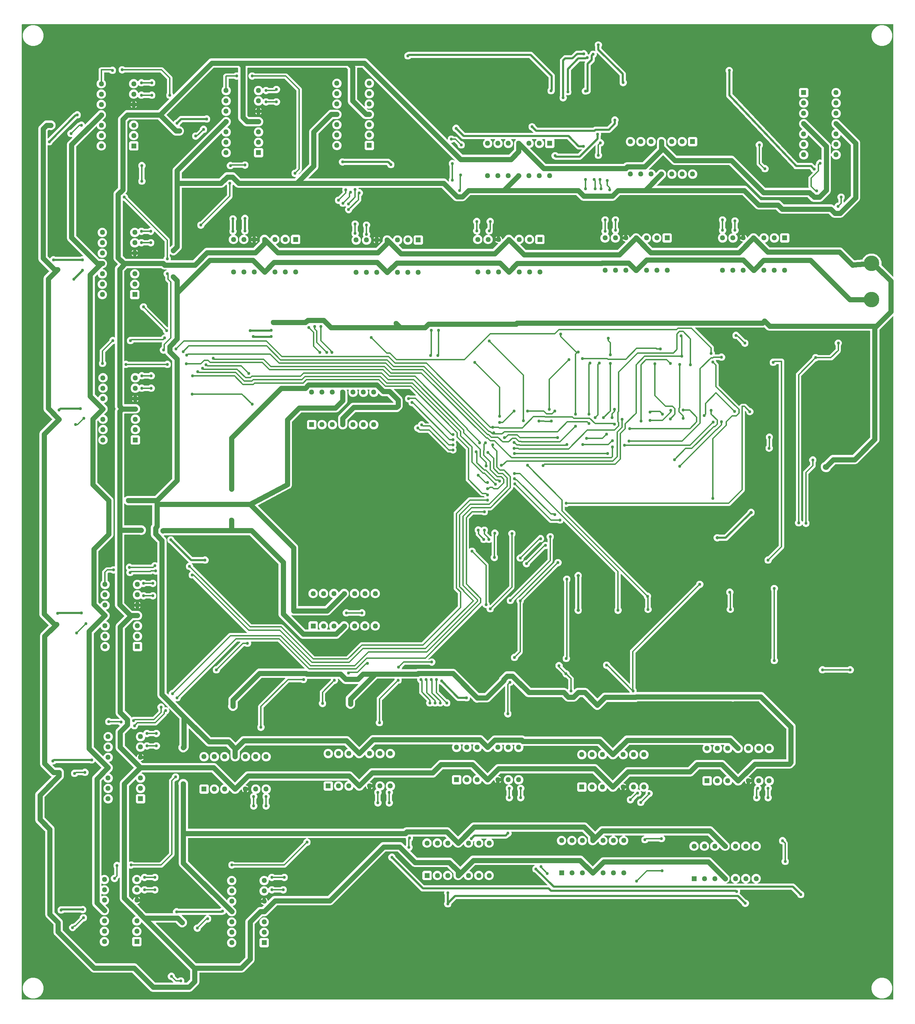
<source format=gbr>
G04 EAGLE Gerber RS-274X export*
G75*
%MOMM*%
%FSLAX34Y34*%
%LPD*%
%INBottom Copper*%
%IPPOS*%
%AMOC8*
5,1,8,0,0,1.08239X$1,22.5*%
G01*
G04 Define Apertures*
%ADD10R,1.278000X1.278000*%
%ADD11C,1.278000*%
%ADD12C,3.810000*%
%ADD13C,0.756400*%
%ADD14C,0.508000*%
%ADD15C,0.304800*%
%ADD16C,1.270000*%
%ADD17C,1.300000*%
%ADD18C,1.524000*%
%ADD19C,0.806400*%
G36*
X2148375Y10220D02*
X2148078Y10160D01*
X10922Y10160D01*
X10647Y10211D01*
X10392Y10375D01*
X10220Y10625D01*
X10160Y10922D01*
X10160Y2402078D01*
X10211Y2402353D01*
X10375Y2402608D01*
X10625Y2402780D01*
X10922Y2402840D01*
X2148078Y2402840D01*
X2148353Y2402789D01*
X2148608Y2402625D01*
X2148780Y2402375D01*
X2148840Y2402078D01*
X2148840Y1784499D01*
X2148793Y1784236D01*
X2148634Y1783978D01*
X2148386Y1783803D01*
X2148090Y1783737D01*
X2147792Y1783793D01*
X2147539Y1783961D01*
X2119853Y1811647D01*
X2119690Y1811888D01*
X2119630Y1812185D01*
X2119630Y1820900D01*
X2115956Y1829769D01*
X2109169Y1836556D01*
X2100300Y1840230D01*
X2090700Y1840230D01*
X2081831Y1836556D01*
X2075044Y1829769D01*
X2073568Y1826205D01*
X2073452Y1826013D01*
X2073217Y1825821D01*
X2072925Y1825737D01*
X2054633Y1824254D01*
X2053206Y1824138D01*
X2052858Y1824191D01*
X2052606Y1824359D01*
X2023235Y1853730D01*
X2019034Y1855470D01*
X1845610Y1855470D01*
X1845324Y1855526D01*
X1845071Y1855693D01*
X1834395Y1866370D01*
X1834239Y1866595D01*
X1834172Y1866890D01*
X1834225Y1867189D01*
X1834390Y1867443D01*
X1834642Y1867613D01*
X1837837Y1868936D01*
X1841064Y1872163D01*
X1842810Y1876378D01*
X1842810Y1880942D01*
X1841064Y1885157D01*
X1837837Y1888384D01*
X1833622Y1890130D01*
X1829058Y1890130D01*
X1824843Y1888384D01*
X1821616Y1885157D01*
X1820293Y1881962D01*
X1820144Y1881732D01*
X1819897Y1881557D01*
X1819601Y1881492D01*
X1819303Y1881547D01*
X1819050Y1881715D01*
X1815811Y1884954D01*
X1815697Y1885124D01*
X1812437Y1888384D01*
X1808222Y1890130D01*
X1803658Y1890130D01*
X1799443Y1888384D01*
X1796183Y1885124D01*
X1796069Y1884954D01*
X1790771Y1879655D01*
X1790551Y1879502D01*
X1790256Y1879432D01*
X1789957Y1879483D01*
X1789702Y1879647D01*
X1789530Y1879897D01*
X1789470Y1880194D01*
X1789470Y1880436D01*
X1788110Y1883718D01*
X1785598Y1886230D01*
X1784604Y1886642D01*
X1784604Y1874596D01*
X1772558Y1874596D01*
X1772970Y1873602D01*
X1775482Y1871090D01*
X1778764Y1869730D01*
X1779006Y1869730D01*
X1779269Y1869683D01*
X1779527Y1869524D01*
X1779703Y1869276D01*
X1779768Y1868980D01*
X1779712Y1868682D01*
X1779545Y1868429D01*
X1765539Y1854423D01*
X1765297Y1854260D01*
X1765000Y1854200D01*
X1558590Y1854200D01*
X1558304Y1854256D01*
X1558051Y1854423D01*
X1546105Y1866370D01*
X1545949Y1866595D01*
X1545882Y1866890D01*
X1545935Y1867189D01*
X1546100Y1867443D01*
X1546352Y1867613D01*
X1549547Y1868936D01*
X1552774Y1872163D01*
X1554520Y1876378D01*
X1554520Y1880942D01*
X1552774Y1885157D01*
X1549547Y1888384D01*
X1545332Y1890130D01*
X1540768Y1890130D01*
X1536553Y1888384D01*
X1533326Y1885157D01*
X1532003Y1881962D01*
X1531854Y1881732D01*
X1531607Y1881557D01*
X1531311Y1881492D01*
X1531013Y1881547D01*
X1530760Y1881715D01*
X1527521Y1884954D01*
X1527407Y1885124D01*
X1524147Y1888384D01*
X1519932Y1890130D01*
X1515368Y1890130D01*
X1511153Y1888384D01*
X1507893Y1885124D01*
X1507779Y1884954D01*
X1502481Y1879655D01*
X1502261Y1879502D01*
X1501966Y1879432D01*
X1501667Y1879483D01*
X1501412Y1879647D01*
X1501240Y1879897D01*
X1501180Y1880194D01*
X1501180Y1880436D01*
X1499820Y1883718D01*
X1497308Y1886230D01*
X1496314Y1886642D01*
X1496314Y1874596D01*
X1484268Y1874596D01*
X1484680Y1873602D01*
X1487192Y1871090D01*
X1490474Y1869730D01*
X1490716Y1869730D01*
X1490979Y1869683D01*
X1491237Y1869524D01*
X1491413Y1869276D01*
X1491478Y1868980D01*
X1491422Y1868682D01*
X1491255Y1868429D01*
X1472169Y1849343D01*
X1471927Y1849180D01*
X1471630Y1849120D01*
X1247440Y1849120D01*
X1247154Y1849176D01*
X1246901Y1849343D01*
X1233685Y1862560D01*
X1233529Y1862785D01*
X1233462Y1863080D01*
X1233515Y1863379D01*
X1233680Y1863633D01*
X1233932Y1863803D01*
X1237127Y1865126D01*
X1240354Y1868353D01*
X1242100Y1872568D01*
X1242100Y1877132D01*
X1240354Y1881347D01*
X1237127Y1884574D01*
X1232912Y1886320D01*
X1228348Y1886320D01*
X1224133Y1884574D01*
X1220906Y1881347D01*
X1219583Y1878152D01*
X1219434Y1877922D01*
X1219187Y1877747D01*
X1218891Y1877682D01*
X1218593Y1877737D01*
X1218340Y1877905D01*
X1215101Y1881144D01*
X1214987Y1881314D01*
X1211727Y1884574D01*
X1207512Y1886320D01*
X1202948Y1886320D01*
X1198733Y1884574D01*
X1195473Y1881314D01*
X1195359Y1881144D01*
X1190061Y1875845D01*
X1189841Y1875692D01*
X1189546Y1875622D01*
X1189247Y1875673D01*
X1188992Y1875837D01*
X1188820Y1876087D01*
X1188760Y1876384D01*
X1188760Y1876626D01*
X1187400Y1879908D01*
X1184888Y1882420D01*
X1183894Y1882832D01*
X1183894Y1870786D01*
X1171848Y1870786D01*
X1172260Y1869792D01*
X1174772Y1867280D01*
X1178054Y1865920D01*
X1178296Y1865920D01*
X1178559Y1865873D01*
X1178817Y1865714D01*
X1178993Y1865466D01*
X1179058Y1865170D01*
X1179002Y1864872D01*
X1178835Y1864619D01*
X1166099Y1851883D01*
X1165857Y1851720D01*
X1165560Y1851660D01*
X945180Y1851660D01*
X944894Y1851716D01*
X944641Y1851883D01*
X935235Y1861290D01*
X935079Y1861515D01*
X935012Y1861810D01*
X935065Y1862109D01*
X935230Y1862363D01*
X935482Y1862533D01*
X938677Y1863856D01*
X941904Y1867083D01*
X943650Y1871298D01*
X943650Y1875862D01*
X941904Y1880077D01*
X938677Y1883304D01*
X934462Y1885050D01*
X929898Y1885050D01*
X925683Y1883304D01*
X922456Y1880077D01*
X921133Y1876882D01*
X920984Y1876652D01*
X920737Y1876477D01*
X920441Y1876412D01*
X920143Y1876467D01*
X919890Y1876635D01*
X916651Y1879874D01*
X916537Y1880044D01*
X913277Y1883304D01*
X909062Y1885050D01*
X904498Y1885050D01*
X900283Y1883304D01*
X897056Y1880077D01*
X895310Y1875862D01*
X895310Y1871251D01*
X895350Y1871050D01*
X895350Y1870680D01*
X895294Y1870394D01*
X895127Y1870141D01*
X879409Y1854423D01*
X879167Y1854260D01*
X878870Y1854200D01*
X642920Y1854200D01*
X642634Y1854256D01*
X642381Y1854423D01*
X634245Y1862560D01*
X634089Y1862785D01*
X634022Y1863080D01*
X634075Y1863379D01*
X634240Y1863633D01*
X634492Y1863803D01*
X637687Y1865126D01*
X640914Y1868353D01*
X642660Y1872568D01*
X642660Y1877132D01*
X640914Y1881347D01*
X637687Y1884574D01*
X633472Y1886320D01*
X628908Y1886320D01*
X624693Y1884574D01*
X621466Y1881347D01*
X620143Y1878152D01*
X619994Y1877922D01*
X619747Y1877747D01*
X619451Y1877682D01*
X619153Y1877737D01*
X618900Y1877905D01*
X615661Y1881144D01*
X615547Y1881314D01*
X612287Y1884574D01*
X608072Y1886320D01*
X603508Y1886320D01*
X599293Y1884574D01*
X596066Y1881347D01*
X594320Y1877132D01*
X594320Y1872521D01*
X594360Y1872320D01*
X594360Y1870680D01*
X594304Y1870394D01*
X594137Y1870141D01*
X578419Y1854423D01*
X578177Y1854260D01*
X577880Y1854200D01*
X462802Y1854200D01*
X458601Y1852460D01*
X430267Y1824126D01*
X430026Y1823964D01*
X429728Y1823903D01*
X376224Y1823903D01*
X375955Y1823952D01*
X375698Y1824114D01*
X375525Y1824362D01*
X375462Y1824659D01*
X375520Y1824957D01*
X375920Y1825922D01*
X375920Y1829448D01*
X374571Y1832705D01*
X373885Y1833391D01*
X373722Y1833632D01*
X373662Y1833930D01*
X373662Y1838092D01*
X373709Y1838355D01*
X373868Y1838613D01*
X374116Y1838789D01*
X374412Y1838854D01*
X374710Y1838798D01*
X374963Y1838631D01*
X375560Y1838033D01*
X379817Y1836270D01*
X384423Y1836270D01*
X388680Y1838033D01*
X391937Y1841290D01*
X392029Y1841513D01*
X392194Y1841760D01*
X400850Y1850415D01*
X402590Y1854616D01*
X402590Y2000758D01*
X402641Y2001033D01*
X402805Y2001288D01*
X403055Y2001460D01*
X403352Y2001520D01*
X501235Y2001520D01*
X505436Y2003260D01*
X511544Y2009369D01*
X511769Y2009524D01*
X512065Y2009592D01*
X512364Y2009539D01*
X512618Y2009373D01*
X512787Y2009122D01*
X513187Y2008156D01*
X513873Y2007470D01*
X514036Y2007229D01*
X514096Y2006932D01*
X514096Y1984251D01*
X514040Y1983965D01*
X513873Y1983712D01*
X449326Y1919165D01*
X449084Y1919002D01*
X448787Y1918942D01*
X447817Y1918942D01*
X444560Y1917593D01*
X442067Y1915100D01*
X440718Y1911843D01*
X440718Y1908317D01*
X442067Y1905060D01*
X444560Y1902567D01*
X447817Y1901218D01*
X451343Y1901218D01*
X454600Y1902567D01*
X457093Y1905060D01*
X458442Y1908317D01*
X458442Y1909287D01*
X458498Y1909573D01*
X458665Y1909826D01*
X526299Y1977459D01*
X527304Y1979886D01*
X527304Y2006932D01*
X527360Y2007218D01*
X527527Y2007470D01*
X528213Y2008156D01*
X528613Y2009122D01*
X528761Y2009352D01*
X529009Y2009527D01*
X529305Y2009592D01*
X529603Y2009536D01*
X529856Y2009369D01*
X535964Y2003260D01*
X540166Y2001520D01*
X796440Y2001520D01*
X796709Y2001471D01*
X796966Y2001310D01*
X797140Y2001061D01*
X797202Y2000764D01*
X797144Y2000466D01*
X796239Y1998281D01*
X796239Y1994756D01*
X797624Y1991414D01*
X797673Y1991342D01*
X797738Y1991046D01*
X797683Y1990747D01*
X797515Y1990495D01*
X787146Y1980125D01*
X786904Y1979962D01*
X786607Y1979902D01*
X785637Y1979902D01*
X782380Y1978553D01*
X779887Y1976060D01*
X778538Y1972803D01*
X778538Y1969277D01*
X779887Y1966020D01*
X782380Y1963527D01*
X785637Y1962178D01*
X789033Y1962178D01*
X789313Y1962125D01*
X789567Y1961959D01*
X789737Y1961708D01*
X790958Y1958759D01*
X793451Y1956266D01*
X796708Y1954917D01*
X800234Y1954917D01*
X803491Y1956266D01*
X803647Y1956422D01*
X803878Y1956580D01*
X804174Y1956646D01*
X804472Y1956590D01*
X804725Y1956422D01*
X805802Y1955345D01*
X805960Y1955114D01*
X806026Y1954818D01*
X805970Y1954520D01*
X805802Y1954267D01*
X804715Y1953180D01*
X803366Y1949923D01*
X803366Y1946397D01*
X804715Y1943140D01*
X807208Y1940647D01*
X810465Y1939298D01*
X813991Y1939298D01*
X817248Y1940647D01*
X819741Y1943140D01*
X821090Y1946397D01*
X821090Y1947367D01*
X821146Y1947653D01*
X821313Y1947906D01*
X841767Y1968359D01*
X842772Y1970786D01*
X842772Y1981103D01*
X842825Y1981384D01*
X842991Y1981638D01*
X843242Y1981807D01*
X843446Y1981891D01*
X845939Y1984384D01*
X847288Y1987642D01*
X847288Y1991167D01*
X845939Y1994424D01*
X843446Y1996917D01*
X840189Y1998266D01*
X837664Y1998266D01*
X837389Y1998318D01*
X837134Y1998481D01*
X836962Y1998731D01*
X836902Y1999028D01*
X836902Y1999473D01*
X836490Y2000466D01*
X836433Y2000734D01*
X836484Y2001033D01*
X836647Y2001288D01*
X836897Y2001460D01*
X837194Y2001520D01*
X1040237Y2001520D01*
X1040523Y2001464D01*
X1040776Y2001297D01*
X1071804Y1970268D01*
X1076005Y1968528D01*
X1093155Y1968528D01*
X1097356Y1970268D01*
X1110604Y1983517D01*
X1110846Y1983680D01*
X1111143Y1983740D01*
X1370521Y1983740D01*
X1370807Y1983684D01*
X1371060Y1983517D01*
X1383038Y1971538D01*
X1387239Y1969798D01*
X1461455Y1969798D01*
X1465656Y1971538D01*
X1477634Y1983517D01*
X1477876Y1983680D01*
X1478173Y1983740D01*
X1778285Y1983740D01*
X1778571Y1983684D01*
X1778824Y1983517D01*
X1812421Y1949920D01*
X1816622Y1948180D01*
X1860580Y1948180D01*
X1860866Y1948124D01*
X1861119Y1947957D01*
X1869315Y1939760D01*
X1873516Y1938020D01*
X1990197Y1938020D01*
X1990483Y1937964D01*
X1990736Y1937797D01*
X1998904Y1929628D01*
X2003105Y1927888D01*
X2020255Y1927888D01*
X2024456Y1929628D01*
X2065820Y1970992D01*
X2067560Y1975193D01*
X2067560Y2113304D01*
X2065820Y2117505D01*
X2018071Y2165254D01*
X2017957Y2165424D01*
X2014697Y2168684D01*
X2010482Y2170430D01*
X2005918Y2170430D01*
X2001703Y2168684D01*
X1998476Y2165457D01*
X1996730Y2161242D01*
X1996730Y2156678D01*
X1998476Y2152463D01*
X2001736Y2149203D01*
X2001907Y2149089D01*
X2005145Y2145850D01*
X2005301Y2145625D01*
X2005368Y2145330D01*
X2005315Y2145031D01*
X2005150Y2144777D01*
X2004898Y2144607D01*
X2001703Y2143284D01*
X1998476Y2140057D01*
X1996730Y2135842D01*
X1996730Y2131278D01*
X1998476Y2127063D01*
X2001703Y2123836D01*
X2005918Y2122090D01*
X2010482Y2122090D01*
X2014697Y2123836D01*
X2017924Y2127063D01*
X2019247Y2130258D01*
X2019396Y2130488D01*
X2019643Y2130663D01*
X2019939Y2130728D01*
X2020237Y2130673D01*
X2020490Y2130505D01*
X2044477Y2106519D01*
X2044640Y2106277D01*
X2044700Y2105980D01*
X2044700Y1982517D01*
X2044644Y1982231D01*
X2044477Y1981978D01*
X2028475Y1965976D01*
X2028255Y1965823D01*
X2027960Y1965753D01*
X2027661Y1965804D01*
X2027406Y1965968D01*
X2027234Y1966218D01*
X2027174Y1966515D01*
X2027174Y1972719D01*
X2027230Y1973005D01*
X2027397Y1973257D01*
X2028083Y1973943D01*
X2029432Y1977200D01*
X2029432Y1980726D01*
X2028083Y1983983D01*
X2025590Y1986476D01*
X2022333Y1987825D01*
X2018807Y1987825D01*
X2015550Y1986476D01*
X2013057Y1983983D01*
X2011708Y1980726D01*
X2011708Y1977200D01*
X2013057Y1973943D01*
X2013743Y1973257D01*
X2013906Y1973016D01*
X2013966Y1972719D01*
X2013966Y1966471D01*
X2013910Y1966185D01*
X2013743Y1965932D01*
X2013055Y1965244D01*
X2012813Y1965081D01*
X2012516Y1965021D01*
X2011546Y1965021D01*
X2008289Y1963672D01*
X2005796Y1961179D01*
X2004442Y1957910D01*
X2004294Y1957680D01*
X2004046Y1957504D01*
X2003750Y1957439D01*
X2003452Y1957495D01*
X2003199Y1957662D01*
X2001722Y1959140D01*
X1997521Y1960880D01*
X1880840Y1960880D01*
X1880554Y1960936D01*
X1880301Y1961103D01*
X1872105Y1969300D01*
X1867904Y1971040D01*
X1823945Y1971040D01*
X1823659Y1971096D01*
X1823407Y1971263D01*
X1789810Y2004860D01*
X1785609Y2006600D01*
X1569004Y2006600D01*
X1568741Y2006647D01*
X1568483Y2006806D01*
X1568307Y2007054D01*
X1568242Y2007350D01*
X1568298Y2007648D01*
X1568465Y2007901D01*
X1586174Y2025609D01*
X1586344Y2025723D01*
X1589604Y2028983D01*
X1591350Y2033198D01*
X1591350Y2037762D01*
X1589604Y2041977D01*
X1586377Y2045204D01*
X1582162Y2046950D01*
X1577598Y2046950D01*
X1573383Y2045204D01*
X1570123Y2041944D01*
X1570009Y2041774D01*
X1566770Y2038535D01*
X1566545Y2038379D01*
X1566250Y2038312D01*
X1565951Y2038365D01*
X1565697Y2038530D01*
X1565527Y2038782D01*
X1564204Y2041977D01*
X1560977Y2045204D01*
X1556762Y2046950D01*
X1552198Y2046950D01*
X1549875Y2045988D01*
X1549620Y2045931D01*
X1549321Y2045977D01*
X1549063Y2046136D01*
X1548887Y2046383D01*
X1548822Y2046680D01*
X1548878Y2046978D01*
X1549045Y2047231D01*
X1583151Y2081337D01*
X1583382Y2081495D01*
X1583678Y2081560D01*
X1583976Y2081504D01*
X1584229Y2081337D01*
X1606425Y2059140D01*
X1610626Y2057400D01*
X1746280Y2057400D01*
X1746566Y2057344D01*
X1746819Y2057177D01*
X1823595Y1980400D01*
X1827796Y1978660D01*
X1938127Y1978660D01*
X1938413Y1978604D01*
X1938666Y1978437D01*
X1948104Y1968998D01*
X1952305Y1967258D01*
X1969455Y1967258D01*
X1973656Y1968998D01*
X1993932Y1989274D01*
X1995672Y1993475D01*
X1995672Y2079202D01*
X1995717Y2079459D01*
X1995874Y2079719D01*
X1996120Y2079896D01*
X1996416Y2079964D01*
X1996714Y2079910D01*
X1996969Y2079745D01*
X1997138Y2079493D01*
X1998476Y2076263D01*
X2001703Y2073036D01*
X2005918Y2071290D01*
X2010482Y2071290D01*
X2014697Y2073036D01*
X2017924Y2076263D01*
X2019670Y2080478D01*
X2019670Y2085042D01*
X2017924Y2089257D01*
X2014697Y2092484D01*
X2010482Y2094230D01*
X2005918Y2094230D01*
X2001703Y2092484D01*
X1998476Y2089257D01*
X1997138Y2086027D01*
X1996998Y2085806D01*
X1996754Y2085626D01*
X1996458Y2085557D01*
X1996159Y2085607D01*
X1995904Y2085771D01*
X1995732Y2086021D01*
X1995672Y2086318D01*
X1995672Y2104602D01*
X1995717Y2104859D01*
X1995874Y2105119D01*
X1996120Y2105296D01*
X1996416Y2105364D01*
X1996714Y2105310D01*
X1996969Y2105145D01*
X1997138Y2104893D01*
X1998476Y2101663D01*
X2001703Y2098436D01*
X2005918Y2096690D01*
X2010482Y2096690D01*
X2014697Y2098436D01*
X2017924Y2101663D01*
X2019670Y2105878D01*
X2019670Y2110442D01*
X2017924Y2114657D01*
X2014697Y2117884D01*
X2010482Y2119630D01*
X2005918Y2119630D01*
X2001703Y2117884D01*
X1998476Y2114657D01*
X1996730Y2110442D01*
X1996730Y2107068D01*
X1996685Y2106811D01*
X1996528Y2106551D01*
X1996282Y2106374D01*
X1995986Y2106306D01*
X1995688Y2106360D01*
X1995434Y2106525D01*
X1995264Y2106777D01*
X1993932Y2109993D01*
X1938671Y2165254D01*
X1938557Y2165424D01*
X1935297Y2168684D01*
X1931082Y2170430D01*
X1926518Y2170430D01*
X1922303Y2168684D01*
X1919076Y2165457D01*
X1917330Y2161242D01*
X1917330Y2156678D01*
X1919076Y2152463D01*
X1922336Y2149203D01*
X1922507Y2149089D01*
X1925745Y2145850D01*
X1925901Y2145625D01*
X1925968Y2145330D01*
X1925915Y2145031D01*
X1925750Y2144777D01*
X1925498Y2144607D01*
X1922303Y2143284D01*
X1919076Y2140057D01*
X1917330Y2135842D01*
X1917330Y2131278D01*
X1919076Y2127063D01*
X1922303Y2123836D01*
X1926518Y2122090D01*
X1931082Y2122090D01*
X1935297Y2123836D01*
X1938524Y2127063D01*
X1939847Y2130258D01*
X1939996Y2130488D01*
X1940243Y2130663D01*
X1940539Y2130728D01*
X1940837Y2130673D01*
X1941090Y2130505D01*
X1972589Y2099007D01*
X1972752Y2098765D01*
X1972812Y2098468D01*
X1972812Y2071458D01*
X1972763Y2071189D01*
X1972602Y2070932D01*
X1972353Y2070759D01*
X1972056Y2070696D01*
X1971758Y2070754D01*
X1970793Y2071154D01*
X1967267Y2071154D01*
X1964010Y2069805D01*
X1961517Y2067312D01*
X1960168Y2064055D01*
X1960168Y2063085D01*
X1960112Y2062799D01*
X1959945Y2062546D01*
X1959543Y2062145D01*
X1958538Y2059718D01*
X1958538Y2056795D01*
X1958489Y2056526D01*
X1958328Y2056269D01*
X1958079Y2056096D01*
X1957782Y2056033D01*
X1957484Y2056091D01*
X1956449Y2056520D01*
X1956311Y2056547D01*
X1956058Y2056714D01*
X1951452Y2061320D01*
X1948652Y2062480D01*
X1914010Y2062480D01*
X1913704Y2062544D01*
X1913456Y2062719D01*
X1753963Y2231799D01*
X1753815Y2232025D01*
X1753755Y2232322D01*
X1753755Y2284782D01*
X1753813Y2285074D01*
X1754997Y2287932D01*
X1754997Y2291458D01*
X1753648Y2294715D01*
X1751155Y2297208D01*
X1747898Y2298557D01*
X1744372Y2298557D01*
X1741115Y2297208D01*
X1738622Y2294715D01*
X1737273Y2291458D01*
X1737273Y2287932D01*
X1738457Y2285074D01*
X1738515Y2284782D01*
X1738515Y2229115D01*
X1738515Y2229093D01*
X1738473Y2227678D01*
X1738507Y2227497D01*
X1739048Y2226190D01*
X1739056Y2226169D01*
X1739560Y2224847D01*
X1739660Y2224691D01*
X1740660Y2223691D01*
X1740676Y2223675D01*
X1903794Y2050752D01*
X1903919Y2050559D01*
X1904920Y2049558D01*
X1904935Y2049542D01*
X1905906Y2048513D01*
X1906058Y2048408D01*
X1907365Y2047867D01*
X1907386Y2047858D01*
X1908676Y2047279D01*
X1908857Y2047240D01*
X1910272Y2047240D01*
X1910294Y2047240D01*
X1911709Y2047198D01*
X1911935Y2047240D01*
X1943664Y2047240D01*
X1943950Y2047184D01*
X1944203Y2047017D01*
X1946169Y2045051D01*
X1946334Y2044803D01*
X1947243Y2042609D01*
X1949736Y2040116D01*
X1950702Y2039716D01*
X1950932Y2039568D01*
X1951107Y2039320D01*
X1951172Y2039024D01*
X1951116Y2038726D01*
X1950949Y2038473D01*
X1941311Y2028836D01*
X1940306Y2026409D01*
X1940306Y2004016D01*
X1940904Y2002574D01*
X1940961Y2002306D01*
X1940910Y2002007D01*
X1940747Y2001752D01*
X1940497Y2001580D01*
X1940200Y2001520D01*
X1835120Y2001520D01*
X1834834Y2001576D01*
X1834581Y2001743D01*
X1757805Y2078520D01*
X1753604Y2080260D01*
X1617950Y2080260D01*
X1617664Y2080316D01*
X1617411Y2080483D01*
X1591533Y2106361D01*
X1591370Y2106603D01*
X1591310Y2106900D01*
X1591310Y2112350D01*
X1591350Y2112551D01*
X1591350Y2117162D01*
X1589604Y2121377D01*
X1586377Y2124604D01*
X1582162Y2126350D01*
X1577598Y2126350D01*
X1573383Y2124604D01*
X1570156Y2121377D01*
X1568410Y2117162D01*
X1568410Y2112551D01*
X1568450Y2112350D01*
X1568450Y2099280D01*
X1568394Y2098994D01*
X1568227Y2098741D01*
X1534439Y2064953D01*
X1534197Y2064790D01*
X1533900Y2064730D01*
X1494025Y2064730D01*
X1489824Y2062990D01*
X1487607Y2060773D01*
X1487366Y2060610D01*
X1487069Y2060550D01*
X1295990Y2060550D01*
X1295704Y2060606D01*
X1295451Y2060773D01*
X1257815Y2098410D01*
X1257659Y2098635D01*
X1257592Y2098930D01*
X1257645Y2099229D01*
X1257810Y2099483D01*
X1258062Y2099653D01*
X1261257Y2100976D01*
X1264484Y2104203D01*
X1266230Y2108418D01*
X1266230Y2112982D01*
X1264484Y2117197D01*
X1262082Y2119599D01*
X1261929Y2119819D01*
X1261859Y2120114D01*
X1261910Y2120413D01*
X1262073Y2120668D01*
X1262323Y2120840D01*
X1262621Y2120900D01*
X1272299Y2120900D01*
X1272563Y2120853D01*
X1272821Y2120694D01*
X1272996Y2120446D01*
X1273061Y2120150D01*
X1273006Y2119852D01*
X1272838Y2119599D01*
X1270436Y2117197D01*
X1268690Y2112982D01*
X1268690Y2108418D01*
X1270436Y2104203D01*
X1273663Y2100976D01*
X1277878Y2099230D01*
X1282442Y2099230D01*
X1286657Y2100976D01*
X1289884Y2104203D01*
X1291630Y2108418D01*
X1291630Y2112982D01*
X1289884Y2117197D01*
X1287482Y2119599D01*
X1287329Y2119819D01*
X1287259Y2120114D01*
X1287310Y2120413D01*
X1287473Y2120668D01*
X1287723Y2120840D01*
X1288021Y2120900D01*
X1293956Y2120900D01*
X1294219Y2120853D01*
X1294478Y2120694D01*
X1294653Y2120446D01*
X1294718Y2120150D01*
X1294662Y2119852D01*
X1294495Y2119599D01*
X1294090Y2119194D01*
X1294090Y2102206D01*
X1297066Y2099230D01*
X1314054Y2099230D01*
X1317030Y2102206D01*
X1317030Y2119194D01*
X1316625Y2119599D01*
X1316472Y2119819D01*
X1316402Y2120114D01*
X1316453Y2120413D01*
X1316617Y2120668D01*
X1316867Y2120840D01*
X1317164Y2120900D01*
X1348426Y2120900D01*
X1348712Y2120844D01*
X1348965Y2120677D01*
X1372330Y2097312D01*
X1375130Y2096152D01*
X1383423Y2096152D01*
X1383715Y2096094D01*
X1384282Y2095859D01*
X1384512Y2095711D01*
X1384687Y2095464D01*
X1384752Y2095167D01*
X1384696Y2094869D01*
X1384529Y2094616D01*
X1376156Y2086243D01*
X1375914Y2086080D01*
X1375617Y2086020D01*
X1325900Y2086020D01*
X1325614Y2086076D01*
X1325361Y2086243D01*
X1323783Y2087822D01*
X1320526Y2089171D01*
X1317000Y2089171D01*
X1313743Y2087822D01*
X1311250Y2085329D01*
X1309901Y2082072D01*
X1309901Y2078546D01*
X1311250Y2075289D01*
X1313743Y2072796D01*
X1317000Y2071447D01*
X1317394Y2071447D01*
X1317686Y2071389D01*
X1319156Y2070780D01*
X1380605Y2070780D01*
X1383405Y2071940D01*
X1417035Y2105570D01*
X1417255Y2105723D01*
X1417550Y2105793D01*
X1417849Y2105742D01*
X1418104Y2105579D01*
X1418276Y2105328D01*
X1418336Y2105031D01*
X1418336Y2087774D01*
X1418280Y2087488D01*
X1418113Y2087236D01*
X1417427Y2086550D01*
X1416078Y2083293D01*
X1416078Y2079767D01*
X1417427Y2076510D01*
X1419920Y2074017D01*
X1423177Y2072668D01*
X1426703Y2072668D01*
X1429960Y2074017D01*
X1432453Y2076510D01*
X1433802Y2079767D01*
X1433802Y2083293D01*
X1432453Y2086550D01*
X1431767Y2087236D01*
X1431604Y2087477D01*
X1431544Y2087774D01*
X1431544Y2102540D01*
X1431597Y2102820D01*
X1431763Y2103074D01*
X1432014Y2103244D01*
X1435040Y2104497D01*
X1437533Y2106990D01*
X1438882Y2110247D01*
X1438882Y2113773D01*
X1437533Y2117030D01*
X1435040Y2119523D01*
X1431783Y2120872D01*
X1431348Y2120872D01*
X1431073Y2120923D01*
X1430817Y2121087D01*
X1430646Y2121337D01*
X1430586Y2121634D01*
X1430586Y2127983D01*
X1430644Y2128274D01*
X1431828Y2131133D01*
X1431828Y2134658D01*
X1431428Y2135624D01*
X1431370Y2135891D01*
X1431421Y2136190D01*
X1431584Y2136446D01*
X1431834Y2136617D01*
X1432132Y2136678D01*
X1452393Y2136678D01*
X1455194Y2137838D01*
X1472040Y2154684D01*
X1473200Y2157484D01*
X1473200Y2162977D01*
X1473258Y2163269D01*
X1474442Y2166127D01*
X1474442Y2169653D01*
X1473093Y2172910D01*
X1470600Y2175403D01*
X1467343Y2176752D01*
X1463817Y2176752D01*
X1460560Y2175403D01*
X1458067Y2172910D01*
X1456718Y2169653D01*
X1456718Y2166127D01*
X1457902Y2163269D01*
X1457960Y2162977D01*
X1457960Y2162472D01*
X1457904Y2162186D01*
X1457737Y2161933D01*
X1447945Y2152141D01*
X1447703Y2151978D01*
X1447406Y2151918D01*
X1416727Y2151918D01*
X1413926Y2150758D01*
X1412232Y2149063D01*
X1411990Y2148900D01*
X1411693Y2148840D01*
X1275944Y2148840D01*
X1275658Y2148896D01*
X1275405Y2149063D01*
X1271202Y2153266D01*
X1271037Y2153514D01*
X1269853Y2156372D01*
X1267360Y2158865D01*
X1264103Y2160214D01*
X1260577Y2160214D01*
X1257320Y2158865D01*
X1254827Y2156372D01*
X1253478Y2153115D01*
X1253478Y2149589D01*
X1254827Y2146332D01*
X1257320Y2143839D01*
X1260179Y2142655D01*
X1260426Y2142490D01*
X1265475Y2137441D01*
X1265628Y2137221D01*
X1265698Y2136926D01*
X1265647Y2136627D01*
X1265483Y2136372D01*
X1265233Y2136200D01*
X1264936Y2136140D01*
X1098212Y2136140D01*
X1097926Y2136196D01*
X1097673Y2136363D01*
X1084552Y2149484D01*
X1084387Y2149732D01*
X1083203Y2152590D01*
X1080710Y2155083D01*
X1077453Y2156432D01*
X1073927Y2156432D01*
X1070670Y2155083D01*
X1068177Y2152590D01*
X1066828Y2149333D01*
X1066828Y2145807D01*
X1068177Y2142550D01*
X1070670Y2140057D01*
X1073529Y2138873D01*
X1073776Y2138708D01*
X1090424Y2122060D01*
X1093224Y2120900D01*
X1145299Y2120900D01*
X1145563Y2120853D01*
X1145821Y2120694D01*
X1145996Y2120446D01*
X1146061Y2120150D01*
X1146006Y2119852D01*
X1145838Y2119599D01*
X1143436Y2117197D01*
X1141690Y2112982D01*
X1141690Y2108418D01*
X1143436Y2104203D01*
X1146663Y2100976D01*
X1150878Y2099230D01*
X1155442Y2099230D01*
X1159657Y2100976D01*
X1162884Y2104203D01*
X1164630Y2108418D01*
X1164630Y2112982D01*
X1162884Y2117197D01*
X1160482Y2119599D01*
X1160329Y2119819D01*
X1160259Y2120114D01*
X1160310Y2120413D01*
X1160473Y2120668D01*
X1160723Y2120840D01*
X1161021Y2120900D01*
X1170699Y2120900D01*
X1170963Y2120853D01*
X1171221Y2120694D01*
X1171396Y2120446D01*
X1171461Y2120150D01*
X1171406Y2119852D01*
X1171238Y2119599D01*
X1168836Y2117197D01*
X1167090Y2112982D01*
X1167090Y2108418D01*
X1168836Y2104203D01*
X1172063Y2100976D01*
X1176278Y2099230D01*
X1180842Y2099230D01*
X1185057Y2100976D01*
X1188284Y2104203D01*
X1190030Y2108418D01*
X1190030Y2112982D01*
X1188284Y2117197D01*
X1185882Y2119599D01*
X1185729Y2119819D01*
X1185659Y2120114D01*
X1185710Y2120413D01*
X1185873Y2120668D01*
X1186123Y2120840D01*
X1186421Y2120900D01*
X1196099Y2120900D01*
X1196363Y2120853D01*
X1196621Y2120694D01*
X1196796Y2120446D01*
X1196861Y2120150D01*
X1196806Y2119852D01*
X1196638Y2119599D01*
X1194236Y2117197D01*
X1192490Y2112982D01*
X1192490Y2108418D01*
X1194236Y2104203D01*
X1197463Y2100976D01*
X1201678Y2099230D01*
X1206242Y2099230D01*
X1210457Y2100976D01*
X1213684Y2104203D01*
X1215430Y2108418D01*
X1215430Y2112982D01*
X1213684Y2117197D01*
X1211282Y2119599D01*
X1211129Y2119819D01*
X1211059Y2120114D01*
X1211110Y2120413D01*
X1211273Y2120668D01*
X1211523Y2120840D01*
X1211821Y2120900D01*
X1221499Y2120900D01*
X1221763Y2120853D01*
X1222021Y2120694D01*
X1222196Y2120446D01*
X1222261Y2120150D01*
X1222206Y2119852D01*
X1222038Y2119599D01*
X1219636Y2117197D01*
X1217890Y2112982D01*
X1217890Y2108371D01*
X1217930Y2108170D01*
X1217930Y2095470D01*
X1217874Y2095184D01*
X1217707Y2094931D01*
X1205799Y2083023D01*
X1205557Y2082860D01*
X1205260Y2082800D01*
X1092170Y2082800D01*
X1091884Y2082856D01*
X1091631Y2083023D01*
X1063917Y2110737D01*
X1063764Y2110957D01*
X1063694Y2111252D01*
X1063745Y2111551D01*
X1063909Y2111806D01*
X1064159Y2111978D01*
X1064456Y2112038D01*
X1066023Y2112038D01*
X1069280Y2113387D01*
X1069966Y2114073D01*
X1070207Y2114236D01*
X1070504Y2114296D01*
X1071369Y2114296D01*
X1071655Y2114240D01*
X1071908Y2114073D01*
X1079305Y2106676D01*
X1079468Y2106434D01*
X1079528Y2106137D01*
X1079528Y2105167D01*
X1080877Y2101910D01*
X1083370Y2099417D01*
X1086627Y2098068D01*
X1090153Y2098068D01*
X1093410Y2099417D01*
X1095903Y2101910D01*
X1097252Y2105167D01*
X1097252Y2108693D01*
X1095903Y2111950D01*
X1093410Y2114443D01*
X1090153Y2115792D01*
X1089183Y2115792D01*
X1088897Y2115848D01*
X1088644Y2116015D01*
X1078161Y2126499D01*
X1075734Y2127504D01*
X1070504Y2127504D01*
X1070218Y2127560D01*
X1069966Y2127727D01*
X1069280Y2128413D01*
X1066023Y2129762D01*
X1062497Y2129762D01*
X1059240Y2128413D01*
X1056747Y2125920D01*
X1055398Y2122663D01*
X1055398Y2121096D01*
X1055351Y2120833D01*
X1055192Y2120575D01*
X1054944Y2120399D01*
X1054648Y2120334D01*
X1054350Y2120390D01*
X1054097Y2120557D01*
X857375Y2317280D01*
X853174Y2319020D01*
X473976Y2319020D01*
X469775Y2317280D01*
X383302Y2230807D01*
X383077Y2230651D01*
X382782Y2230584D01*
X382483Y2230637D01*
X382229Y2230802D01*
X382059Y2231054D01*
X380893Y2233870D01*
X380207Y2234556D01*
X380044Y2234797D01*
X379984Y2235094D01*
X379984Y2272074D01*
X378979Y2274501D01*
X356801Y2296679D01*
X354374Y2297684D01*
X262784Y2297684D01*
X262498Y2297740D01*
X262246Y2297907D01*
X261560Y2298593D01*
X258303Y2299942D01*
X254777Y2299942D01*
X251520Y2298593D01*
X249027Y2296100D01*
X247678Y2292843D01*
X247678Y2289317D01*
X249027Y2286060D01*
X251520Y2283567D01*
X254777Y2282218D01*
X258303Y2282218D01*
X261560Y2283567D01*
X262246Y2284253D01*
X262487Y2284416D01*
X262784Y2284476D01*
X350009Y2284476D01*
X350295Y2284420D01*
X350548Y2284253D01*
X366553Y2268248D01*
X366716Y2268006D01*
X366776Y2267709D01*
X366776Y2235094D01*
X366720Y2234808D01*
X366553Y2234556D01*
X365867Y2233870D01*
X364518Y2230613D01*
X364518Y2227087D01*
X365867Y2223830D01*
X368360Y2221337D01*
X371176Y2220171D01*
X371406Y2220022D01*
X371581Y2219775D01*
X371647Y2219479D01*
X371591Y2219181D01*
X371423Y2218928D01*
X344739Y2192243D01*
X344497Y2192080D01*
X344200Y2192020D01*
X287340Y2192020D01*
X287139Y2192060D01*
X282481Y2192060D01*
X282280Y2192020D01*
X266966Y2192020D01*
X262765Y2190280D01*
X248120Y2175635D01*
X246380Y2171434D01*
X246380Y2002106D01*
X246324Y2001820D01*
X246157Y2001567D01*
X236676Y1992086D01*
X234936Y1987885D01*
X234936Y1827810D01*
X236676Y1823609D01*
X245552Y1814734D01*
X245710Y1814503D01*
X245775Y1814207D01*
X245719Y1813909D01*
X245552Y1813656D01*
X240528Y1808633D01*
X238788Y1804432D01*
X238788Y1635487D01*
X238739Y1635218D01*
X238578Y1634961D01*
X238329Y1634788D01*
X238032Y1634725D01*
X237734Y1634783D01*
X235443Y1635732D01*
X231917Y1635732D01*
X228660Y1634383D01*
X226167Y1631890D01*
X224818Y1628633D01*
X224818Y1627663D01*
X224762Y1627377D01*
X224595Y1627124D01*
X202681Y1605211D01*
X201676Y1602784D01*
X201676Y1577234D01*
X201620Y1576948D01*
X201453Y1576696D01*
X200767Y1576010D01*
X199418Y1572753D01*
X199418Y1569227D01*
X200767Y1565970D01*
X203260Y1563477D01*
X206517Y1562128D01*
X210043Y1562128D01*
X213300Y1563477D01*
X215793Y1565970D01*
X217142Y1569227D01*
X217142Y1572753D01*
X215793Y1576010D01*
X215107Y1576696D01*
X214944Y1576937D01*
X214884Y1577234D01*
X214884Y1598419D01*
X214940Y1598705D01*
X215107Y1598958D01*
X233934Y1617785D01*
X234176Y1617948D01*
X234473Y1618008D01*
X235443Y1618008D01*
X237734Y1618957D01*
X238002Y1619015D01*
X238301Y1618964D01*
X238556Y1618801D01*
X238728Y1618550D01*
X238788Y1618253D01*
X238788Y1463278D01*
X240336Y1459541D01*
X240394Y1459256D01*
X240336Y1458958D01*
X238760Y1455154D01*
X238760Y1073414D01*
X238711Y1073145D01*
X238550Y1072889D01*
X238301Y1072715D01*
X238004Y1072652D01*
X237706Y1072710D01*
X236713Y1073122D01*
X233187Y1073122D01*
X229930Y1071773D01*
X229244Y1071087D01*
X229003Y1070924D01*
X228706Y1070864D01*
X218396Y1070864D01*
X215969Y1069859D01*
X208701Y1062591D01*
X207696Y1060164D01*
X207696Y1038633D01*
X207640Y1038347D01*
X207473Y1038094D01*
X204576Y1035197D01*
X202830Y1030982D01*
X202830Y1026418D01*
X204576Y1022203D01*
X207803Y1018976D01*
X212018Y1017230D01*
X216582Y1017230D01*
X220797Y1018976D01*
X224024Y1022203D01*
X225770Y1026418D01*
X225770Y1030982D01*
X224024Y1035197D01*
X221127Y1038094D01*
X220964Y1038335D01*
X220904Y1038633D01*
X220904Y1055799D01*
X220960Y1056085D01*
X221127Y1056338D01*
X222222Y1057433D01*
X222464Y1057596D01*
X222761Y1057656D01*
X228706Y1057656D01*
X228992Y1057600D01*
X229244Y1057433D01*
X229930Y1056747D01*
X233187Y1055398D01*
X236713Y1055398D01*
X237706Y1055810D01*
X237974Y1055867D01*
X238273Y1055816D01*
X238528Y1055653D01*
X238700Y1055403D01*
X238760Y1055106D01*
X238760Y976896D01*
X240500Y972695D01*
X261427Y951769D01*
X261585Y951538D01*
X261650Y951242D01*
X261594Y950944D01*
X261427Y950691D01*
X241770Y931035D01*
X240030Y926834D01*
X240030Y712660D01*
X241770Y708458D01*
X250174Y700055D01*
X250327Y699835D01*
X250397Y699540D01*
X250346Y699241D01*
X250182Y698986D01*
X249932Y698814D01*
X249635Y698754D01*
X229764Y698754D01*
X229478Y698810D01*
X229226Y698977D01*
X228540Y699663D01*
X225283Y701012D01*
X221757Y701012D01*
X218500Y699663D01*
X216007Y697170D01*
X214658Y693913D01*
X214658Y690387D01*
X216007Y687130D01*
X218500Y684637D01*
X221757Y683288D01*
X225283Y683288D01*
X228540Y684637D01*
X229226Y685323D01*
X229467Y685486D01*
X229764Y685546D01*
X246486Y685546D01*
X246772Y685490D01*
X247024Y685323D01*
X248980Y683367D01*
X249946Y682967D01*
X250176Y682819D01*
X250351Y682572D01*
X250416Y682275D01*
X250360Y681977D01*
X250193Y681724D01*
X241770Y673302D01*
X240030Y669101D01*
X240030Y626706D01*
X241770Y622505D01*
X284617Y579659D01*
X284775Y579428D01*
X284840Y579132D01*
X284784Y578834D01*
X284617Y578581D01*
X251930Y545895D01*
X250190Y541694D01*
X250190Y347112D01*
X250143Y346849D01*
X249984Y346591D01*
X249736Y346416D01*
X249440Y346351D01*
X249142Y346406D01*
X248889Y346574D01*
X248860Y346603D01*
X245603Y347952D01*
X242077Y347952D01*
X238820Y346603D01*
X236327Y344110D01*
X234978Y340853D01*
X234978Y337327D01*
X236327Y334070D01*
X237013Y333384D01*
X237176Y333143D01*
X237236Y332846D01*
X237236Y316964D01*
X237185Y316689D01*
X237021Y316434D01*
X236771Y316262D01*
X236474Y316202D01*
X235727Y316202D01*
X232470Y314853D01*
X229977Y312360D01*
X228628Y309103D01*
X228628Y305577D01*
X229977Y302320D01*
X232470Y299827D01*
X235727Y298478D01*
X239253Y298478D01*
X242510Y299827D01*
X245003Y302320D01*
X246352Y305577D01*
X246352Y306547D01*
X246408Y306833D01*
X246575Y307086D01*
X248889Y309400D01*
X249109Y309553D01*
X249404Y309623D01*
X249703Y309572D01*
X249958Y309408D01*
X250130Y309158D01*
X250190Y308861D01*
X250190Y257136D01*
X251930Y252935D01*
X282559Y222307D01*
X282673Y222136D01*
X285966Y218843D01*
X286137Y218729D01*
X289375Y215490D01*
X289531Y215265D01*
X289598Y214970D01*
X289545Y214671D01*
X289380Y214417D01*
X289128Y214247D01*
X285933Y212924D01*
X282706Y209697D01*
X280960Y205482D01*
X280960Y200918D01*
X282706Y196703D01*
X285933Y193476D01*
X290148Y191730D01*
X294712Y191730D01*
X298927Y193476D01*
X302154Y196703D01*
X303477Y199898D01*
X303626Y200128D01*
X303873Y200303D01*
X304169Y200368D01*
X304467Y200313D01*
X304720Y200145D01*
X422659Y82207D01*
X422822Y81965D01*
X422882Y81668D01*
X422882Y59709D01*
X422826Y59423D01*
X422659Y59170D01*
X415810Y52321D01*
X415568Y52158D01*
X415271Y52098D01*
X409216Y52098D01*
X408947Y52147D01*
X408690Y52308D01*
X408517Y52557D01*
X408454Y52854D01*
X408512Y53152D01*
X408912Y54117D01*
X408912Y57643D01*
X407563Y60900D01*
X405070Y63393D01*
X401813Y64742D01*
X398287Y64742D01*
X395030Y63393D01*
X394344Y62707D01*
X394103Y62544D01*
X393806Y62484D01*
X391671Y62484D01*
X391385Y62540D01*
X391132Y62707D01*
X386275Y67564D01*
X386112Y67806D01*
X386052Y68103D01*
X386052Y69073D01*
X384703Y72330D01*
X382210Y74823D01*
X378953Y76172D01*
X375427Y76172D01*
X372170Y74823D01*
X369677Y72330D01*
X368328Y69073D01*
X368328Y65547D01*
X369677Y62290D01*
X372170Y59797D01*
X375427Y58448D01*
X376397Y58448D01*
X376683Y58392D01*
X376936Y58225D01*
X381762Y53399D01*
X381915Y53179D01*
X381985Y52884D01*
X381934Y52585D01*
X381770Y52330D01*
X381520Y52158D01*
X381223Y52098D01*
X337839Y52098D01*
X337553Y52154D01*
X337300Y52321D01*
X292302Y97320D01*
X288101Y99060D01*
X193010Y99060D01*
X192724Y99116D01*
X192471Y99283D01*
X110863Y180891D01*
X110700Y181133D01*
X110640Y181430D01*
X110640Y196573D01*
X110698Y196865D01*
X110790Y197087D01*
X110790Y201693D01*
X109027Y205950D01*
X105770Y209207D01*
X105547Y209299D01*
X105300Y209464D01*
X90393Y224371D01*
X90230Y224613D01*
X90170Y224910D01*
X90170Y430264D01*
X88430Y434465D01*
X66263Y456631D01*
X66100Y456873D01*
X66040Y457170D01*
X66040Y506760D01*
X66096Y507046D01*
X66263Y507299D01*
X111290Y552325D01*
X113030Y556526D01*
X113030Y564873D01*
X113088Y565165D01*
X113180Y565387D01*
X113180Y569993D01*
X111417Y574250D01*
X108160Y577507D01*
X103903Y579270D01*
X99297Y579270D01*
X99075Y579178D01*
X98783Y579120D01*
X92680Y579120D01*
X92394Y579176D01*
X92141Y579343D01*
X86017Y585467D01*
X85864Y585687D01*
X85794Y585982D01*
X85845Y586281D01*
X86009Y586536D01*
X86259Y586708D01*
X86556Y586768D01*
X88123Y586768D01*
X91380Y588117D01*
X93463Y590200D01*
X93705Y590363D01*
X94002Y590423D01*
X176571Y590423D01*
X176862Y590365D01*
X179721Y589181D01*
X183246Y589181D01*
X186503Y590531D01*
X188996Y593024D01*
X189396Y593989D01*
X189545Y594219D01*
X189792Y594394D01*
X190088Y594460D01*
X190386Y594404D01*
X190639Y594236D01*
X205217Y579659D01*
X205375Y579428D01*
X205440Y579132D01*
X205384Y578834D01*
X205217Y578581D01*
X184620Y557985D01*
X182880Y553784D01*
X182880Y245046D01*
X184620Y240845D01*
X203159Y222307D01*
X203273Y222136D01*
X206533Y218876D01*
X210748Y217130D01*
X215312Y217130D01*
X219527Y218876D01*
X222754Y222103D01*
X224500Y226318D01*
X224500Y230882D01*
X222754Y235097D01*
X219494Y238357D01*
X219324Y238471D01*
X216085Y241710D01*
X215929Y241935D01*
X215862Y242230D01*
X215915Y242529D01*
X216080Y242783D01*
X216332Y242953D01*
X219527Y244276D01*
X222754Y247503D01*
X224500Y251718D01*
X224500Y256282D01*
X222754Y260497D01*
X219527Y263724D01*
X215312Y265470D01*
X210748Y265470D01*
X206794Y263832D01*
X206526Y263774D01*
X206227Y263825D01*
X205972Y263989D01*
X205800Y264239D01*
X205740Y264536D01*
X205740Y268864D01*
X205789Y269133D01*
X205950Y269390D01*
X206199Y269563D01*
X206496Y269626D01*
X206794Y269568D01*
X210748Y267930D01*
X215312Y267930D01*
X219527Y269676D01*
X222754Y272903D01*
X224500Y277118D01*
X224500Y281682D01*
X222754Y285897D01*
X219527Y289124D01*
X215312Y290870D01*
X210748Y290870D01*
X206794Y289232D01*
X206526Y289174D01*
X206227Y289225D01*
X205972Y289389D01*
X205800Y289639D01*
X205740Y289936D01*
X205740Y294264D01*
X205789Y294533D01*
X205950Y294790D01*
X206199Y294963D01*
X206496Y295026D01*
X206794Y294968D01*
X210748Y293330D01*
X215312Y293330D01*
X219527Y295076D01*
X222754Y298303D01*
X224500Y302518D01*
X224500Y307082D01*
X222754Y311297D01*
X219527Y314524D01*
X215312Y316270D01*
X210748Y316270D01*
X206794Y314632D01*
X206526Y314574D01*
X206227Y314625D01*
X205972Y314789D01*
X205800Y315039D01*
X205740Y315336D01*
X205740Y546460D01*
X205796Y546746D01*
X205963Y546999D01*
X209630Y550665D01*
X209855Y550821D01*
X210150Y550888D01*
X210449Y550835D01*
X210703Y550670D01*
X210873Y550418D01*
X212196Y547223D01*
X215423Y543996D01*
X219638Y542250D01*
X224202Y542250D01*
X228417Y543996D01*
X231644Y547223D01*
X233390Y551438D01*
X233390Y556002D01*
X231644Y560217D01*
X228417Y563444D01*
X225222Y564767D01*
X224992Y564916D01*
X224817Y565163D01*
X224752Y565459D01*
X224807Y565757D01*
X224975Y566010D01*
X228214Y569249D01*
X228384Y569363D01*
X231644Y572623D01*
X233390Y576838D01*
X233390Y581402D01*
X231644Y585617D01*
X228384Y588877D01*
X228214Y588991D01*
X224975Y592230D01*
X224819Y592455D01*
X224752Y592750D01*
X224805Y593049D01*
X224970Y593303D01*
X225222Y593473D01*
X228417Y594796D01*
X231644Y598023D01*
X233390Y602238D01*
X233390Y606802D01*
X231644Y611017D01*
X228417Y614244D01*
X224202Y615990D01*
X219638Y615990D01*
X215423Y614244D01*
X212196Y611017D01*
X210873Y607822D01*
X210724Y607592D01*
X210477Y607417D01*
X210181Y607352D01*
X209883Y607407D01*
X209630Y607575D01*
X186913Y630291D01*
X186750Y630533D01*
X186690Y630830D01*
X186690Y908410D01*
X186746Y908696D01*
X186913Y908949D01*
X202010Y924045D01*
X202235Y924201D01*
X202530Y924268D01*
X202829Y924215D01*
X203083Y924050D01*
X203253Y923798D01*
X204576Y920603D01*
X207803Y917376D01*
X212018Y915630D01*
X216582Y915630D01*
X220797Y917376D01*
X224024Y920603D01*
X225770Y924818D01*
X225770Y929382D01*
X224024Y933597D01*
X220797Y936824D01*
X217602Y938147D01*
X217372Y938296D01*
X217197Y938543D01*
X217132Y938839D01*
X217187Y939137D01*
X217355Y939390D01*
X220594Y942629D01*
X220764Y942743D01*
X224024Y946003D01*
X225770Y950218D01*
X225770Y954782D01*
X224024Y958997D01*
X220764Y962257D01*
X220594Y962371D01*
X217355Y965610D01*
X217199Y965835D01*
X217132Y966130D01*
X217185Y966429D01*
X217350Y966683D01*
X217602Y966853D01*
X220797Y968176D01*
X224024Y971403D01*
X225770Y975618D01*
X225770Y980182D01*
X224024Y984397D01*
X220797Y987624D01*
X216582Y989370D01*
X212018Y989370D01*
X207803Y987624D01*
X204576Y984397D01*
X203253Y981202D01*
X203104Y980972D01*
X202857Y980797D01*
X202561Y980732D01*
X202263Y980787D01*
X202010Y980955D01*
X198343Y984621D01*
X198180Y984863D01*
X198120Y985160D01*
X198120Y1110010D01*
X198176Y1110296D01*
X198343Y1110549D01*
X233210Y1145415D01*
X234950Y1149616D01*
X234950Y1231623D01*
X235008Y1231915D01*
X235100Y1232137D01*
X235100Y1236743D01*
X233337Y1241000D01*
X230080Y1244257D01*
X229857Y1244349D01*
X229610Y1244514D01*
X195803Y1278321D01*
X195640Y1278563D01*
X195580Y1278860D01*
X195580Y1429110D01*
X195636Y1429396D01*
X195803Y1429649D01*
X196930Y1430775D01*
X197155Y1430931D01*
X197450Y1430998D01*
X197749Y1430945D01*
X198003Y1430780D01*
X198173Y1430528D01*
X199496Y1427333D01*
X202723Y1424106D01*
X206938Y1422360D01*
X211502Y1422360D01*
X215717Y1424106D01*
X218944Y1427333D01*
X220690Y1431548D01*
X220690Y1436112D01*
X218944Y1440327D01*
X215717Y1443554D01*
X212522Y1444877D01*
X212292Y1445026D01*
X212117Y1445273D01*
X212052Y1445569D01*
X212107Y1445867D01*
X212275Y1446120D01*
X215514Y1449359D01*
X215684Y1449473D01*
X218944Y1452733D01*
X220690Y1456948D01*
X220690Y1461512D01*
X218944Y1465727D01*
X215684Y1468987D01*
X215514Y1469101D01*
X212275Y1472340D01*
X212119Y1472565D01*
X212052Y1472860D01*
X212105Y1473159D01*
X212270Y1473413D01*
X212522Y1473583D01*
X215717Y1474906D01*
X218944Y1478133D01*
X220690Y1482348D01*
X220690Y1486912D01*
X218944Y1491127D01*
X215717Y1494354D01*
X211502Y1496100D01*
X206938Y1496100D01*
X202723Y1494354D01*
X199496Y1491127D01*
X198173Y1487932D01*
X198024Y1487702D01*
X197777Y1487527D01*
X197481Y1487462D01*
X197183Y1487517D01*
X196930Y1487685D01*
X189453Y1495161D01*
X189290Y1495403D01*
X189230Y1495700D01*
X189230Y1783110D01*
X189286Y1783396D01*
X189453Y1783649D01*
X195179Y1789375D01*
X195399Y1789528D01*
X195694Y1789598D01*
X195993Y1789547D01*
X196248Y1789383D01*
X196420Y1789133D01*
X196480Y1788836D01*
X196480Y1788418D01*
X198226Y1784203D01*
X201453Y1780976D01*
X205668Y1779230D01*
X210232Y1779230D01*
X214447Y1780976D01*
X217674Y1784203D01*
X219420Y1788418D01*
X219420Y1792982D01*
X217674Y1797197D01*
X214447Y1800424D01*
X210232Y1802170D01*
X209814Y1802170D01*
X209551Y1802217D01*
X209293Y1802376D01*
X209117Y1802624D01*
X209052Y1802920D01*
X209108Y1803218D01*
X209275Y1803471D01*
X210471Y1804666D01*
X210718Y1804832D01*
X214447Y1806376D01*
X217674Y1809603D01*
X219420Y1813818D01*
X219420Y1818382D01*
X217674Y1822597D01*
X214447Y1825824D01*
X210232Y1827570D01*
X205621Y1827570D01*
X205420Y1827530D01*
X200630Y1827530D01*
X200344Y1827586D01*
X200091Y1827753D01*
X143733Y1884111D01*
X143570Y1884353D01*
X143510Y1884650D01*
X143510Y2102210D01*
X143566Y2102496D01*
X143733Y2102749D01*
X193120Y2152135D01*
X193345Y2152291D01*
X193640Y2152358D01*
X193939Y2152305D01*
X194193Y2152140D01*
X194363Y2151888D01*
X195686Y2148693D01*
X198913Y2145466D01*
X203128Y2143720D01*
X207692Y2143720D01*
X211907Y2145466D01*
X215134Y2148693D01*
X216880Y2152908D01*
X216880Y2157472D01*
X215134Y2161687D01*
X211907Y2164914D01*
X208712Y2166237D01*
X208482Y2166386D01*
X208307Y2166633D01*
X208242Y2166929D01*
X208297Y2167227D01*
X208465Y2167480D01*
X211704Y2170719D01*
X211874Y2170833D01*
X215134Y2174093D01*
X216880Y2178308D01*
X216880Y2182872D01*
X215134Y2187087D01*
X211907Y2190314D01*
X207692Y2192060D01*
X203128Y2192060D01*
X198913Y2190314D01*
X195653Y2187054D01*
X195539Y2186884D01*
X166035Y2157380D01*
X165811Y2157224D01*
X165515Y2157157D01*
X165216Y2157210D01*
X164962Y2157376D01*
X164793Y2157627D01*
X163723Y2160210D01*
X161230Y2162703D01*
X157973Y2164052D01*
X154447Y2164052D01*
X151190Y2162703D01*
X150504Y2162017D01*
X150263Y2161854D01*
X149966Y2161794D01*
X149816Y2161794D01*
X147389Y2160789D01*
X130556Y2143955D01*
X130314Y2143792D01*
X130017Y2143732D01*
X129047Y2143732D01*
X125790Y2142383D01*
X123297Y2139890D01*
X121948Y2136633D01*
X121948Y2133107D01*
X123297Y2129850D01*
X125790Y2127357D01*
X129047Y2126008D01*
X132573Y2126008D01*
X132603Y2126020D01*
X132858Y2126078D01*
X133158Y2126031D01*
X133416Y2125872D01*
X133591Y2125625D01*
X133656Y2125329D01*
X133601Y2125030D01*
X133433Y2124778D01*
X122390Y2113735D01*
X120650Y2109534D01*
X120650Y1877326D01*
X122390Y1873125D01*
X160363Y1835153D01*
X160516Y1834933D01*
X160586Y1834638D01*
X160535Y1834339D01*
X160371Y1834084D01*
X160121Y1833912D01*
X159824Y1833852D01*
X156987Y1833852D01*
X154129Y1832668D01*
X153837Y1832610D01*
X92412Y1832610D01*
X92120Y1832668D01*
X89354Y1833814D01*
X85829Y1833814D01*
X82572Y1832464D01*
X80079Y1829972D01*
X79679Y1829006D01*
X79530Y1828776D01*
X79283Y1828601D01*
X78987Y1828535D01*
X78689Y1828591D01*
X78436Y1828759D01*
X73883Y1833311D01*
X73720Y1833553D01*
X73660Y1833850D01*
X73660Y2105384D01*
X73709Y2105653D01*
X73870Y2105910D01*
X74119Y2106083D01*
X74416Y2106146D01*
X74714Y2106088D01*
X75679Y2105688D01*
X79205Y2105688D01*
X82462Y2107037D01*
X84955Y2109530D01*
X86139Y2112389D01*
X86304Y2112636D01*
X145145Y2171477D01*
X145387Y2171640D01*
X145684Y2171700D01*
X146374Y2171700D01*
X146515Y2171728D01*
X147813Y2171728D01*
X151070Y2173077D01*
X153563Y2175570D01*
X154912Y2178827D01*
X154912Y2182353D01*
X153563Y2185610D01*
X151070Y2188103D01*
X147813Y2189452D01*
X144287Y2189452D01*
X141030Y2188103D01*
X139388Y2186461D01*
X139141Y2186296D01*
X137896Y2185780D01*
X75528Y2123412D01*
X75281Y2123247D01*
X74714Y2123012D01*
X74446Y2122954D01*
X74147Y2123005D01*
X73892Y2123169D01*
X73720Y2123419D01*
X73660Y2123716D01*
X73660Y2141250D01*
X73716Y2141536D01*
X73883Y2141789D01*
X75631Y2143537D01*
X75873Y2143700D01*
X76170Y2143760D01*
X78463Y2143760D01*
X78755Y2143702D01*
X78977Y2143610D01*
X83583Y2143610D01*
X87840Y2145373D01*
X91097Y2148630D01*
X92860Y2152887D01*
X92860Y2157493D01*
X91097Y2161750D01*
X87840Y2165007D01*
X83583Y2166770D01*
X78977Y2166770D01*
X78755Y2166678D01*
X78463Y2166620D01*
X68846Y2166620D01*
X64645Y2164880D01*
X52540Y2152775D01*
X50800Y2148574D01*
X50800Y1826526D01*
X52540Y1822325D01*
X77277Y1797589D01*
X77435Y1797358D01*
X77500Y1797062D01*
X77444Y1796764D01*
X77277Y1796511D01*
X65240Y1784475D01*
X63500Y1780274D01*
X63500Y1458226D01*
X65240Y1454025D01*
X84897Y1434369D01*
X85055Y1434138D01*
X85120Y1433842D01*
X85064Y1433544D01*
X84897Y1433291D01*
X55080Y1403475D01*
X53340Y1399274D01*
X53340Y954036D01*
X55080Y949835D01*
X76007Y928909D01*
X76165Y928678D01*
X76230Y928382D01*
X76174Y928084D01*
X76007Y927831D01*
X56350Y908175D01*
X54610Y903974D01*
X54610Y587006D01*
X56350Y582805D01*
X81155Y558000D01*
X82563Y557417D01*
X82792Y557269D01*
X82968Y557022D01*
X83033Y556725D01*
X82977Y556427D01*
X82810Y556174D01*
X44920Y518285D01*
X43180Y514084D01*
X43180Y449846D01*
X44920Y445645D01*
X67087Y423479D01*
X67250Y423237D01*
X67310Y422940D01*
X67310Y217586D01*
X69050Y213385D01*
X87557Y194879D01*
X87720Y194637D01*
X87780Y194340D01*
X87780Y174106D01*
X89520Y169905D01*
X181485Y77940D01*
X185686Y76200D01*
X280777Y76200D01*
X281063Y76144D01*
X281316Y75977D01*
X326314Y30978D01*
X330515Y29238D01*
X422595Y29238D01*
X426796Y30978D01*
X444002Y48184D01*
X445742Y52385D01*
X445742Y75438D01*
X445793Y75713D01*
X445957Y75968D01*
X446207Y76140D01*
X446504Y76200D01*
X550914Y76200D01*
X555115Y77940D01*
X579920Y102745D01*
X581660Y106946D01*
X581660Y195610D01*
X581716Y195896D01*
X581883Y196149D01*
X600141Y214407D01*
X600383Y214570D01*
X600680Y214630D01*
X602320Y214630D01*
X602521Y214590D01*
X607132Y214590D01*
X611347Y216336D01*
X614607Y219596D01*
X614721Y219767D01*
X636031Y241077D01*
X636273Y241240D01*
X636570Y241300D01*
X768084Y241300D01*
X772285Y243040D01*
X902401Y373157D01*
X902643Y373320D01*
X902940Y373380D01*
X932343Y373380D01*
X932629Y373324D01*
X932882Y373157D01*
X969018Y337020D01*
X973219Y335280D01*
X1054130Y335280D01*
X1054416Y335224D01*
X1054669Y335057D01*
X1069117Y320609D01*
X1069280Y320367D01*
X1069340Y320070D01*
X1069340Y317160D01*
X1069300Y316959D01*
X1069300Y312348D01*
X1071046Y308133D01*
X1074273Y304906D01*
X1078488Y303160D01*
X1083052Y303160D01*
X1087267Y304906D01*
X1090527Y308166D01*
X1090641Y308337D01*
X1093880Y311575D01*
X1094105Y311731D01*
X1094400Y311798D01*
X1094699Y311745D01*
X1094953Y311580D01*
X1095123Y311328D01*
X1096446Y308133D01*
X1099673Y304906D01*
X1103888Y303160D01*
X1108452Y303160D01*
X1112667Y304906D01*
X1115894Y308133D01*
X1117640Y312348D01*
X1117640Y316912D01*
X1115894Y321127D01*
X1112667Y324354D01*
X1109472Y325677D01*
X1109242Y325826D01*
X1109067Y326073D01*
X1109002Y326369D01*
X1109057Y326667D01*
X1109225Y326920D01*
X1122413Y340109D01*
X1122655Y340272D01*
X1122952Y340332D01*
X1267916Y340332D01*
X1268174Y340287D01*
X1268433Y340130D01*
X1268610Y339884D01*
X1268678Y339588D01*
X1268625Y339290D01*
X1268459Y339036D01*
X1268208Y338866D01*
X1266834Y338297D01*
X1264341Y335804D01*
X1262992Y332547D01*
X1262992Y329022D01*
X1264341Y325764D01*
X1266834Y323271D01*
X1269866Y322016D01*
X1270113Y321851D01*
X1299861Y292103D01*
X1300014Y291883D01*
X1300084Y291588D01*
X1300033Y291289D01*
X1299869Y291034D01*
X1299619Y290862D01*
X1299322Y290802D01*
X997910Y290802D01*
X997624Y290858D01*
X997371Y291025D01*
X927072Y361324D01*
X926907Y361572D01*
X925723Y364430D01*
X923230Y366923D01*
X919973Y368272D01*
X916447Y368272D01*
X913190Y366923D01*
X910697Y364430D01*
X909348Y361173D01*
X909348Y357647D01*
X910697Y354390D01*
X913190Y351897D01*
X916049Y350713D01*
X916296Y350548D01*
X990122Y276722D01*
X992922Y275562D01*
X1046204Y275562D01*
X1046473Y275513D01*
X1046730Y275352D01*
X1046903Y275103D01*
X1046966Y274806D01*
X1046908Y274508D01*
X1046508Y273543D01*
X1046508Y270017D01*
X1047692Y267159D01*
X1047750Y266867D01*
X1047750Y250079D01*
X1047692Y249787D01*
X1046508Y246929D01*
X1046508Y243403D01*
X1047857Y240146D01*
X1050350Y237653D01*
X1053607Y236304D01*
X1057133Y236304D01*
X1060390Y237653D01*
X1062883Y240146D01*
X1064232Y243403D01*
X1064232Y244178D01*
X1064288Y244464D01*
X1064455Y244717D01*
X1076055Y256317D01*
X1076297Y256480D01*
X1076594Y256540D01*
X1764368Y256540D01*
X1764654Y256484D01*
X1764907Y256317D01*
X1776758Y244466D01*
X1776923Y244219D01*
X1778107Y241360D01*
X1780600Y238867D01*
X1783857Y237518D01*
X1787383Y237518D01*
X1790640Y238867D01*
X1793133Y241360D01*
X1794482Y244617D01*
X1794482Y248143D01*
X1793133Y251400D01*
X1790640Y253893D01*
X1787782Y255077D01*
X1787534Y255242D01*
X1772097Y270679D01*
X1771937Y270915D01*
X1771874Y271212D01*
X1771932Y271510D01*
X1772892Y273827D01*
X1772892Y277353D01*
X1772492Y278318D01*
X1772434Y278586D01*
X1772485Y278885D01*
X1772649Y279140D01*
X1772899Y279312D01*
X1773196Y279372D01*
X1899016Y279372D01*
X1899302Y279316D01*
X1899555Y279149D01*
X1912648Y266056D01*
X1912813Y265809D01*
X1913997Y262950D01*
X1916490Y260457D01*
X1919747Y259108D01*
X1923273Y259108D01*
X1926530Y260457D01*
X1929023Y262950D01*
X1930372Y266207D01*
X1930372Y269733D01*
X1929023Y272990D01*
X1926530Y275483D01*
X1923672Y276667D01*
X1923424Y276832D01*
X1906804Y293452D01*
X1904004Y294612D01*
X1816162Y294612D01*
X1815904Y294657D01*
X1815645Y294814D01*
X1815468Y295060D01*
X1815400Y295356D01*
X1815453Y295654D01*
X1815619Y295909D01*
X1815870Y296078D01*
X1818787Y297286D01*
X1822014Y300513D01*
X1823760Y304728D01*
X1823760Y309292D01*
X1822014Y313507D01*
X1818787Y316734D01*
X1814572Y318480D01*
X1810008Y318480D01*
X1805793Y316734D01*
X1802566Y313507D01*
X1800820Y309292D01*
X1800820Y304728D01*
X1802566Y300513D01*
X1805793Y297286D01*
X1808710Y296078D01*
X1808930Y295938D01*
X1809110Y295693D01*
X1809180Y295398D01*
X1809129Y295099D01*
X1808965Y294844D01*
X1808715Y294672D01*
X1808418Y294612D01*
X1790762Y294612D01*
X1790504Y294657D01*
X1790245Y294814D01*
X1790068Y295060D01*
X1790000Y295356D01*
X1790053Y295654D01*
X1790219Y295909D01*
X1790470Y296078D01*
X1793387Y297286D01*
X1796614Y300513D01*
X1798360Y304728D01*
X1798360Y309292D01*
X1796614Y313507D01*
X1793387Y316734D01*
X1789172Y318480D01*
X1784608Y318480D01*
X1780393Y316734D01*
X1777166Y313507D01*
X1775420Y309292D01*
X1775420Y304728D01*
X1777166Y300513D01*
X1780393Y297286D01*
X1783310Y296078D01*
X1783530Y295938D01*
X1783710Y295693D01*
X1783780Y295398D01*
X1783729Y295099D01*
X1783565Y294844D01*
X1783315Y294672D01*
X1783018Y294612D01*
X1765362Y294612D01*
X1765104Y294657D01*
X1764845Y294814D01*
X1764668Y295060D01*
X1764600Y295356D01*
X1764653Y295654D01*
X1764819Y295909D01*
X1765070Y296078D01*
X1767987Y297286D01*
X1771214Y300513D01*
X1772960Y304728D01*
X1772960Y309292D01*
X1771214Y313507D01*
X1767987Y316734D01*
X1763772Y318480D01*
X1759208Y318480D01*
X1754993Y316734D01*
X1751766Y313507D01*
X1750020Y309292D01*
X1750020Y304728D01*
X1751766Y300513D01*
X1754993Y297286D01*
X1757910Y296078D01*
X1758130Y295938D01*
X1758310Y295693D01*
X1758380Y295398D01*
X1758329Y295099D01*
X1758165Y294844D01*
X1757915Y294672D01*
X1757618Y294612D01*
X1739962Y294612D01*
X1739704Y294657D01*
X1739445Y294814D01*
X1739268Y295060D01*
X1739200Y295356D01*
X1739253Y295654D01*
X1739419Y295909D01*
X1739670Y296078D01*
X1742587Y297286D01*
X1745814Y300513D01*
X1747560Y304728D01*
X1747560Y309292D01*
X1745814Y313507D01*
X1742554Y316767D01*
X1742384Y316881D01*
X1701595Y357670D01*
X1697394Y359410D01*
X1435696Y359410D01*
X1431495Y357670D01*
X1411509Y337683D01*
X1411278Y337525D01*
X1410982Y337460D01*
X1410684Y337516D01*
X1410431Y337683D01*
X1386663Y361452D01*
X1382462Y363192D01*
X1115628Y363192D01*
X1111427Y361452D01*
X1086554Y336578D01*
X1086323Y336420D01*
X1086027Y336355D01*
X1085729Y336411D01*
X1085476Y336578D01*
X1065655Y356400D01*
X1061454Y358140D01*
X980543Y358140D01*
X980257Y358196D01*
X980004Y358363D01*
X963927Y374440D01*
X963772Y374665D01*
X963704Y374961D01*
X963757Y375260D01*
X963923Y375514D01*
X964174Y375683D01*
X965140Y376083D01*
X967633Y378576D01*
X968982Y381833D01*
X968982Y385359D01*
X967633Y388616D01*
X966947Y389302D01*
X966784Y389543D01*
X966724Y389840D01*
X966724Y398886D01*
X966780Y399172D01*
X966947Y399424D01*
X968903Y401380D01*
X970252Y404637D01*
X970252Y408163D01*
X969852Y409128D01*
X969794Y409396D01*
X969845Y409695D01*
X970009Y409950D01*
X970259Y410122D01*
X970556Y410182D01*
X1048138Y410182D01*
X1048424Y410126D01*
X1048677Y409959D01*
X1052315Y406320D01*
X1052471Y406095D01*
X1052538Y405800D01*
X1052485Y405501D01*
X1052320Y405247D01*
X1052068Y405077D01*
X1048873Y403754D01*
X1045646Y400527D01*
X1043900Y396312D01*
X1043900Y391748D01*
X1045646Y387533D01*
X1048873Y384306D01*
X1053088Y382560D01*
X1057652Y382560D01*
X1061867Y384306D01*
X1065094Y387533D01*
X1066417Y390728D01*
X1066566Y390958D01*
X1066813Y391133D01*
X1067109Y391198D01*
X1067407Y391143D01*
X1067660Y390975D01*
X1070899Y387737D01*
X1071013Y387566D01*
X1074273Y384306D01*
X1078488Y382560D01*
X1083052Y382560D01*
X1087267Y384306D01*
X1090527Y387566D01*
X1090641Y387737D01*
X1093880Y390975D01*
X1094105Y391131D01*
X1094400Y391198D01*
X1094699Y391145D01*
X1094953Y390980D01*
X1095123Y390728D01*
X1096446Y387533D01*
X1099673Y384306D01*
X1103888Y382560D01*
X1108452Y382560D01*
X1112667Y384306D01*
X1115894Y387533D01*
X1117640Y391748D01*
X1117640Y396312D01*
X1117540Y396554D01*
X1117482Y396827D01*
X1117535Y397126D01*
X1117701Y397380D01*
X1117952Y397550D01*
X1118607Y397821D01*
X1119514Y398728D01*
X1119728Y398879D01*
X1120023Y398951D01*
X1120322Y398903D01*
X1120579Y398741D01*
X1120752Y398492D01*
X1120815Y398196D01*
X1120757Y397898D01*
X1120100Y396312D01*
X1120100Y391748D01*
X1121846Y387533D01*
X1125073Y384306D01*
X1129288Y382560D01*
X1133852Y382560D01*
X1138067Y384306D01*
X1141294Y387533D01*
X1143040Y391748D01*
X1143040Y396312D01*
X1141294Y400527D01*
X1137992Y403829D01*
X1137839Y404049D01*
X1137769Y404344D01*
X1137820Y404643D01*
X1137983Y404898D01*
X1138233Y405070D01*
X1138531Y405130D01*
X1150009Y405130D01*
X1150273Y405083D01*
X1150531Y404924D01*
X1150706Y404676D01*
X1150771Y404380D01*
X1150716Y404082D01*
X1150548Y403829D01*
X1147246Y400527D01*
X1145500Y396312D01*
X1145500Y391748D01*
X1147246Y387533D01*
X1150473Y384306D01*
X1154688Y382560D01*
X1159252Y382560D01*
X1163467Y384306D01*
X1166694Y387533D01*
X1168440Y391748D01*
X1168440Y396312D01*
X1166694Y400527D01*
X1163392Y403829D01*
X1163239Y404049D01*
X1163169Y404344D01*
X1163220Y404643D01*
X1163383Y404898D01*
X1163633Y405070D01*
X1163931Y405130D01*
X1199126Y405130D01*
X1201926Y406290D01*
X1204963Y409327D01*
X1205211Y409492D01*
X1208069Y410676D01*
X1210562Y413169D01*
X1211911Y416426D01*
X1211911Y419952D01*
X1211511Y420917D01*
X1211453Y421185D01*
X1211504Y421484D01*
X1211668Y421739D01*
X1211918Y421911D01*
X1212215Y421971D01*
X1385269Y421971D01*
X1385555Y421915D01*
X1385808Y421748D01*
X1399317Y408239D01*
X1399480Y407997D01*
X1399540Y407700D01*
X1399540Y402910D01*
X1399500Y402709D01*
X1399500Y398098D01*
X1401246Y393883D01*
X1404473Y390656D01*
X1408688Y388910D01*
X1413252Y388910D01*
X1417467Y390656D01*
X1420727Y393916D01*
X1420841Y394087D01*
X1424080Y397325D01*
X1424305Y397481D01*
X1424600Y397548D01*
X1424899Y397495D01*
X1425153Y397330D01*
X1425323Y397078D01*
X1426646Y393883D01*
X1429873Y390656D01*
X1434088Y388910D01*
X1438652Y388910D01*
X1442867Y390656D01*
X1446094Y393883D01*
X1447840Y398098D01*
X1447840Y402662D01*
X1446094Y406877D01*
X1442867Y410104D01*
X1440018Y411284D01*
X1439797Y411424D01*
X1439618Y411669D01*
X1439548Y411964D01*
X1439599Y412263D01*
X1439762Y412518D01*
X1440012Y412690D01*
X1440310Y412750D01*
X1457830Y412750D01*
X1458088Y412705D01*
X1458347Y412548D01*
X1458525Y412302D01*
X1458592Y412006D01*
X1458539Y411708D01*
X1458374Y411454D01*
X1458122Y411284D01*
X1455273Y410104D01*
X1452046Y406877D01*
X1450300Y402662D01*
X1450300Y398098D01*
X1452046Y393883D01*
X1455273Y390656D01*
X1459488Y388910D01*
X1464052Y388910D01*
X1468267Y390656D01*
X1471494Y393883D01*
X1473240Y398098D01*
X1473240Y402662D01*
X1471494Y406877D01*
X1468267Y410104D01*
X1465418Y411284D01*
X1465197Y411424D01*
X1465018Y411669D01*
X1464948Y411964D01*
X1464999Y412263D01*
X1465162Y412518D01*
X1465412Y412690D01*
X1465710Y412750D01*
X1483230Y412750D01*
X1483488Y412705D01*
X1483747Y412548D01*
X1483925Y412302D01*
X1483992Y412006D01*
X1483939Y411708D01*
X1483774Y411454D01*
X1483522Y411284D01*
X1480673Y410104D01*
X1477446Y406877D01*
X1475700Y402662D01*
X1475700Y398098D01*
X1477446Y393883D01*
X1480673Y390656D01*
X1484888Y388910D01*
X1489452Y388910D01*
X1493667Y390656D01*
X1496894Y393883D01*
X1498640Y398098D01*
X1498640Y402662D01*
X1496894Y406877D01*
X1493667Y410104D01*
X1490818Y411284D01*
X1490597Y411424D01*
X1490418Y411669D01*
X1490348Y411964D01*
X1490399Y412263D01*
X1490562Y412518D01*
X1490812Y412690D01*
X1491110Y412750D01*
X1536780Y412750D01*
X1537038Y412705D01*
X1537297Y412548D01*
X1537474Y412302D01*
X1537542Y412006D01*
X1537489Y411708D01*
X1537323Y411454D01*
X1537072Y411284D01*
X1534220Y410103D01*
X1531727Y407610D01*
X1530378Y404353D01*
X1530378Y400827D01*
X1531727Y397570D01*
X1534220Y395077D01*
X1537477Y393728D01*
X1541003Y393728D01*
X1544260Y395077D01*
X1546753Y397570D01*
X1546954Y398056D01*
X1547111Y398294D01*
X1547361Y398466D01*
X1547658Y398526D01*
X1573636Y398526D01*
X1573922Y398470D01*
X1574174Y398303D01*
X1574860Y397617D01*
X1578117Y396268D01*
X1581643Y396268D01*
X1584900Y397617D01*
X1587393Y400110D01*
X1588742Y403367D01*
X1588742Y406893D01*
X1587393Y410150D01*
X1586094Y411449D01*
X1585941Y411669D01*
X1585871Y411964D01*
X1585922Y412263D01*
X1586085Y412518D01*
X1586335Y412690D01*
X1586632Y412750D01*
X1693270Y412750D01*
X1693556Y412694D01*
X1693809Y412527D01*
X1707635Y398700D01*
X1707791Y398475D01*
X1707858Y398180D01*
X1707805Y397881D01*
X1707640Y397627D01*
X1707388Y397457D01*
X1704193Y396134D01*
X1700966Y392907D01*
X1699220Y388692D01*
X1699220Y384128D01*
X1700966Y379913D01*
X1704193Y376686D01*
X1708408Y374940D01*
X1712972Y374940D01*
X1717187Y376686D01*
X1720414Y379913D01*
X1721737Y383108D01*
X1721886Y383338D01*
X1722133Y383513D01*
X1722429Y383578D01*
X1722727Y383523D01*
X1722980Y383355D01*
X1726219Y380117D01*
X1726333Y379946D01*
X1729593Y376686D01*
X1733808Y374940D01*
X1738372Y374940D01*
X1742587Y376686D01*
X1745814Y379913D01*
X1747560Y384128D01*
X1747560Y388692D01*
X1745814Y392907D01*
X1742554Y396167D01*
X1742384Y396281D01*
X1704795Y433870D01*
X1700594Y435610D01*
X1432496Y435610D01*
X1428295Y433870D01*
X1417694Y423268D01*
X1417463Y423110D01*
X1417167Y423045D01*
X1416869Y423101D01*
X1416616Y423268D01*
X1396794Y443091D01*
X1392593Y444831D01*
X1117868Y444831D01*
X1113666Y443091D01*
X1081309Y410733D01*
X1081078Y410575D01*
X1080782Y410510D01*
X1080484Y410566D01*
X1080231Y410733D01*
X1059663Y431302D01*
X1055462Y433042D01*
X952815Y433042D01*
X948614Y431302D01*
X946796Y429483D01*
X946554Y429320D01*
X946257Y429260D01*
X418592Y429260D01*
X418317Y429311D01*
X418062Y429475D01*
X417890Y429725D01*
X417830Y430022D01*
X417830Y536933D01*
X417888Y537225D01*
X417980Y537447D01*
X417980Y542053D01*
X416217Y546310D01*
X412960Y549567D01*
X408703Y551330D01*
X404097Y551330D01*
X399840Y549567D01*
X396583Y546310D01*
X394820Y542053D01*
X394820Y537447D01*
X394912Y537225D01*
X394970Y536933D01*
X394970Y342836D01*
X396710Y338635D01*
X498986Y236359D01*
X499142Y236134D01*
X499209Y235839D01*
X499156Y235540D01*
X498991Y235286D01*
X498739Y235116D01*
X497774Y234716D01*
X496462Y233405D01*
X496221Y233242D01*
X495924Y233182D01*
X394775Y233182D01*
X394483Y233240D01*
X391625Y234424D01*
X388099Y234424D01*
X384842Y233075D01*
X382349Y230582D01*
X381000Y227325D01*
X381000Y223799D01*
X381400Y222834D01*
X381458Y222566D01*
X381407Y222267D01*
X381243Y222012D01*
X380993Y221840D01*
X380696Y221780D01*
X315730Y221780D01*
X315444Y221836D01*
X315191Y222003D01*
X302301Y234894D01*
X302187Y235064D01*
X298894Y238357D01*
X298724Y238471D01*
X293425Y243769D01*
X293272Y243989D01*
X293202Y244284D01*
X293253Y244583D01*
X293417Y244838D01*
X293667Y245010D01*
X293964Y245070D01*
X294206Y245070D01*
X297488Y246430D01*
X300000Y248942D01*
X300412Y249936D01*
X288366Y249936D01*
X288366Y261982D01*
X287372Y261570D01*
X284860Y259058D01*
X283500Y255776D01*
X283500Y255534D01*
X283453Y255271D01*
X283294Y255013D01*
X283046Y254837D01*
X282750Y254772D01*
X282452Y254828D01*
X282199Y254995D01*
X273273Y263921D01*
X273110Y264163D01*
X273050Y264460D01*
X273050Y331732D01*
X273099Y332001D01*
X273260Y332257D01*
X273509Y332431D01*
X273806Y332494D01*
X274104Y332436D01*
X276367Y331498D01*
X279893Y331498D01*
X283150Y332847D01*
X283836Y333533D01*
X284077Y333696D01*
X284374Y333756D01*
X353104Y333756D01*
X355531Y334761D01*
X384059Y363289D01*
X385064Y365716D01*
X385064Y544319D01*
X385120Y544605D01*
X385287Y544858D01*
X387604Y547175D01*
X387846Y547338D01*
X388143Y547398D01*
X389113Y547398D01*
X392370Y548747D01*
X394863Y551240D01*
X396212Y554497D01*
X396212Y558023D01*
X394863Y561280D01*
X392370Y563773D01*
X389113Y565122D01*
X385587Y565122D01*
X382330Y563773D01*
X379837Y561280D01*
X378488Y558023D01*
X378488Y557053D01*
X378432Y556767D01*
X378265Y556514D01*
X372861Y551111D01*
X371856Y548684D01*
X371856Y370081D01*
X371800Y369795D01*
X371633Y369542D01*
X349278Y347187D01*
X349036Y347024D01*
X348739Y346964D01*
X284374Y346964D01*
X284088Y347020D01*
X283836Y347187D01*
X283150Y347873D01*
X279893Y349222D01*
X276367Y349222D01*
X274104Y348284D01*
X273836Y348227D01*
X273537Y348278D01*
X273282Y348441D01*
X273110Y348691D01*
X273050Y348988D01*
X273050Y534370D01*
X273106Y534656D01*
X273273Y534909D01*
X289030Y550665D01*
X289255Y550821D01*
X289550Y550888D01*
X289849Y550835D01*
X290103Y550670D01*
X290273Y550418D01*
X291596Y547223D01*
X294823Y543996D01*
X299038Y542250D01*
X303602Y542250D01*
X307817Y543996D01*
X311044Y547223D01*
X312790Y551438D01*
X312790Y556002D01*
X311044Y560217D01*
X307817Y563444D01*
X304622Y564767D01*
X304392Y564916D01*
X304217Y565163D01*
X304152Y565459D01*
X304207Y565757D01*
X304375Y566010D01*
X305831Y567467D01*
X306073Y567630D01*
X306370Y567690D01*
X475950Y567690D01*
X476236Y567634D01*
X476489Y567467D01*
X504945Y539010D01*
X505101Y538785D01*
X505168Y538490D01*
X505115Y538191D01*
X504950Y537937D01*
X504698Y537767D01*
X501503Y536444D01*
X498276Y533217D01*
X496530Y529002D01*
X496530Y524438D01*
X498276Y520223D01*
X501503Y516996D01*
X505718Y515250D01*
X510282Y515250D01*
X514497Y516996D01*
X517724Y520223D01*
X519047Y523418D01*
X519196Y523648D01*
X519443Y523823D01*
X519739Y523888D01*
X520037Y523833D01*
X520290Y523665D01*
X523529Y520427D01*
X523643Y520256D01*
X526903Y516996D01*
X531118Y515250D01*
X535682Y515250D01*
X539897Y516996D01*
X543157Y520256D01*
X543271Y520427D01*
X548569Y525725D01*
X548789Y525878D01*
X549084Y525948D01*
X549383Y525897D01*
X549638Y525733D01*
X549810Y525483D01*
X549870Y525186D01*
X549870Y524944D01*
X551230Y521662D01*
X553742Y519150D01*
X554736Y518738D01*
X554736Y530784D01*
X566782Y530784D01*
X566370Y531778D01*
X563858Y534290D01*
X560576Y535650D01*
X560334Y535650D01*
X560071Y535697D01*
X559813Y535856D01*
X559637Y536104D01*
X559572Y536400D01*
X559628Y536698D01*
X559795Y536951D01*
X569991Y547147D01*
X570233Y547310D01*
X570530Y547370D01*
X808690Y547370D01*
X808976Y547314D01*
X809229Y547147D01*
X809745Y546630D01*
X809901Y546405D01*
X809968Y546110D01*
X809915Y545811D01*
X809750Y545557D01*
X809498Y545387D01*
X806303Y544064D01*
X803076Y540837D01*
X801330Y536622D01*
X801330Y532058D01*
X803076Y527843D01*
X806303Y524616D01*
X810518Y522870D01*
X815082Y522870D01*
X819297Y524616D01*
X822524Y527843D01*
X823847Y531038D01*
X823996Y531268D01*
X824243Y531443D01*
X824539Y531508D01*
X824837Y531453D01*
X825090Y531285D01*
X828329Y528047D01*
X828443Y527876D01*
X831703Y524616D01*
X835918Y522870D01*
X840482Y522870D01*
X844697Y524616D01*
X847957Y527876D01*
X848071Y528047D01*
X853369Y533345D01*
X853589Y533498D01*
X853884Y533568D01*
X854183Y533517D01*
X854438Y533353D01*
X854610Y533103D01*
X854670Y532806D01*
X854670Y532564D01*
X856030Y529282D01*
X858542Y526770D01*
X859536Y526358D01*
X859536Y538404D01*
X871582Y538404D01*
X871170Y539398D01*
X868658Y541910D01*
X865376Y543270D01*
X865134Y543270D01*
X864871Y543317D01*
X864613Y543476D01*
X864437Y543724D01*
X864372Y544020D01*
X864428Y544318D01*
X864595Y544571D01*
X874791Y554767D01*
X875033Y554930D01*
X875330Y554990D01*
X1020814Y554990D01*
X1025015Y556730D01*
X1043371Y575087D01*
X1043613Y575250D01*
X1043910Y575310D01*
X1110950Y575310D01*
X1111236Y575254D01*
X1111489Y575087D01*
X1124705Y561870D01*
X1124861Y561645D01*
X1124928Y561350D01*
X1124875Y561051D01*
X1124710Y560797D01*
X1124458Y560627D01*
X1121263Y559304D01*
X1118036Y556077D01*
X1116290Y551862D01*
X1116290Y547298D01*
X1118036Y543083D01*
X1121263Y539856D01*
X1125478Y538110D01*
X1130042Y538110D01*
X1134257Y539856D01*
X1137484Y543083D01*
X1138807Y546278D01*
X1138956Y546508D01*
X1139203Y546683D01*
X1139499Y546748D01*
X1139797Y546693D01*
X1140050Y546525D01*
X1143289Y543287D01*
X1143403Y543116D01*
X1146663Y539856D01*
X1150878Y538110D01*
X1155442Y538110D01*
X1159657Y539856D01*
X1162917Y543116D01*
X1163031Y543287D01*
X1168329Y548585D01*
X1168549Y548738D01*
X1168844Y548808D01*
X1169143Y548757D01*
X1169398Y548593D01*
X1169570Y548343D01*
X1169630Y548046D01*
X1169630Y547804D01*
X1170990Y544522D01*
X1173502Y542010D01*
X1174496Y541598D01*
X1174496Y553644D01*
X1186542Y553644D01*
X1186130Y554638D01*
X1183618Y557150D01*
X1180336Y558510D01*
X1180094Y558510D01*
X1179831Y558557D01*
X1179573Y558716D01*
X1179397Y558964D01*
X1179332Y559260D01*
X1179388Y559558D01*
X1179555Y559811D01*
X1184671Y564927D01*
X1184913Y565090D01*
X1185210Y565150D01*
X1410670Y565150D01*
X1410956Y565094D01*
X1411209Y564927D01*
X1432045Y544090D01*
X1432201Y543865D01*
X1432268Y543570D01*
X1432215Y543271D01*
X1432050Y543017D01*
X1431798Y542847D01*
X1428603Y541524D01*
X1425376Y538297D01*
X1423630Y534082D01*
X1423630Y529518D01*
X1425376Y525303D01*
X1428603Y522076D01*
X1432818Y520330D01*
X1437382Y520330D01*
X1441597Y522076D01*
X1444824Y525303D01*
X1446147Y528498D01*
X1446296Y528728D01*
X1446543Y528903D01*
X1446839Y528968D01*
X1447137Y528913D01*
X1447390Y528745D01*
X1450629Y525507D01*
X1450743Y525336D01*
X1454003Y522076D01*
X1458218Y520330D01*
X1462782Y520330D01*
X1466997Y522076D01*
X1470257Y525336D01*
X1470371Y525507D01*
X1475669Y530805D01*
X1475889Y530958D01*
X1476184Y531028D01*
X1476483Y530977D01*
X1476738Y530813D01*
X1476910Y530563D01*
X1476970Y530266D01*
X1476970Y530024D01*
X1478330Y526742D01*
X1480842Y524230D01*
X1481836Y523818D01*
X1481836Y535864D01*
X1493882Y535864D01*
X1493470Y536858D01*
X1490958Y539370D01*
X1487676Y540730D01*
X1487434Y540730D01*
X1487171Y540777D01*
X1486913Y540936D01*
X1486737Y541184D01*
X1486672Y541480D01*
X1486728Y541778D01*
X1486895Y542031D01*
X1502171Y557307D01*
X1502413Y557470D01*
X1502710Y557530D01*
X1652004Y557530D01*
X1656205Y559270D01*
X1672021Y575087D01*
X1672263Y575250D01*
X1672560Y575310D01*
X1723090Y575310D01*
X1723376Y575254D01*
X1723629Y575087D01*
X1739385Y559330D01*
X1739541Y559105D01*
X1739608Y558810D01*
X1739555Y558511D01*
X1739390Y558257D01*
X1739138Y558087D01*
X1735943Y556764D01*
X1732716Y553537D01*
X1730970Y549322D01*
X1730970Y544758D01*
X1732716Y540543D01*
X1735943Y537316D01*
X1740158Y535570D01*
X1744722Y535570D01*
X1748937Y537316D01*
X1752164Y540543D01*
X1753487Y543738D01*
X1753636Y543968D01*
X1753883Y544143D01*
X1754179Y544208D01*
X1754477Y544153D01*
X1754730Y543985D01*
X1757969Y540747D01*
X1758083Y540576D01*
X1761343Y537316D01*
X1765558Y535570D01*
X1770122Y535570D01*
X1774337Y537316D01*
X1777597Y540576D01*
X1777711Y540747D01*
X1783009Y546045D01*
X1783229Y546198D01*
X1783524Y546268D01*
X1783823Y546217D01*
X1784078Y546053D01*
X1784250Y545803D01*
X1784310Y545506D01*
X1784310Y545264D01*
X1785670Y541982D01*
X1788182Y539470D01*
X1789176Y539058D01*
X1789176Y551104D01*
X1801222Y551104D01*
X1800810Y552098D01*
X1798298Y554610D01*
X1795016Y555970D01*
X1794774Y555970D01*
X1794511Y556017D01*
X1794253Y556176D01*
X1794077Y556424D01*
X1794012Y556720D01*
X1794068Y557018D01*
X1794235Y557271D01*
X1813321Y576357D01*
X1813563Y576520D01*
X1813860Y576580D01*
X1895844Y576580D01*
X1900045Y578320D01*
X1907070Y585345D01*
X1908810Y589546D01*
X1908810Y681724D01*
X1907070Y685925D01*
X1830195Y762800D01*
X1825994Y764540D01*
X1757957Y764540D01*
X1757665Y764598D01*
X1757443Y764690D01*
X1752837Y764690D01*
X1752615Y764598D01*
X1752323Y764540D01*
X1519654Y764540D01*
X1519379Y764591D01*
X1519124Y764755D01*
X1518952Y765005D01*
X1518892Y765302D01*
X1518892Y768843D01*
X1517543Y772100D01*
X1516222Y773421D01*
X1516059Y773662D01*
X1515999Y773959D01*
X1515999Y861184D01*
X1516055Y861470D01*
X1516222Y861723D01*
X1674340Y1019841D01*
X1674582Y1020004D01*
X1674879Y1020064D01*
X1675623Y1020064D01*
X1678880Y1021413D01*
X1681373Y1023906D01*
X1682722Y1027163D01*
X1682722Y1030689D01*
X1681373Y1033946D01*
X1678880Y1036439D01*
X1675623Y1037788D01*
X1672097Y1037788D01*
X1668840Y1036439D01*
X1666347Y1033946D01*
X1664998Y1030689D01*
X1664998Y1029493D01*
X1664942Y1029207D01*
X1664775Y1028954D01*
X1503796Y867976D01*
X1502791Y865549D01*
X1502791Y785498D01*
X1502744Y785235D01*
X1502585Y784977D01*
X1502337Y784801D01*
X1502041Y784736D01*
X1501743Y784792D01*
X1501490Y784959D01*
X1454240Y832209D01*
X1454075Y832457D01*
X1452773Y835600D01*
X1450280Y838093D01*
X1447023Y839442D01*
X1443497Y839442D01*
X1440240Y838093D01*
X1437747Y835600D01*
X1436398Y832343D01*
X1436398Y828817D01*
X1437747Y825560D01*
X1440240Y823067D01*
X1443497Y821718D01*
X1445737Y821718D01*
X1446023Y821662D01*
X1446276Y821495D01*
X1500945Y766826D01*
X1501108Y766584D01*
X1501168Y766287D01*
X1501168Y765317D01*
X1501568Y764352D01*
X1501626Y764084D01*
X1501575Y763785D01*
X1501411Y763530D01*
X1501161Y763358D01*
X1500864Y763298D01*
X1439204Y763298D01*
X1435003Y761558D01*
X1422939Y749493D01*
X1422708Y749335D01*
X1422412Y749270D01*
X1422114Y749326D01*
X1421861Y749493D01*
X1397958Y773397D01*
X1393757Y775137D01*
X1373125Y775137D01*
X1368924Y773397D01*
X1366823Y771296D01*
X1366598Y771141D01*
X1366302Y771073D01*
X1366004Y771126D01*
X1365750Y771292D01*
X1365580Y771543D01*
X1365180Y772509D01*
X1364494Y773195D01*
X1364332Y773436D01*
X1364271Y773733D01*
X1364271Y798836D01*
X1363266Y801264D01*
X1354650Y809879D01*
X1354487Y810121D01*
X1354427Y810418D01*
X1354427Y811388D01*
X1353078Y814645D01*
X1350585Y817138D01*
X1347328Y818487D01*
X1346358Y818487D01*
X1346072Y818543D01*
X1345819Y818710D01*
X1337488Y827041D01*
X1337328Y827278D01*
X1337265Y827574D01*
X1337282Y827662D01*
X1337282Y831299D01*
X1335933Y834556D01*
X1333440Y837049D01*
X1330183Y838398D01*
X1326657Y838398D01*
X1323400Y837049D01*
X1320907Y834556D01*
X1319558Y831299D01*
X1319558Y827773D01*
X1320907Y824516D01*
X1323400Y822023D01*
X1323990Y821779D01*
X1324237Y821614D01*
X1336480Y809371D01*
X1336643Y809129D01*
X1336703Y808832D01*
X1336703Y807862D01*
X1338052Y804605D01*
X1340545Y802112D01*
X1343802Y800763D01*
X1344772Y800763D01*
X1345058Y800707D01*
X1345311Y800540D01*
X1350840Y795011D01*
X1351003Y794769D01*
X1351063Y794472D01*
X1351063Y773733D01*
X1351008Y773447D01*
X1350840Y773195D01*
X1350154Y772509D01*
X1349754Y771543D01*
X1349606Y771314D01*
X1349359Y771138D01*
X1349063Y771073D01*
X1348764Y771129D01*
X1348512Y771296D01*
X1346411Y773397D01*
X1342210Y775137D01*
X1259296Y775137D01*
X1259010Y775193D01*
X1258757Y775360D01*
X1220546Y813572D01*
X1216345Y815312D01*
X1199195Y815312D01*
X1194994Y813572D01*
X1182868Y801446D01*
X1181185Y797381D01*
X1181019Y797134D01*
X1146109Y762223D01*
X1145867Y762060D01*
X1145570Y762000D01*
X1132810Y762000D01*
X1132524Y762056D01*
X1132271Y762223D01*
X1074573Y819922D01*
X1070372Y821662D01*
X980923Y821662D01*
X978065Y820478D01*
X977773Y820420D01*
X943348Y820420D01*
X943079Y820469D01*
X942823Y820630D01*
X942649Y820879D01*
X942586Y821176D01*
X942644Y821474D01*
X943582Y823737D01*
X943582Y824707D01*
X943638Y824993D01*
X943805Y825246D01*
X949932Y831373D01*
X950174Y831536D01*
X950471Y831596D01*
X1010010Y831596D01*
X1010296Y831540D01*
X1010548Y831373D01*
X1011234Y830687D01*
X1014491Y829338D01*
X1018017Y829338D01*
X1021274Y830687D01*
X1023767Y833180D01*
X1025116Y836437D01*
X1025116Y839963D01*
X1023767Y843220D01*
X1021274Y845713D01*
X1018017Y847062D01*
X1014491Y847062D01*
X1011234Y845713D01*
X1010548Y845027D01*
X1010307Y844864D01*
X1010010Y844804D01*
X1008513Y844804D01*
X1008249Y844851D01*
X1007991Y845010D01*
X1007816Y845258D01*
X1007751Y845554D01*
X1007806Y845852D01*
X1007974Y846105D01*
X1139393Y977524D01*
X1139618Y977679D01*
X1139913Y977747D01*
X1140212Y977694D01*
X1140466Y977528D01*
X1140636Y977277D01*
X1141837Y974376D01*
X1144330Y971883D01*
X1147587Y970534D01*
X1149886Y970534D01*
X1150161Y970483D01*
X1150416Y970319D01*
X1150588Y970069D01*
X1150648Y969772D01*
X1150648Y967247D01*
X1151997Y963990D01*
X1154490Y961497D01*
X1157747Y960148D01*
X1161273Y960148D01*
X1164530Y961497D01*
X1167023Y963990D01*
X1168372Y967247D01*
X1168372Y968217D01*
X1168428Y968503D01*
X1168595Y968756D01*
X1218449Y1018609D01*
X1219454Y1021036D01*
X1219454Y1146916D01*
X1219510Y1147202D01*
X1219677Y1147454D01*
X1220363Y1148140D01*
X1221712Y1151397D01*
X1221712Y1154923D01*
X1220363Y1158180D01*
X1217870Y1160673D01*
X1214613Y1162022D01*
X1211087Y1162022D01*
X1207830Y1160673D01*
X1205337Y1158180D01*
X1203988Y1154923D01*
X1203988Y1151397D01*
X1205337Y1148140D01*
X1206023Y1147454D01*
X1206186Y1147213D01*
X1206246Y1146916D01*
X1206246Y1025401D01*
X1206190Y1025115D01*
X1206023Y1024862D01*
X1159513Y978352D01*
X1159293Y978199D01*
X1158998Y978129D01*
X1158699Y978180D01*
X1158444Y978344D01*
X1158272Y978594D01*
X1158212Y978891D01*
X1158212Y981159D01*
X1156863Y984416D01*
X1156177Y985102D01*
X1156014Y985343D01*
X1155954Y985640D01*
X1155954Y1077004D01*
X1154949Y1079431D01*
X1124145Y1110234D01*
X1123982Y1110476D01*
X1123922Y1110773D01*
X1123922Y1111743D01*
X1122573Y1115000D01*
X1120080Y1117493D01*
X1116823Y1118842D01*
X1113297Y1118842D01*
X1110040Y1117493D01*
X1108995Y1116448D01*
X1108775Y1116295D01*
X1108480Y1116225D01*
X1108181Y1116276D01*
X1107926Y1116439D01*
X1107754Y1116689D01*
X1107694Y1116986D01*
X1107694Y1189479D01*
X1107750Y1189765D01*
X1107917Y1190018D01*
X1117839Y1199939D01*
X1118080Y1200102D01*
X1118377Y1200162D01*
X1138871Y1200162D01*
X1139157Y1200107D01*
X1139409Y1199939D01*
X1140095Y1199254D01*
X1143352Y1197904D01*
X1146878Y1197904D01*
X1150135Y1199254D01*
X1152628Y1201746D01*
X1153977Y1205004D01*
X1153977Y1208529D01*
X1153577Y1209495D01*
X1153519Y1209762D01*
X1153570Y1210061D01*
X1153734Y1210317D01*
X1153984Y1210488D01*
X1154281Y1210548D01*
X1161778Y1210548D01*
X1164205Y1211554D01*
X1214611Y1261959D01*
X1215616Y1264387D01*
X1215616Y1266569D01*
X1215665Y1266838D01*
X1215826Y1267095D01*
X1216075Y1267269D01*
X1216372Y1267331D01*
X1216670Y1267273D01*
X1218347Y1266579D01*
X1219316Y1266579D01*
X1219602Y1266523D01*
X1219855Y1266355D01*
X1305270Y1180940D01*
X1307697Y1179935D01*
X1324357Y1179935D01*
X1324643Y1179879D01*
X1324895Y1179712D01*
X1325581Y1179026D01*
X1328838Y1177677D01*
X1332364Y1177677D01*
X1335621Y1179026D01*
X1338114Y1181519D01*
X1339028Y1183727D01*
X1339177Y1183957D01*
X1339424Y1184133D01*
X1339720Y1184198D01*
X1340018Y1184142D01*
X1340271Y1183975D01*
X1466373Y1057873D01*
X1466536Y1057631D01*
X1466596Y1057334D01*
X1466596Y971444D01*
X1466540Y971158D01*
X1466373Y970906D01*
X1465687Y970220D01*
X1464338Y966963D01*
X1464338Y963437D01*
X1465687Y960180D01*
X1468180Y957687D01*
X1471437Y956338D01*
X1474963Y956338D01*
X1478220Y957687D01*
X1480713Y960180D01*
X1482062Y963437D01*
X1482062Y966963D01*
X1480713Y970220D01*
X1480027Y970906D01*
X1479864Y971147D01*
X1479804Y971444D01*
X1479804Y1054097D01*
X1479851Y1054360D01*
X1480010Y1054618D01*
X1480258Y1054794D01*
X1480554Y1054859D01*
X1480852Y1054803D01*
X1481105Y1054636D01*
X1536505Y999236D01*
X1536668Y998994D01*
X1536728Y998697D01*
X1536728Y997727D01*
X1538077Y994470D01*
X1540033Y992514D01*
X1540196Y992273D01*
X1540256Y991976D01*
X1540256Y973758D01*
X1540200Y973472D01*
X1540033Y973220D01*
X1539347Y972534D01*
X1537998Y969277D01*
X1537998Y965751D01*
X1539347Y962494D01*
X1541840Y960001D01*
X1545097Y958652D01*
X1548623Y958652D01*
X1551880Y960001D01*
X1554373Y962494D01*
X1555722Y965751D01*
X1555722Y969277D01*
X1554373Y972534D01*
X1553687Y973220D01*
X1553524Y973461D01*
X1553464Y973758D01*
X1553464Y995190D01*
X1553522Y995482D01*
X1554452Y997727D01*
X1554452Y1001253D01*
X1553103Y1004510D01*
X1550610Y1007003D01*
X1547353Y1008352D01*
X1546383Y1008352D01*
X1546097Y1008408D01*
X1545844Y1008575D01*
X1342867Y1211552D01*
X1342704Y1211794D01*
X1342644Y1212091D01*
X1342644Y1218669D01*
X1342693Y1218938D01*
X1342854Y1219195D01*
X1343103Y1219368D01*
X1343400Y1219431D01*
X1343698Y1219373D01*
X1344713Y1218952D01*
X1348239Y1218952D01*
X1351496Y1220301D01*
X1352182Y1220987D01*
X1352423Y1221150D01*
X1352720Y1221210D01*
X1746018Y1221210D01*
X1748445Y1222215D01*
X1783599Y1257369D01*
X1784604Y1259796D01*
X1784604Y1453697D01*
X1784651Y1453961D01*
X1784810Y1454219D01*
X1785058Y1454394D01*
X1785354Y1454459D01*
X1785652Y1454404D01*
X1785905Y1454236D01*
X1787740Y1452401D01*
X1787903Y1452159D01*
X1787963Y1451862D01*
X1787963Y1450893D01*
X1789312Y1447635D01*
X1791805Y1445142D01*
X1795063Y1443793D01*
X1798588Y1443793D01*
X1801845Y1445142D01*
X1804338Y1447635D01*
X1805687Y1450893D01*
X1805687Y1454418D01*
X1804338Y1457675D01*
X1801845Y1460168D01*
X1798588Y1461517D01*
X1797618Y1461517D01*
X1797332Y1461573D01*
X1797080Y1461740D01*
X1787641Y1471179D01*
X1785214Y1472184D01*
X1776686Y1472184D01*
X1774259Y1471179D01*
X1772401Y1469321D01*
X1771492Y1467126D01*
X1771344Y1466896D01*
X1771096Y1466720D01*
X1770800Y1466655D01*
X1770502Y1466711D01*
X1770249Y1466878D01*
X1720283Y1516844D01*
X1720120Y1517086D01*
X1720060Y1517383D01*
X1720060Y1567816D01*
X1719055Y1570243D01*
X1714695Y1574602D01*
X1714532Y1574844D01*
X1714472Y1575141D01*
X1714472Y1576111D01*
X1713452Y1578572D01*
X1713395Y1578840D01*
X1713446Y1579139D01*
X1713609Y1579394D01*
X1713859Y1579566D01*
X1714156Y1579626D01*
X1720956Y1579626D01*
X1721242Y1579570D01*
X1721494Y1579403D01*
X1722180Y1578717D01*
X1725437Y1577368D01*
X1728963Y1577368D01*
X1732220Y1578717D01*
X1734713Y1581210D01*
X1736062Y1584467D01*
X1736062Y1587993D01*
X1734713Y1591250D01*
X1732220Y1593743D01*
X1728963Y1595092D01*
X1725437Y1595092D01*
X1722180Y1593743D01*
X1721494Y1593057D01*
X1721253Y1592894D01*
X1720956Y1592834D01*
X1711424Y1592834D01*
X1711149Y1592885D01*
X1710894Y1593049D01*
X1710722Y1593299D01*
X1710662Y1593596D01*
X1710662Y1596883D01*
X1709313Y1600140D01*
X1708627Y1600826D01*
X1708464Y1601067D01*
X1708404Y1601364D01*
X1708404Y1610404D01*
X1707399Y1612831D01*
X1662656Y1657573D01*
X1662503Y1657793D01*
X1662433Y1658088D01*
X1662484Y1658387D01*
X1662648Y1658642D01*
X1662898Y1658814D01*
X1663195Y1658874D01*
X1830058Y1658874D01*
X1831457Y1659454D01*
X1831736Y1659511D01*
X1832034Y1659456D01*
X1832287Y1659288D01*
X1838835Y1652740D01*
X1843036Y1651000D01*
X2090928Y1651000D01*
X2091203Y1650949D01*
X2091458Y1650785D01*
X2091630Y1650535D01*
X2091690Y1650238D01*
X2091690Y1389350D01*
X2091634Y1389064D01*
X2091467Y1388811D01*
X2049079Y1346423D01*
X2048837Y1346260D01*
X2048540Y1346200D01*
X1999246Y1346200D01*
X1995045Y1344460D01*
X1979719Y1329134D01*
X1979472Y1328969D01*
X1976546Y1327757D01*
X1972973Y1324184D01*
X1971040Y1319516D01*
X1971040Y1314464D01*
X1972973Y1309796D01*
X1976546Y1306223D01*
X1981214Y1304290D01*
X1986266Y1304290D01*
X1990934Y1306223D01*
X1994507Y1309796D01*
X1995719Y1312722D01*
X1995884Y1312969D01*
X2006031Y1323117D01*
X2006273Y1323280D01*
X2006570Y1323340D01*
X2055864Y1323340D01*
X2060065Y1325080D01*
X2112810Y1377825D01*
X2114550Y1382026D01*
X2114550Y1653645D01*
X2114606Y1653931D01*
X2114773Y1654183D01*
X2147539Y1686949D01*
X2147759Y1687102D01*
X2148054Y1687172D01*
X2148353Y1687121D01*
X2148608Y1686958D01*
X2148780Y1686708D01*
X2148840Y1686411D01*
X2148840Y10922D01*
X2148789Y10647D01*
X2148625Y10392D01*
X2148375Y10220D01*
G37*
%LPC*%
G36*
X2117556Y2349500D02*
X2124244Y2349500D01*
X2130704Y2351231D01*
X2136496Y2354575D01*
X2141225Y2359304D01*
X2144569Y2365096D01*
X2146300Y2371556D01*
X2146300Y2378244D01*
X2144569Y2384704D01*
X2141225Y2390496D01*
X2136496Y2395225D01*
X2130704Y2398569D01*
X2124244Y2400300D01*
X2117556Y2400300D01*
X2111096Y2398569D01*
X2105304Y2395225D01*
X2100575Y2390496D01*
X2097231Y2384704D01*
X2095500Y2378244D01*
X2095500Y2371556D01*
X2097231Y2365096D01*
X2100575Y2359304D01*
X2105304Y2354575D01*
X2111096Y2351231D01*
X2117556Y2349500D01*
G37*
G36*
X34756Y2349500D02*
X41444Y2349500D01*
X47904Y2351231D01*
X53696Y2354575D01*
X58425Y2359304D01*
X61769Y2365096D01*
X63500Y2371556D01*
X63500Y2378244D01*
X61769Y2384704D01*
X58425Y2390496D01*
X53696Y2395225D01*
X47904Y2398569D01*
X41444Y2400300D01*
X34756Y2400300D01*
X28296Y2398569D01*
X22504Y2395225D01*
X17775Y2390496D01*
X14431Y2384704D01*
X12700Y2378244D01*
X12700Y2371556D01*
X14431Y2365096D01*
X17775Y2359304D01*
X22504Y2354575D01*
X28296Y2351231D01*
X34756Y2349500D01*
G37*
G36*
X1336924Y2213745D02*
X1340450Y2213745D01*
X1343707Y2215094D01*
X1346200Y2217587D01*
X1347549Y2220844D01*
X1347549Y2224370D01*
X1346365Y2227228D01*
X1346307Y2227520D01*
X1346307Y2228046D01*
X1346356Y2228315D01*
X1346517Y2228572D01*
X1346766Y2228745D01*
X1347063Y2228808D01*
X1347360Y2228750D01*
X1348326Y2228350D01*
X1351852Y2228350D01*
X1355109Y2229699D01*
X1357602Y2232192D01*
X1358951Y2235449D01*
X1358951Y2238975D01*
X1357767Y2241833D01*
X1357709Y2242125D01*
X1357709Y2289829D01*
X1357765Y2290114D01*
X1357932Y2290367D01*
X1378798Y2311233D01*
X1379039Y2311396D01*
X1379336Y2311456D01*
X1391748Y2311456D01*
X1392012Y2311409D01*
X1392270Y2311250D01*
X1392445Y2311002D01*
X1392510Y2310706D01*
X1392455Y2310408D01*
X1392287Y2310155D01*
X1391810Y2309678D01*
X1390650Y2306877D01*
X1390650Y2248059D01*
X1390597Y2247779D01*
X1390431Y2247525D01*
X1390180Y2247355D01*
X1388170Y2246523D01*
X1385677Y2244030D01*
X1384328Y2240773D01*
X1384328Y2237247D01*
X1385677Y2233990D01*
X1388170Y2231497D01*
X1391427Y2230148D01*
X1394953Y2230148D01*
X1397811Y2231332D01*
X1398103Y2231390D01*
X1399786Y2231390D01*
X1402586Y2232550D01*
X1404730Y2234694D01*
X1405890Y2237494D01*
X1405890Y2301890D01*
X1405946Y2302176D01*
X1406113Y2302429D01*
X1415593Y2311909D01*
X1416753Y2314709D01*
X1416753Y2320896D01*
X1416807Y2321177D01*
X1416972Y2321431D01*
X1417224Y2321600D01*
X1417453Y2321695D01*
X1419945Y2324188D01*
X1421295Y2327445D01*
X1421295Y2330971D01*
X1420987Y2331714D01*
X1420930Y2331969D01*
X1420976Y2332269D01*
X1421135Y2332527D01*
X1421383Y2332702D01*
X1421679Y2332767D01*
X1421977Y2332712D01*
X1422230Y2332544D01*
X1476787Y2277987D01*
X1476950Y2277745D01*
X1477010Y2277448D01*
X1477010Y2257998D01*
X1478359Y2254741D01*
X1480852Y2252248D01*
X1484109Y2250899D01*
X1487635Y2250899D01*
X1490892Y2252248D01*
X1493385Y2254741D01*
X1494734Y2257998D01*
X1494734Y2261523D01*
X1493385Y2264781D01*
X1492473Y2265692D01*
X1492310Y2265934D01*
X1492250Y2266231D01*
X1492250Y2282436D01*
X1491090Y2285236D01*
X1432783Y2343543D01*
X1432620Y2343785D01*
X1432560Y2344082D01*
X1432560Y2347099D01*
X1432618Y2347391D01*
X1433802Y2350249D01*
X1433802Y2353775D01*
X1432453Y2357032D01*
X1429960Y2359525D01*
X1426703Y2360874D01*
X1423177Y2360874D01*
X1419920Y2359525D01*
X1417427Y2357032D01*
X1416078Y2353775D01*
X1416078Y2350249D01*
X1417262Y2347391D01*
X1417320Y2347099D01*
X1417320Y2339094D01*
X1417775Y2337995D01*
X1417833Y2337734D01*
X1417784Y2337435D01*
X1417623Y2337178D01*
X1417374Y2337004D01*
X1417077Y2336942D01*
X1416780Y2337000D01*
X1414195Y2338070D01*
X1410670Y2338070D01*
X1407413Y2336721D01*
X1404920Y2334228D01*
X1403736Y2331370D01*
X1403571Y2331122D01*
X1402673Y2330225D01*
X1402353Y2329451D01*
X1402200Y2329216D01*
X1401951Y2329043D01*
X1401655Y2328980D01*
X1401357Y2329038D01*
X1399494Y2329810D01*
X1399004Y2329810D01*
X1398729Y2329861D01*
X1398474Y2330025D01*
X1398302Y2330275D01*
X1398242Y2330572D01*
X1398242Y2332241D01*
X1396893Y2335498D01*
X1394400Y2337991D01*
X1391143Y2339340D01*
X1387617Y2339340D01*
X1384759Y2338156D01*
X1384467Y2338098D01*
X1371382Y2338098D01*
X1368582Y2336938D01*
X1358507Y2326863D01*
X1358265Y2326700D01*
X1357968Y2326640D01*
X1342144Y2326640D01*
X1339344Y2325480D01*
X1332227Y2318363D01*
X1331067Y2315563D01*
X1331067Y2227520D01*
X1331009Y2227228D01*
X1329825Y2224370D01*
X1329825Y2220844D01*
X1331174Y2217587D01*
X1333667Y2215094D01*
X1336924Y2213745D01*
G37*
G36*
X1307087Y2230898D02*
X1310613Y2230898D01*
X1313870Y2232247D01*
X1316363Y2234740D01*
X1317712Y2237997D01*
X1317712Y2238560D01*
X1317770Y2238851D01*
X1318260Y2240034D01*
X1318260Y2277356D01*
X1317100Y2280156D01*
X1262886Y2334370D01*
X1260086Y2335530D01*
X958604Y2335530D01*
X955804Y2334370D01*
X955666Y2334232D01*
X955419Y2334067D01*
X952560Y2332883D01*
X950067Y2330390D01*
X948718Y2327133D01*
X948718Y2323607D01*
X950067Y2320350D01*
X952560Y2317857D01*
X955817Y2316508D01*
X959343Y2316508D01*
X962600Y2317857D01*
X964810Y2320067D01*
X965051Y2320230D01*
X965348Y2320290D01*
X1255098Y2320290D01*
X1255384Y2320234D01*
X1255637Y2320067D01*
X1302797Y2272907D01*
X1302960Y2272665D01*
X1303020Y2272368D01*
X1303020Y2246778D01*
X1302964Y2246492D01*
X1302797Y2246240D01*
X1301337Y2244780D01*
X1299988Y2241523D01*
X1299988Y2237997D01*
X1301337Y2234740D01*
X1303830Y2232247D01*
X1307087Y2230898D01*
G37*
G36*
X203128Y2245320D02*
X207692Y2245320D01*
X211907Y2247066D01*
X215134Y2250293D01*
X216880Y2254508D01*
X216880Y2259072D01*
X215134Y2263287D01*
X212237Y2266184D01*
X212074Y2266425D01*
X212014Y2266723D01*
X212014Y2283714D01*
X212065Y2283989D01*
X212229Y2284244D01*
X212479Y2284416D01*
X212776Y2284476D01*
X224896Y2284476D01*
X225182Y2284420D01*
X225434Y2284253D01*
X227390Y2282297D01*
X230647Y2280948D01*
X234173Y2280948D01*
X237430Y2282297D01*
X239923Y2284790D01*
X241272Y2288047D01*
X241272Y2291573D01*
X239923Y2294830D01*
X237430Y2297323D01*
X234173Y2298672D01*
X230647Y2298672D01*
X228402Y2297742D01*
X228110Y2297684D01*
X204426Y2297684D01*
X201999Y2296679D01*
X199811Y2294491D01*
X198806Y2292064D01*
X198806Y2266723D01*
X198750Y2266437D01*
X198583Y2266184D01*
X195686Y2263287D01*
X193940Y2259072D01*
X193940Y2254508D01*
X195686Y2250293D01*
X198913Y2247066D01*
X203128Y2245320D01*
G37*
G36*
X282528Y2245320D02*
X287092Y2245320D01*
X291307Y2247066D01*
X294534Y2250293D01*
X295708Y2253129D01*
X295857Y2253359D01*
X296104Y2253534D01*
X296400Y2253599D01*
X296698Y2253543D01*
X296951Y2253376D01*
X298510Y2251817D01*
X301767Y2250468D01*
X305293Y2250468D01*
X308550Y2251817D01*
X309236Y2252503D01*
X309477Y2252666D01*
X309774Y2252726D01*
X322686Y2252726D01*
X322972Y2252670D01*
X323224Y2252503D01*
X323910Y2251817D01*
X327167Y2250468D01*
X330693Y2250468D01*
X333950Y2251817D01*
X336443Y2254310D01*
X337792Y2257567D01*
X337792Y2261093D01*
X336443Y2264350D01*
X333950Y2266843D01*
X330693Y2268192D01*
X327167Y2268192D01*
X323910Y2266843D01*
X323224Y2266157D01*
X322983Y2265994D01*
X322686Y2265934D01*
X309774Y2265934D01*
X309488Y2265990D01*
X309236Y2266157D01*
X308550Y2266843D01*
X305293Y2268192D01*
X301767Y2268192D01*
X298510Y2266843D01*
X296017Y2264350D01*
X295708Y2263603D01*
X295560Y2263373D01*
X295312Y2263198D01*
X295016Y2263133D01*
X294718Y2263189D01*
X294465Y2263356D01*
X291307Y2266514D01*
X287092Y2268260D01*
X282528Y2268260D01*
X278313Y2266514D01*
X275086Y2263287D01*
X273340Y2259072D01*
X273340Y2254508D01*
X275086Y2250293D01*
X278313Y2247066D01*
X282528Y2245320D01*
G37*
G36*
X1920306Y2223690D02*
X1937294Y2223690D01*
X1940270Y2226666D01*
X1940270Y2243654D01*
X1937294Y2246630D01*
X1920306Y2246630D01*
X1917330Y2243654D01*
X1917330Y2226666D01*
X1920306Y2223690D01*
G37*
G36*
X2005918Y2223690D02*
X2010482Y2223690D01*
X2014697Y2225436D01*
X2017924Y2228663D01*
X2019670Y2232878D01*
X2019670Y2237442D01*
X2017924Y2241657D01*
X2014697Y2244884D01*
X2010482Y2246630D01*
X2005918Y2246630D01*
X2001703Y2244884D01*
X1998476Y2241657D01*
X1996730Y2237442D01*
X1996730Y2232878D01*
X1998476Y2228663D01*
X2001703Y2225436D01*
X2005918Y2223690D01*
G37*
G36*
X282528Y2219920D02*
X287092Y2219920D01*
X291307Y2221666D01*
X294465Y2224824D01*
X294690Y2224980D01*
X294986Y2225047D01*
X295284Y2224994D01*
X295538Y2224828D01*
X295708Y2224577D01*
X296017Y2223830D01*
X298510Y2221337D01*
X301767Y2219988D01*
X305293Y2219988D01*
X308550Y2221337D01*
X309236Y2222023D01*
X309477Y2222186D01*
X309774Y2222246D01*
X322686Y2222246D01*
X322972Y2222190D01*
X323224Y2222023D01*
X323910Y2221337D01*
X327167Y2219988D01*
X330693Y2219988D01*
X333950Y2221337D01*
X336443Y2223830D01*
X337792Y2227087D01*
X337792Y2230613D01*
X336443Y2233870D01*
X333950Y2236363D01*
X330693Y2237712D01*
X327167Y2237712D01*
X323910Y2236363D01*
X323224Y2235677D01*
X322983Y2235514D01*
X322686Y2235454D01*
X309774Y2235454D01*
X309488Y2235510D01*
X309236Y2235677D01*
X308550Y2236363D01*
X305293Y2237712D01*
X301767Y2237712D01*
X298510Y2236363D01*
X296951Y2234804D01*
X296726Y2234649D01*
X296431Y2234581D01*
X296132Y2234634D01*
X295878Y2234800D01*
X295708Y2235051D01*
X294534Y2237887D01*
X291307Y2241114D01*
X287092Y2242860D01*
X282528Y2242860D01*
X278313Y2241114D01*
X275086Y2237887D01*
X273340Y2233672D01*
X273340Y2229108D01*
X275086Y2224893D01*
X278313Y2221666D01*
X282528Y2219920D01*
G37*
G36*
X203128Y2219920D02*
X207692Y2219920D01*
X211907Y2221666D01*
X215134Y2224893D01*
X216880Y2229108D01*
X216880Y2233672D01*
X215134Y2237887D01*
X211907Y2241114D01*
X207692Y2242860D01*
X203128Y2242860D01*
X198913Y2241114D01*
X195686Y2237887D01*
X193940Y2233672D01*
X193940Y2229108D01*
X195686Y2224893D01*
X198913Y2221666D01*
X203128Y2219920D01*
G37*
G36*
X1926518Y2198290D02*
X1931082Y2198290D01*
X1935297Y2200036D01*
X1938524Y2203263D01*
X1940270Y2207478D01*
X1940270Y2212042D01*
X1938524Y2216257D01*
X1935297Y2219484D01*
X1931082Y2221230D01*
X1926518Y2221230D01*
X1922303Y2219484D01*
X1919076Y2216257D01*
X1917330Y2212042D01*
X1917330Y2207478D01*
X1919076Y2203263D01*
X1922303Y2200036D01*
X1926518Y2198290D01*
G37*
G36*
X2005918Y2198290D02*
X2010482Y2198290D01*
X2014697Y2200036D01*
X2017924Y2203263D01*
X2019670Y2207478D01*
X2019670Y2212042D01*
X2017924Y2216257D01*
X2014697Y2219484D01*
X2010482Y2221230D01*
X2005918Y2221230D01*
X2001703Y2219484D01*
X1998476Y2216257D01*
X1996730Y2212042D01*
X1996730Y2207478D01*
X1998476Y2203263D01*
X2001703Y2200036D01*
X2005918Y2198290D01*
G37*
G36*
X203128Y2194520D02*
X207692Y2194520D01*
X211907Y2196266D01*
X215134Y2199493D01*
X216880Y2203708D01*
X216880Y2208272D01*
X215134Y2212487D01*
X211907Y2215714D01*
X207692Y2217460D01*
X203128Y2217460D01*
X198913Y2215714D01*
X195686Y2212487D01*
X193940Y2208272D01*
X193940Y2203708D01*
X195686Y2199493D01*
X198913Y2196266D01*
X203128Y2194520D01*
G37*
G36*
X288874Y2210054D02*
X292792Y2210054D01*
X292380Y2211048D01*
X289868Y2213560D01*
X288874Y2213972D01*
X288874Y2210054D01*
G37*
G36*
X276828Y2210054D02*
X280746Y2210054D01*
X280746Y2213972D01*
X279752Y2213560D01*
X277240Y2211048D01*
X276828Y2210054D01*
G37*
G36*
X288874Y2201926D02*
X288874Y2198008D01*
X289868Y2198420D01*
X292380Y2200932D01*
X292792Y2201926D01*
X288874Y2201926D01*
G37*
G36*
X279752Y2198420D02*
X280746Y2198008D01*
X280746Y2201926D01*
X276828Y2201926D01*
X277240Y2200932D01*
X279752Y2198420D01*
G37*
G36*
X1926518Y2172890D02*
X1931082Y2172890D01*
X1935297Y2174636D01*
X1938524Y2177863D01*
X1940270Y2182078D01*
X1940270Y2186642D01*
X1938524Y2190857D01*
X1935297Y2194084D01*
X1931082Y2195830D01*
X1926518Y2195830D01*
X1922303Y2194084D01*
X1919076Y2190857D01*
X1917330Y2186642D01*
X1917330Y2182078D01*
X1919076Y2177863D01*
X1922303Y2174636D01*
X1926518Y2172890D01*
G37*
G36*
X2005918Y2172890D02*
X2010482Y2172890D01*
X2014697Y2174636D01*
X2017924Y2177863D01*
X2019670Y2182078D01*
X2019670Y2186642D01*
X2017924Y2190857D01*
X2014697Y2194084D01*
X2010482Y2195830D01*
X2005918Y2195830D01*
X2001703Y2194084D01*
X1998476Y2190857D01*
X1996730Y2186642D01*
X1996730Y2182078D01*
X1998476Y2177863D01*
X2001703Y2174636D01*
X2005918Y2172890D01*
G37*
G36*
X203128Y2118320D02*
X207692Y2118320D01*
X211907Y2120066D01*
X215134Y2123293D01*
X216880Y2127508D01*
X216880Y2132072D01*
X215134Y2136287D01*
X211907Y2139514D01*
X207692Y2141260D01*
X203128Y2141260D01*
X198913Y2139514D01*
X195686Y2136287D01*
X193940Y2132072D01*
X193940Y2127508D01*
X195686Y2123293D01*
X198913Y2120066D01*
X203128Y2118320D01*
G37*
G36*
X1552198Y2103410D02*
X1556762Y2103410D01*
X1560977Y2105156D01*
X1564204Y2108383D01*
X1565950Y2112598D01*
X1565950Y2117162D01*
X1564204Y2121377D01*
X1560977Y2124604D01*
X1556762Y2126350D01*
X1552198Y2126350D01*
X1547983Y2124604D01*
X1544756Y2121377D01*
X1543010Y2117162D01*
X1543010Y2112598D01*
X1544756Y2108383D01*
X1547983Y2105156D01*
X1552198Y2103410D01*
G37*
G36*
X1628398Y2103410D02*
X1632962Y2103410D01*
X1637177Y2105156D01*
X1640404Y2108383D01*
X1642150Y2112598D01*
X1642150Y2117162D01*
X1640404Y2121377D01*
X1637177Y2124604D01*
X1632962Y2126350D01*
X1628398Y2126350D01*
X1624183Y2124604D01*
X1620956Y2121377D01*
X1619210Y2117162D01*
X1619210Y2112598D01*
X1620956Y2108383D01*
X1624183Y2105156D01*
X1628398Y2103410D01*
G37*
G36*
X1647586Y2103410D02*
X1664574Y2103410D01*
X1667550Y2106386D01*
X1667550Y2123374D01*
X1664574Y2126350D01*
X1647586Y2126350D01*
X1644610Y2123374D01*
X1644610Y2106386D01*
X1647586Y2103410D01*
G37*
G36*
X1602998Y2103410D02*
X1607562Y2103410D01*
X1611777Y2105156D01*
X1615004Y2108383D01*
X1616750Y2112598D01*
X1616750Y2117162D01*
X1615004Y2121377D01*
X1611777Y2124604D01*
X1607562Y2126350D01*
X1602998Y2126350D01*
X1598783Y2124604D01*
X1595556Y2121377D01*
X1593810Y2117162D01*
X1593810Y2112598D01*
X1595556Y2108383D01*
X1598783Y2105156D01*
X1602998Y2103410D01*
G37*
G36*
X1526798Y2103410D02*
X1531362Y2103410D01*
X1535577Y2105156D01*
X1538804Y2108383D01*
X1540550Y2112598D01*
X1540550Y2117162D01*
X1538804Y2121377D01*
X1535577Y2124604D01*
X1531362Y2126350D01*
X1526798Y2126350D01*
X1522583Y2124604D01*
X1519356Y2121377D01*
X1517610Y2117162D01*
X1517610Y2112598D01*
X1519356Y2108383D01*
X1522583Y2105156D01*
X1526798Y2103410D01*
G37*
G36*
X1501398Y2103410D02*
X1505962Y2103410D01*
X1510177Y2105156D01*
X1513404Y2108383D01*
X1515150Y2112598D01*
X1515150Y2117162D01*
X1513404Y2121377D01*
X1510177Y2124604D01*
X1505962Y2126350D01*
X1501398Y2126350D01*
X1497183Y2124604D01*
X1493956Y2121377D01*
X1492210Y2117162D01*
X1492210Y2112598D01*
X1493956Y2108383D01*
X1497183Y2105156D01*
X1501398Y2103410D01*
G37*
G36*
X1926518Y2096690D02*
X1931082Y2096690D01*
X1935297Y2098436D01*
X1938524Y2101663D01*
X1940270Y2105878D01*
X1940270Y2110442D01*
X1938524Y2114657D01*
X1935297Y2117884D01*
X1931082Y2119630D01*
X1926518Y2119630D01*
X1922303Y2117884D01*
X1919076Y2114657D01*
X1917330Y2110442D01*
X1917330Y2105878D01*
X1919076Y2101663D01*
X1922303Y2098436D01*
X1926518Y2096690D01*
G37*
G36*
X203128Y2092920D02*
X207692Y2092920D01*
X211907Y2094666D01*
X215134Y2097893D01*
X216880Y2102108D01*
X216880Y2106672D01*
X215134Y2110887D01*
X211907Y2114114D01*
X207692Y2115860D01*
X203128Y2115860D01*
X198913Y2114114D01*
X195686Y2110887D01*
X193940Y2106672D01*
X193940Y2102108D01*
X195686Y2097893D01*
X198913Y2094666D01*
X203128Y2092920D01*
G37*
G36*
X1832117Y2039648D02*
X1835643Y2039648D01*
X1838900Y2040997D01*
X1841393Y2043490D01*
X1842742Y2046747D01*
X1842742Y2050273D01*
X1841393Y2053530D01*
X1838900Y2056023D01*
X1835643Y2057372D01*
X1833403Y2057372D01*
X1833117Y2057428D01*
X1832864Y2057595D01*
X1826737Y2063722D01*
X1826574Y2063964D01*
X1826514Y2064261D01*
X1826514Y2100686D01*
X1826570Y2100972D01*
X1826737Y2101224D01*
X1827423Y2101910D01*
X1828772Y2105167D01*
X1828772Y2108693D01*
X1827423Y2111950D01*
X1824930Y2114443D01*
X1821673Y2115792D01*
X1818147Y2115792D01*
X1814890Y2114443D01*
X1812397Y2111950D01*
X1811048Y2108693D01*
X1811048Y2105167D01*
X1812397Y2101910D01*
X1813083Y2101224D01*
X1813246Y2100983D01*
X1813306Y2100686D01*
X1813306Y2059896D01*
X1814311Y2057469D01*
X1824900Y2046881D01*
X1825065Y2046633D01*
X1826367Y2043490D01*
X1828860Y2040997D01*
X1832117Y2039648D01*
G37*
G36*
X1926518Y2071290D02*
X1931082Y2071290D01*
X1935297Y2073036D01*
X1938524Y2076263D01*
X1940270Y2080478D01*
X1940270Y2085042D01*
X1938524Y2089257D01*
X1935297Y2092484D01*
X1931082Y2094230D01*
X1926518Y2094230D01*
X1922303Y2092484D01*
X1919076Y2089257D01*
X1917330Y2085042D01*
X1917330Y2080478D01*
X1919076Y2076263D01*
X1922303Y2073036D01*
X1926518Y2071290D01*
G37*
G36*
X1653798Y2024010D02*
X1658362Y2024010D01*
X1662577Y2025756D01*
X1665804Y2028983D01*
X1667550Y2033198D01*
X1667550Y2037762D01*
X1665804Y2041977D01*
X1662577Y2045204D01*
X1658362Y2046950D01*
X1653798Y2046950D01*
X1649583Y2045204D01*
X1646356Y2041977D01*
X1644610Y2037762D01*
X1644610Y2033198D01*
X1646356Y2028983D01*
X1649583Y2025756D01*
X1653798Y2024010D01*
G37*
G36*
X1602998Y2024010D02*
X1607562Y2024010D01*
X1611777Y2025756D01*
X1615004Y2028983D01*
X1616750Y2033198D01*
X1616750Y2037762D01*
X1615004Y2041977D01*
X1611777Y2045204D01*
X1607562Y2046950D01*
X1602998Y2046950D01*
X1598783Y2045204D01*
X1595556Y2041977D01*
X1593810Y2037762D01*
X1593810Y2033198D01*
X1595556Y2028983D01*
X1598783Y2025756D01*
X1602998Y2024010D01*
G37*
G36*
X1628398Y2024010D02*
X1632962Y2024010D01*
X1637177Y2025756D01*
X1640404Y2028983D01*
X1642150Y2033198D01*
X1642150Y2037762D01*
X1640404Y2041977D01*
X1637177Y2045204D01*
X1632962Y2046950D01*
X1628398Y2046950D01*
X1624183Y2045204D01*
X1620956Y2041977D01*
X1619210Y2037762D01*
X1619210Y2033198D01*
X1620956Y2028983D01*
X1624183Y2025756D01*
X1628398Y2024010D01*
G37*
G36*
X552708Y1863380D02*
X557272Y1863380D01*
X561487Y1865126D01*
X564714Y1868353D01*
X566460Y1872568D01*
X566460Y1877132D01*
X564714Y1881347D01*
X561487Y1884574D01*
X558570Y1885782D01*
X558350Y1885922D01*
X558170Y1886167D01*
X558100Y1886462D01*
X558151Y1886761D01*
X558315Y1887016D01*
X558565Y1887188D01*
X558862Y1887248D01*
X559293Y1887248D01*
X562550Y1888597D01*
X565043Y1891090D01*
X566392Y1894347D01*
X566392Y1897873D01*
X565208Y1900731D01*
X565150Y1901023D01*
X565150Y1921677D01*
X565208Y1921969D01*
X566392Y1924827D01*
X566392Y1928353D01*
X565043Y1931610D01*
X562550Y1934103D01*
X559293Y1935452D01*
X555767Y1935452D01*
X552510Y1934103D01*
X550017Y1931610D01*
X548668Y1928353D01*
X548668Y1924827D01*
X549852Y1921969D01*
X549910Y1921677D01*
X549910Y1901023D01*
X549852Y1900731D01*
X548668Y1897873D01*
X548668Y1894347D01*
X550017Y1891090D01*
X552510Y1888597D01*
X554468Y1887786D01*
X554689Y1887646D01*
X554869Y1887401D01*
X554938Y1887106D01*
X554888Y1886807D01*
X554724Y1886552D01*
X554474Y1886380D01*
X554177Y1886320D01*
X552708Y1886320D01*
X548493Y1884574D01*
X545266Y1881347D01*
X543520Y1877132D01*
X543520Y1872568D01*
X545266Y1868353D01*
X548493Y1865126D01*
X552708Y1863380D01*
G37*
G36*
X527308Y1863380D02*
X531872Y1863380D01*
X536087Y1865126D01*
X539314Y1868353D01*
X541060Y1872568D01*
X541060Y1877132D01*
X539314Y1881347D01*
X536087Y1884574D01*
X533090Y1885815D01*
X532864Y1885960D01*
X532687Y1886206D01*
X532619Y1886501D01*
X532673Y1886800D01*
X532838Y1887054D01*
X533090Y1887223D01*
X533340Y1887327D01*
X535833Y1889820D01*
X537182Y1893077D01*
X537182Y1896603D01*
X535998Y1899461D01*
X535940Y1899753D01*
X535940Y1920407D01*
X535998Y1920699D01*
X537182Y1923557D01*
X537182Y1927083D01*
X535833Y1930340D01*
X533340Y1932833D01*
X530083Y1934182D01*
X526557Y1934182D01*
X523300Y1932833D01*
X520807Y1930340D01*
X519458Y1927083D01*
X519458Y1923557D01*
X520642Y1920699D01*
X520700Y1920407D01*
X520700Y1899753D01*
X520642Y1899461D01*
X519458Y1896603D01*
X519458Y1893077D01*
X520807Y1889820D01*
X523300Y1887327D01*
X524820Y1886697D01*
X525046Y1886553D01*
X525223Y1886307D01*
X525291Y1886012D01*
X525237Y1885713D01*
X525072Y1885459D01*
X524820Y1885289D01*
X523093Y1884574D01*
X519866Y1881347D01*
X518120Y1877132D01*
X518120Y1872568D01*
X519866Y1868353D01*
X523093Y1865126D01*
X527308Y1863380D01*
G37*
G36*
X1464568Y1867190D02*
X1469132Y1867190D01*
X1473347Y1868936D01*
X1476574Y1872163D01*
X1478320Y1876378D01*
X1478320Y1880942D01*
X1476574Y1885157D01*
X1473347Y1888384D01*
X1472307Y1888815D01*
X1472078Y1888963D01*
X1471902Y1889210D01*
X1471837Y1889506D01*
X1471893Y1889805D01*
X1472060Y1890057D01*
X1474363Y1892360D01*
X1475712Y1895617D01*
X1475712Y1899143D01*
X1474363Y1902400D01*
X1473677Y1903086D01*
X1473514Y1903327D01*
X1473454Y1903624D01*
X1473454Y1916536D01*
X1473510Y1916822D01*
X1473677Y1917074D01*
X1474363Y1917760D01*
X1475712Y1921017D01*
X1475712Y1924543D01*
X1474363Y1927800D01*
X1471870Y1930293D01*
X1468613Y1931642D01*
X1465087Y1931642D01*
X1461830Y1930293D01*
X1459337Y1927800D01*
X1457988Y1924543D01*
X1457988Y1921017D01*
X1459337Y1917760D01*
X1460023Y1917074D01*
X1460186Y1916833D01*
X1460246Y1916536D01*
X1460246Y1903624D01*
X1460190Y1903338D01*
X1460023Y1903086D01*
X1459337Y1902400D01*
X1457988Y1899143D01*
X1457988Y1895617D01*
X1459337Y1892360D01*
X1461640Y1890057D01*
X1461795Y1889832D01*
X1461863Y1889537D01*
X1461810Y1889238D01*
X1461644Y1888984D01*
X1461393Y1888815D01*
X1460353Y1888384D01*
X1457126Y1885157D01*
X1455380Y1880942D01*
X1455380Y1876378D01*
X1457126Y1872163D01*
X1460353Y1868936D01*
X1464568Y1867190D01*
G37*
G36*
X1727458Y1867190D02*
X1732022Y1867190D01*
X1736237Y1868936D01*
X1739464Y1872163D01*
X1741210Y1876378D01*
X1741210Y1880942D01*
X1739464Y1885157D01*
X1736237Y1888384D01*
X1735197Y1888815D01*
X1734968Y1888963D01*
X1734792Y1889210D01*
X1734727Y1889506D01*
X1734783Y1889805D01*
X1734950Y1890057D01*
X1737253Y1892360D01*
X1738602Y1895617D01*
X1738602Y1899143D01*
X1737253Y1902400D01*
X1736567Y1903086D01*
X1736404Y1903327D01*
X1736344Y1903624D01*
X1736344Y1916536D01*
X1736400Y1916822D01*
X1736567Y1917074D01*
X1737253Y1917760D01*
X1738602Y1921017D01*
X1738602Y1924543D01*
X1737253Y1927800D01*
X1734760Y1930293D01*
X1731503Y1931642D01*
X1727977Y1931642D01*
X1724720Y1930293D01*
X1722227Y1927800D01*
X1720878Y1924543D01*
X1720878Y1921017D01*
X1722227Y1917760D01*
X1722913Y1917074D01*
X1723076Y1916833D01*
X1723136Y1916536D01*
X1723136Y1903624D01*
X1723080Y1903338D01*
X1722913Y1903086D01*
X1722227Y1902400D01*
X1720878Y1899143D01*
X1720878Y1895617D01*
X1722227Y1892360D01*
X1724530Y1890057D01*
X1724685Y1889832D01*
X1724753Y1889537D01*
X1724700Y1889238D01*
X1724534Y1888984D01*
X1724283Y1888815D01*
X1723243Y1888384D01*
X1720016Y1885157D01*
X1718270Y1880942D01*
X1718270Y1876378D01*
X1720016Y1872163D01*
X1723243Y1868936D01*
X1727458Y1867190D01*
G37*
G36*
X1439168Y1867190D02*
X1443732Y1867190D01*
X1447947Y1868936D01*
X1451174Y1872163D01*
X1452920Y1876378D01*
X1452920Y1880942D01*
X1451174Y1885157D01*
X1448276Y1888055D01*
X1448118Y1888286D01*
X1448053Y1888582D01*
X1448108Y1888880D01*
X1448276Y1889133D01*
X1448963Y1889820D01*
X1450312Y1893077D01*
X1450312Y1896603D01*
X1448963Y1899860D01*
X1448277Y1900546D01*
X1448114Y1900787D01*
X1448054Y1901084D01*
X1448054Y1916536D01*
X1448110Y1916822D01*
X1448277Y1917074D01*
X1448963Y1917760D01*
X1450312Y1921017D01*
X1450312Y1924543D01*
X1448963Y1927800D01*
X1446470Y1930293D01*
X1443213Y1931642D01*
X1439687Y1931642D01*
X1436430Y1930293D01*
X1433937Y1927800D01*
X1432588Y1924543D01*
X1432588Y1921017D01*
X1433937Y1917760D01*
X1434623Y1917074D01*
X1434786Y1916833D01*
X1434846Y1916536D01*
X1434846Y1901084D01*
X1434790Y1900798D01*
X1434623Y1900546D01*
X1433937Y1899860D01*
X1432588Y1896603D01*
X1432588Y1893077D01*
X1433937Y1889820D01*
X1434624Y1889133D01*
X1434782Y1888902D01*
X1434847Y1888606D01*
X1434792Y1888308D01*
X1434624Y1888055D01*
X1431726Y1885157D01*
X1429980Y1880942D01*
X1429980Y1876378D01*
X1431726Y1872163D01*
X1434953Y1868936D01*
X1439168Y1867190D01*
G37*
G36*
X1752858Y1867190D02*
X1757422Y1867190D01*
X1761637Y1868936D01*
X1764864Y1872163D01*
X1766610Y1876378D01*
X1766610Y1880942D01*
X1764864Y1885157D01*
X1762450Y1887571D01*
X1762294Y1887796D01*
X1762227Y1888092D01*
X1762280Y1888390D01*
X1762446Y1888644D01*
X1762697Y1888814D01*
X1765240Y1889867D01*
X1767733Y1892360D01*
X1769082Y1895617D01*
X1769082Y1899143D01*
X1767733Y1902400D01*
X1767047Y1903086D01*
X1766884Y1903327D01*
X1766824Y1903624D01*
X1766824Y1913996D01*
X1766880Y1914282D01*
X1767047Y1914534D01*
X1767733Y1915220D01*
X1769082Y1918477D01*
X1769082Y1922003D01*
X1767733Y1925260D01*
X1765240Y1927753D01*
X1761983Y1929102D01*
X1758457Y1929102D01*
X1755200Y1927753D01*
X1752707Y1925260D01*
X1751358Y1922003D01*
X1751358Y1918477D01*
X1752707Y1915220D01*
X1753393Y1914534D01*
X1753556Y1914293D01*
X1753616Y1913996D01*
X1753616Y1903624D01*
X1753560Y1903338D01*
X1753393Y1903086D01*
X1752707Y1902400D01*
X1751358Y1899143D01*
X1751358Y1895617D01*
X1752707Y1892360D01*
X1753636Y1891431D01*
X1753789Y1891211D01*
X1753859Y1890916D01*
X1753808Y1890617D01*
X1753645Y1890362D01*
X1753395Y1890190D01*
X1753098Y1890130D01*
X1752858Y1890130D01*
X1748643Y1888384D01*
X1745416Y1885157D01*
X1743670Y1880942D01*
X1743670Y1876378D01*
X1745416Y1872163D01*
X1748643Y1868936D01*
X1752858Y1867190D01*
G37*
G36*
X1126748Y1863380D02*
X1131312Y1863380D01*
X1135527Y1865126D01*
X1138754Y1868353D01*
X1140500Y1872568D01*
X1140500Y1877132D01*
X1138754Y1881347D01*
X1135527Y1884574D01*
X1131312Y1886320D01*
X1129843Y1886320D01*
X1129586Y1886365D01*
X1129326Y1886522D01*
X1129149Y1886768D01*
X1129081Y1887064D01*
X1129135Y1887362D01*
X1129300Y1887617D01*
X1129552Y1887786D01*
X1131510Y1888597D01*
X1134003Y1891090D01*
X1135352Y1894347D01*
X1135352Y1897873D01*
X1134003Y1901130D01*
X1133317Y1901816D01*
X1133154Y1902057D01*
X1133094Y1902354D01*
X1133094Y1912726D01*
X1133150Y1913012D01*
X1133317Y1913264D01*
X1134003Y1913950D01*
X1135352Y1917207D01*
X1135352Y1920733D01*
X1134003Y1923990D01*
X1131510Y1926483D01*
X1128253Y1927832D01*
X1124727Y1927832D01*
X1121470Y1926483D01*
X1118977Y1923990D01*
X1117628Y1920733D01*
X1117628Y1917207D01*
X1118977Y1913950D01*
X1119663Y1913264D01*
X1119826Y1913023D01*
X1119886Y1912726D01*
X1119886Y1902354D01*
X1119830Y1902068D01*
X1119663Y1901816D01*
X1118977Y1901130D01*
X1117628Y1897873D01*
X1117628Y1894347D01*
X1118977Y1891090D01*
X1121470Y1888597D01*
X1124727Y1887248D01*
X1125158Y1887248D01*
X1125416Y1887203D01*
X1125675Y1887046D01*
X1125852Y1886800D01*
X1125920Y1886504D01*
X1125867Y1886206D01*
X1125701Y1885952D01*
X1125450Y1885782D01*
X1122533Y1884574D01*
X1119306Y1881347D01*
X1117560Y1877132D01*
X1117560Y1872568D01*
X1119306Y1868353D01*
X1122533Y1865126D01*
X1126748Y1863380D01*
G37*
G36*
X1152148Y1863380D02*
X1156712Y1863380D01*
X1160927Y1865126D01*
X1164154Y1868353D01*
X1165900Y1872568D01*
X1165900Y1877132D01*
X1164154Y1881347D01*
X1160927Y1884574D01*
X1158010Y1885782D01*
X1157790Y1885922D01*
X1157610Y1886167D01*
X1157540Y1886462D01*
X1157591Y1886761D01*
X1157755Y1887016D01*
X1158005Y1887188D01*
X1158302Y1887248D01*
X1158733Y1887248D01*
X1161990Y1888597D01*
X1164483Y1891090D01*
X1165832Y1894347D01*
X1165832Y1896504D01*
X1165890Y1896796D01*
X1166114Y1897336D01*
X1166114Y1912670D01*
X1166170Y1912956D01*
X1166337Y1913208D01*
X1167023Y1913894D01*
X1168372Y1917151D01*
X1168372Y1920677D01*
X1167023Y1923934D01*
X1164530Y1926427D01*
X1161273Y1927776D01*
X1157747Y1927776D01*
X1154490Y1926427D01*
X1151997Y1923934D01*
X1150648Y1920677D01*
X1150648Y1917151D01*
X1151997Y1913894D01*
X1152683Y1913208D01*
X1152846Y1912967D01*
X1152906Y1912670D01*
X1152906Y1904528D01*
X1152853Y1904248D01*
X1152687Y1903993D01*
X1152436Y1903824D01*
X1151950Y1903623D01*
X1149457Y1901130D01*
X1148108Y1897873D01*
X1148108Y1894347D01*
X1149457Y1891090D01*
X1151950Y1888597D01*
X1153908Y1887786D01*
X1154129Y1887646D01*
X1154309Y1887401D01*
X1154378Y1887106D01*
X1154328Y1886807D01*
X1154164Y1886552D01*
X1153914Y1886380D01*
X1153617Y1886320D01*
X1152148Y1886320D01*
X1147933Y1884574D01*
X1144706Y1881347D01*
X1142960Y1877132D01*
X1142960Y1872568D01*
X1144706Y1868353D01*
X1147933Y1865126D01*
X1152148Y1863380D01*
G37*
G36*
X828298Y1862110D02*
X832862Y1862110D01*
X837077Y1863856D01*
X840304Y1867083D01*
X842050Y1871298D01*
X842050Y1875862D01*
X840304Y1880077D01*
X837077Y1883304D01*
X835952Y1883770D01*
X835718Y1883922D01*
X835545Y1884171D01*
X835482Y1884468D01*
X835540Y1884765D01*
X836902Y1888053D01*
X836902Y1891579D01*
X835553Y1894836D01*
X834867Y1895522D01*
X834704Y1895763D01*
X834644Y1896060D01*
X834644Y1906376D01*
X834700Y1906662D01*
X834867Y1906914D01*
X835553Y1907600D01*
X836902Y1910857D01*
X836902Y1914383D01*
X835553Y1917640D01*
X833060Y1920133D01*
X829803Y1921482D01*
X826277Y1921482D01*
X823020Y1920133D01*
X820527Y1917640D01*
X819178Y1914383D01*
X819178Y1910857D01*
X820527Y1907600D01*
X821213Y1906914D01*
X821376Y1906673D01*
X821436Y1906376D01*
X821436Y1896060D01*
X821380Y1895774D01*
X821213Y1895522D01*
X820527Y1894836D01*
X819178Y1891579D01*
X819178Y1888053D01*
X820527Y1884796D01*
X822512Y1882811D01*
X822670Y1882580D01*
X822735Y1882284D01*
X822680Y1881986D01*
X822512Y1881733D01*
X820856Y1880077D01*
X819110Y1875862D01*
X819110Y1871298D01*
X820856Y1867083D01*
X824083Y1863856D01*
X828298Y1862110D01*
G37*
G36*
X853698Y1862110D02*
X858262Y1862110D01*
X862477Y1863856D01*
X865704Y1867083D01*
X867450Y1871298D01*
X867450Y1875862D01*
X865704Y1880077D01*
X863862Y1881919D01*
X863702Y1882155D01*
X863639Y1882452D01*
X863697Y1882749D01*
X864842Y1885513D01*
X864842Y1889039D01*
X863493Y1892296D01*
X862807Y1892982D01*
X862644Y1893223D01*
X862584Y1893520D01*
X862584Y1903836D01*
X862640Y1904122D01*
X862807Y1904374D01*
X863493Y1905060D01*
X864842Y1908317D01*
X864842Y1911843D01*
X863493Y1915100D01*
X861000Y1917593D01*
X857743Y1918942D01*
X854217Y1918942D01*
X850960Y1917593D01*
X848467Y1915100D01*
X847118Y1911843D01*
X847118Y1908317D01*
X848467Y1905060D01*
X849153Y1904374D01*
X849316Y1904133D01*
X849376Y1903836D01*
X849376Y1893520D01*
X849320Y1893234D01*
X849153Y1892982D01*
X848467Y1892296D01*
X847118Y1889039D01*
X847118Y1885513D01*
X848263Y1882749D01*
X848321Y1882470D01*
X848265Y1882172D01*
X848098Y1881919D01*
X846256Y1880077D01*
X844510Y1875862D01*
X844510Y1871298D01*
X846256Y1867083D01*
X849483Y1863856D01*
X853698Y1862110D01*
G37*
G36*
X205668Y1880830D02*
X210232Y1880830D01*
X214447Y1882576D01*
X217674Y1885803D01*
X219420Y1890018D01*
X219420Y1894582D01*
X217674Y1898797D01*
X214447Y1902024D01*
X210232Y1903770D01*
X205668Y1903770D01*
X201453Y1902024D01*
X198226Y1898797D01*
X196480Y1894582D01*
X196480Y1890018D01*
X198226Y1885803D01*
X201453Y1882576D01*
X205668Y1880830D01*
G37*
G36*
X1566168Y1867190D02*
X1570732Y1867190D01*
X1574947Y1868936D01*
X1578174Y1872163D01*
X1579920Y1876378D01*
X1579920Y1880942D01*
X1578174Y1885157D01*
X1574947Y1888384D01*
X1570732Y1890130D01*
X1566168Y1890130D01*
X1561953Y1888384D01*
X1558726Y1885157D01*
X1556980Y1880942D01*
X1556980Y1876378D01*
X1558726Y1872163D01*
X1561953Y1868936D01*
X1566168Y1867190D01*
G37*
G36*
X1585356Y1867190D02*
X1602344Y1867190D01*
X1605320Y1870166D01*
X1605320Y1887154D01*
X1602344Y1890130D01*
X1585356Y1890130D01*
X1582380Y1887154D01*
X1582380Y1870166D01*
X1585356Y1867190D01*
G37*
G36*
X1873646Y1867190D02*
X1890634Y1867190D01*
X1893610Y1870166D01*
X1893610Y1887154D01*
X1890634Y1890130D01*
X1873646Y1890130D01*
X1870670Y1887154D01*
X1870670Y1870166D01*
X1873646Y1867190D01*
G37*
G36*
X1854458Y1867190D02*
X1859022Y1867190D01*
X1863237Y1868936D01*
X1866464Y1872163D01*
X1868210Y1876378D01*
X1868210Y1880942D01*
X1866464Y1885157D01*
X1863237Y1888384D01*
X1859022Y1890130D01*
X1854458Y1890130D01*
X1850243Y1888384D01*
X1847016Y1885157D01*
X1845270Y1880942D01*
X1845270Y1876378D01*
X1847016Y1872163D01*
X1850243Y1868936D01*
X1854458Y1867190D01*
G37*
G36*
X1772558Y1882724D02*
X1776476Y1882724D01*
X1776476Y1886642D01*
X1775482Y1886230D01*
X1772970Y1883718D01*
X1772558Y1882724D01*
G37*
G36*
X1484268Y1882724D02*
X1488186Y1882724D01*
X1488186Y1886642D01*
X1487192Y1886230D01*
X1484680Y1883718D01*
X1484268Y1882724D01*
G37*
G36*
X673496Y1863380D02*
X690484Y1863380D01*
X693460Y1866356D01*
X693460Y1883344D01*
X690484Y1886320D01*
X673496Y1886320D01*
X670520Y1883344D01*
X670520Y1866356D01*
X673496Y1863380D01*
G37*
G36*
X1272936Y1863380D02*
X1289924Y1863380D01*
X1292900Y1866356D01*
X1292900Y1883344D01*
X1289924Y1886320D01*
X1272936Y1886320D01*
X1269960Y1883344D01*
X1269960Y1866356D01*
X1272936Y1863380D01*
G37*
G36*
X1253748Y1863380D02*
X1258312Y1863380D01*
X1262527Y1865126D01*
X1265754Y1868353D01*
X1267500Y1872568D01*
X1267500Y1877132D01*
X1265754Y1881347D01*
X1262527Y1884574D01*
X1258312Y1886320D01*
X1253748Y1886320D01*
X1249533Y1884574D01*
X1246306Y1881347D01*
X1244560Y1877132D01*
X1244560Y1872568D01*
X1246306Y1868353D01*
X1249533Y1865126D01*
X1253748Y1863380D01*
G37*
G36*
X654308Y1863380D02*
X658872Y1863380D01*
X663087Y1865126D01*
X666314Y1868353D01*
X668060Y1872568D01*
X668060Y1877132D01*
X666314Y1881347D01*
X663087Y1884574D01*
X658872Y1886320D01*
X654308Y1886320D01*
X650093Y1884574D01*
X646866Y1881347D01*
X645120Y1877132D01*
X645120Y1872568D01*
X646866Y1868353D01*
X650093Y1865126D01*
X654308Y1863380D01*
G37*
G36*
X955298Y1862110D02*
X959862Y1862110D01*
X964077Y1863856D01*
X967304Y1867083D01*
X969050Y1871298D01*
X969050Y1875862D01*
X967304Y1880077D01*
X964077Y1883304D01*
X959862Y1885050D01*
X955298Y1885050D01*
X951083Y1883304D01*
X947856Y1880077D01*
X946110Y1875862D01*
X946110Y1871298D01*
X947856Y1867083D01*
X951083Y1863856D01*
X955298Y1862110D01*
G37*
G36*
X974486Y1862110D02*
X991474Y1862110D01*
X994450Y1865086D01*
X994450Y1882074D01*
X991474Y1885050D01*
X974486Y1885050D01*
X971510Y1882074D01*
X971510Y1865086D01*
X974486Y1862110D01*
G37*
G36*
X1171848Y1878914D02*
X1175766Y1878914D01*
X1175766Y1882832D01*
X1174772Y1882420D01*
X1172260Y1879908D01*
X1171848Y1878914D01*
G37*
G36*
X584454Y1878914D02*
X588372Y1878914D01*
X587960Y1879908D01*
X585448Y1882420D01*
X584454Y1882832D01*
X584454Y1878914D01*
G37*
G36*
X572408Y1878914D02*
X576326Y1878914D01*
X576326Y1882832D01*
X575332Y1882420D01*
X572820Y1879908D01*
X572408Y1878914D01*
G37*
G36*
X885444Y1877644D02*
X889362Y1877644D01*
X888950Y1878638D01*
X886438Y1881150D01*
X885444Y1881562D01*
X885444Y1877644D01*
G37*
G36*
X873398Y1877644D02*
X877316Y1877644D01*
X877316Y1881562D01*
X876322Y1881150D01*
X873810Y1878638D01*
X873398Y1877644D01*
G37*
G36*
X205668Y1855430D02*
X210232Y1855430D01*
X214447Y1857176D01*
X217674Y1860403D01*
X219420Y1864618D01*
X219420Y1869182D01*
X217674Y1873397D01*
X214447Y1876624D01*
X210232Y1878370D01*
X205668Y1878370D01*
X201453Y1876624D01*
X198226Y1873397D01*
X196480Y1869182D01*
X196480Y1864618D01*
X198226Y1860403D01*
X201453Y1857176D01*
X205668Y1855430D01*
G37*
G36*
X575332Y1867280D02*
X576326Y1866868D01*
X576326Y1870786D01*
X572408Y1870786D01*
X572820Y1869792D01*
X575332Y1867280D01*
G37*
G36*
X584454Y1870786D02*
X584454Y1866868D01*
X585448Y1867280D01*
X587960Y1869792D01*
X588372Y1870786D01*
X584454Y1870786D01*
G37*
G36*
X876322Y1866010D02*
X877316Y1865598D01*
X877316Y1869516D01*
X873398Y1869516D01*
X873810Y1868522D01*
X876322Y1866010D01*
G37*
G36*
X885444Y1869516D02*
X885444Y1865598D01*
X886438Y1866010D01*
X888950Y1868522D01*
X889362Y1869516D01*
X885444Y1869516D01*
G37*
G36*
X205668Y1830030D02*
X210232Y1830030D01*
X214447Y1831776D01*
X217674Y1835003D01*
X219420Y1839218D01*
X219420Y1843782D01*
X217674Y1847997D01*
X214447Y1851224D01*
X210232Y1852970D01*
X205668Y1852970D01*
X201453Y1851224D01*
X198226Y1847997D01*
X196480Y1843782D01*
X196480Y1839218D01*
X198226Y1835003D01*
X201453Y1831776D01*
X205668Y1830030D01*
G37*
G36*
X205668Y1753830D02*
X210232Y1753830D01*
X214447Y1755576D01*
X217674Y1758803D01*
X219420Y1763018D01*
X219420Y1767582D01*
X217674Y1771797D01*
X214447Y1775024D01*
X210232Y1776770D01*
X205668Y1776770D01*
X201453Y1775024D01*
X198226Y1771797D01*
X196480Y1767582D01*
X196480Y1763018D01*
X198226Y1758803D01*
X201453Y1755576D01*
X205668Y1753830D01*
G37*
G36*
X205668Y1728430D02*
X210232Y1728430D01*
X214447Y1730176D01*
X217674Y1733403D01*
X219420Y1737618D01*
X219420Y1742182D01*
X217674Y1746397D01*
X214447Y1749624D01*
X210232Y1751370D01*
X205668Y1751370D01*
X201453Y1749624D01*
X198226Y1746397D01*
X196480Y1742182D01*
X196480Y1737618D01*
X198226Y1733403D01*
X201453Y1730176D01*
X205668Y1728430D01*
G37*
G36*
X1782587Y1611658D02*
X1786113Y1611658D01*
X1789370Y1613007D01*
X1791863Y1615500D01*
X1793212Y1618757D01*
X1793212Y1622283D01*
X1791863Y1625540D01*
X1789370Y1628033D01*
X1786113Y1629382D01*
X1785143Y1629382D01*
X1784857Y1629438D01*
X1784604Y1629605D01*
X1770842Y1643367D01*
X1770677Y1643615D01*
X1770273Y1644590D01*
X1767780Y1647083D01*
X1764523Y1648432D01*
X1760997Y1648432D01*
X1757740Y1647083D01*
X1755247Y1644590D01*
X1753898Y1641333D01*
X1753898Y1637807D01*
X1755247Y1634550D01*
X1757740Y1632057D01*
X1760997Y1630708D01*
X1764507Y1630708D01*
X1764793Y1630652D01*
X1765046Y1630485D01*
X1775265Y1620266D01*
X1775428Y1620024D01*
X1775488Y1619727D01*
X1775488Y1618757D01*
X1776837Y1615500D01*
X1779330Y1613007D01*
X1782587Y1611658D01*
G37*
G36*
X1932447Y1169698D02*
X1935973Y1169698D01*
X1939230Y1171047D01*
X1941723Y1173540D01*
X1943072Y1176797D01*
X1943072Y1180323D01*
X1941723Y1183580D01*
X1941037Y1184266D01*
X1940874Y1184507D01*
X1940814Y1184804D01*
X1940814Y1299904D01*
X1940870Y1300190D01*
X1941037Y1300443D01*
X1956986Y1316392D01*
X1957991Y1318819D01*
X1957991Y1327792D01*
X1958047Y1328078D01*
X1958215Y1328330D01*
X1958900Y1329016D01*
X1960249Y1332273D01*
X1960249Y1335799D01*
X1958900Y1339056D01*
X1956407Y1341549D01*
X1953150Y1342898D01*
X1949625Y1342898D01*
X1946367Y1341549D01*
X1943875Y1339056D01*
X1942525Y1335799D01*
X1942525Y1332273D01*
X1943875Y1329016D01*
X1944560Y1328330D01*
X1944723Y1328089D01*
X1944783Y1327792D01*
X1944783Y1323184D01*
X1944728Y1322898D01*
X1944560Y1322645D01*
X1928611Y1306696D01*
X1927606Y1304269D01*
X1927606Y1184804D01*
X1927550Y1184518D01*
X1927383Y1184266D01*
X1926697Y1183580D01*
X1926287Y1182590D01*
X1926143Y1182364D01*
X1925897Y1182187D01*
X1925601Y1182120D01*
X1925303Y1182173D01*
X1925049Y1182338D01*
X1924879Y1182590D01*
X1923943Y1184850D01*
X1923257Y1185536D01*
X1923094Y1185777D01*
X1923034Y1186074D01*
X1923034Y1539999D01*
X1923090Y1540285D01*
X1923257Y1540538D01*
X1958594Y1575875D01*
X1958836Y1576038D01*
X1959133Y1576098D01*
X1960103Y1576098D01*
X1963360Y1577447D01*
X1964046Y1578133D01*
X1964287Y1578296D01*
X1964584Y1578356D01*
X1997186Y1578356D01*
X1999613Y1579361D01*
X2019311Y1599059D01*
X2020316Y1601486D01*
X2020316Y1614335D01*
X2020372Y1614621D01*
X2020539Y1614874D01*
X2021225Y1615560D01*
X2022574Y1618817D01*
X2022574Y1622343D01*
X2021225Y1625600D01*
X2018732Y1628093D01*
X2015475Y1629442D01*
X2011949Y1629442D01*
X2008692Y1628093D01*
X2006199Y1625600D01*
X2004850Y1622343D01*
X2004850Y1618817D01*
X2006199Y1615560D01*
X2006885Y1614874D01*
X2007048Y1614633D01*
X2007108Y1614335D01*
X2007108Y1605851D01*
X2007052Y1605565D01*
X2006885Y1605312D01*
X1993360Y1591787D01*
X1993118Y1591624D01*
X1992821Y1591564D01*
X1964584Y1591564D01*
X1964298Y1591620D01*
X1964046Y1591787D01*
X1963360Y1592473D01*
X1960103Y1593822D01*
X1956577Y1593822D01*
X1953320Y1592473D01*
X1950827Y1589980D01*
X1949478Y1586723D01*
X1949478Y1585753D01*
X1949422Y1585467D01*
X1949255Y1585214D01*
X1910831Y1546791D01*
X1909826Y1544364D01*
X1909826Y1186074D01*
X1909770Y1185788D01*
X1909603Y1185536D01*
X1908917Y1184850D01*
X1907568Y1181593D01*
X1907568Y1178067D01*
X1908917Y1174810D01*
X1911410Y1172317D01*
X1914667Y1170968D01*
X1918193Y1170968D01*
X1921450Y1172317D01*
X1923943Y1174810D01*
X1924353Y1175800D01*
X1924497Y1176026D01*
X1924743Y1176203D01*
X1925039Y1176270D01*
X1925337Y1176217D01*
X1925591Y1176052D01*
X1925761Y1175800D01*
X1926697Y1173540D01*
X1929190Y1171047D01*
X1932447Y1169698D01*
G37*
G36*
X1839737Y1079528D02*
X1843263Y1079528D01*
X1846520Y1080877D01*
X1849013Y1083370D01*
X1850362Y1086627D01*
X1850362Y1087597D01*
X1850418Y1087883D01*
X1850585Y1088136D01*
X1880119Y1117669D01*
X1881124Y1120096D01*
X1881124Y1577384D01*
X1880119Y1579811D01*
X1878261Y1581669D01*
X1875834Y1582674D01*
X1855426Y1582674D01*
X1854886Y1582450D01*
X1854594Y1582392D01*
X1852437Y1582392D01*
X1849180Y1581043D01*
X1846687Y1578550D01*
X1845338Y1575293D01*
X1845338Y1571767D01*
X1846687Y1568510D01*
X1849180Y1566017D01*
X1852437Y1564668D01*
X1855963Y1564668D01*
X1859220Y1566017D01*
X1861713Y1568510D01*
X1861914Y1568996D01*
X1862071Y1569234D01*
X1862321Y1569406D01*
X1862618Y1569466D01*
X1867154Y1569466D01*
X1867429Y1569415D01*
X1867684Y1569251D01*
X1867856Y1569001D01*
X1867916Y1568704D01*
X1867916Y1124461D01*
X1867860Y1124175D01*
X1867693Y1123922D01*
X1841246Y1097475D01*
X1841004Y1097312D01*
X1840707Y1097252D01*
X1839737Y1097252D01*
X1836480Y1095903D01*
X1833987Y1093410D01*
X1832638Y1090153D01*
X1832638Y1086627D01*
X1833987Y1083370D01*
X1836480Y1080877D01*
X1839737Y1079528D01*
G37*
G36*
X206938Y1523960D02*
X211502Y1523960D01*
X215717Y1525706D01*
X218944Y1528933D01*
X220690Y1533148D01*
X220690Y1537712D01*
X218944Y1541927D01*
X215717Y1545154D01*
X211502Y1546900D01*
X206938Y1546900D01*
X202723Y1545154D01*
X199496Y1541927D01*
X197750Y1537712D01*
X197750Y1533148D01*
X199496Y1528933D01*
X202723Y1525706D01*
X206938Y1523960D01*
G37*
G36*
X206938Y1498560D02*
X211502Y1498560D01*
X215717Y1500306D01*
X218944Y1503533D01*
X220690Y1507748D01*
X220690Y1512312D01*
X218944Y1516527D01*
X215717Y1519754D01*
X211502Y1521500D01*
X206938Y1521500D01*
X202723Y1519754D01*
X199496Y1516527D01*
X197750Y1512312D01*
X197750Y1507748D01*
X199496Y1503533D01*
X202723Y1500306D01*
X206938Y1498560D01*
G37*
G36*
X206938Y1396960D02*
X211502Y1396960D01*
X215717Y1398706D01*
X218944Y1401933D01*
X220690Y1406148D01*
X220690Y1410712D01*
X218944Y1414927D01*
X215717Y1418154D01*
X211502Y1419900D01*
X206938Y1419900D01*
X202723Y1418154D01*
X199496Y1414927D01*
X197750Y1410712D01*
X197750Y1406148D01*
X199496Y1401933D01*
X202723Y1398706D01*
X206938Y1396960D01*
G37*
G36*
X1842277Y1354074D02*
X1845803Y1354074D01*
X1849060Y1355423D01*
X1851553Y1357916D01*
X1852902Y1361173D01*
X1852902Y1364699D01*
X1851553Y1367957D01*
X1851391Y1368197D01*
X1851330Y1368494D01*
X1851330Y1383822D01*
X1851386Y1384108D01*
X1851553Y1384361D01*
X1852239Y1385046D01*
X1853588Y1388303D01*
X1853588Y1391829D01*
X1852239Y1395086D01*
X1849746Y1397579D01*
X1846489Y1398928D01*
X1842963Y1398928D01*
X1839706Y1397579D01*
X1837213Y1395086D01*
X1835864Y1391829D01*
X1835864Y1388303D01*
X1837213Y1385046D01*
X1837899Y1384361D01*
X1838062Y1384119D01*
X1838122Y1383822D01*
X1838122Y1369867D01*
X1838067Y1369581D01*
X1837899Y1369328D01*
X1836527Y1367956D01*
X1835178Y1364699D01*
X1835178Y1361173D01*
X1836527Y1357916D01*
X1839020Y1355423D01*
X1842277Y1354074D01*
G37*
G36*
X206938Y1371560D02*
X211502Y1371560D01*
X215717Y1373306D01*
X218944Y1376533D01*
X220690Y1380748D01*
X220690Y1385312D01*
X218944Y1389527D01*
X215717Y1392754D01*
X211502Y1394500D01*
X206938Y1394500D01*
X202723Y1392754D01*
X199496Y1389527D01*
X197750Y1385312D01*
X197750Y1380748D01*
X199496Y1376533D01*
X202723Y1373306D01*
X206938Y1371560D01*
G37*
G36*
X1715228Y1133888D02*
X1718853Y1133888D01*
X1722314Y1135322D01*
X1722606Y1135380D01*
X1738876Y1135380D01*
X1741676Y1136540D01*
X1801042Y1195906D01*
X1801290Y1196071D01*
X1804752Y1197505D01*
X1807315Y1200068D01*
X1808702Y1203418D01*
X1808702Y1207043D01*
X1807315Y1210392D01*
X1804752Y1212955D01*
X1801403Y1214342D01*
X1797778Y1214342D01*
X1794428Y1212955D01*
X1791865Y1210392D01*
X1790431Y1206930D01*
X1790266Y1206682D01*
X1734427Y1150843D01*
X1734185Y1150680D01*
X1733888Y1150620D01*
X1722606Y1150620D01*
X1722314Y1150678D01*
X1718853Y1152112D01*
X1715228Y1152112D01*
X1711878Y1150725D01*
X1709315Y1148162D01*
X1707928Y1144813D01*
X1707928Y1141188D01*
X1709315Y1137838D01*
X1711878Y1135275D01*
X1715228Y1133888D01*
G37*
G36*
X1167907Y1085878D02*
X1171433Y1085878D01*
X1174690Y1087227D01*
X1177183Y1089720D01*
X1178532Y1092977D01*
X1178532Y1096503D01*
X1177183Y1099760D01*
X1176497Y1100446D01*
X1176334Y1100687D01*
X1176274Y1100984D01*
X1176274Y1146916D01*
X1176330Y1147202D01*
X1176497Y1147454D01*
X1178427Y1149384D01*
X1179776Y1152641D01*
X1179776Y1156167D01*
X1178427Y1159424D01*
X1175934Y1161917D01*
X1172677Y1163266D01*
X1169151Y1163266D01*
X1165894Y1161917D01*
X1163401Y1159424D01*
X1162052Y1156167D01*
X1162052Y1152641D01*
X1163008Y1150333D01*
X1163066Y1150042D01*
X1163066Y1147248D01*
X1163019Y1146985D01*
X1162860Y1146727D01*
X1162612Y1146551D01*
X1162316Y1146486D01*
X1162018Y1146542D01*
X1161765Y1146709D01*
X1161624Y1146851D01*
X1159790Y1147611D01*
X1159542Y1147776D01*
X1152209Y1155109D01*
X1152051Y1155339D01*
X1151986Y1155635D01*
X1152042Y1155934D01*
X1152209Y1156186D01*
X1152649Y1156626D01*
X1153998Y1159883D01*
X1153998Y1163409D01*
X1152649Y1166666D01*
X1150156Y1169159D01*
X1146899Y1170508D01*
X1143373Y1170508D01*
X1140116Y1169159D01*
X1138459Y1167502D01*
X1138228Y1167344D01*
X1137932Y1167279D01*
X1137634Y1167334D01*
X1137381Y1167502D01*
X1135320Y1169563D01*
X1132063Y1170912D01*
X1128537Y1170912D01*
X1125280Y1169563D01*
X1122787Y1167070D01*
X1121438Y1163813D01*
X1121438Y1160287D01*
X1122787Y1157030D01*
X1124180Y1155637D01*
X1124343Y1155396D01*
X1124403Y1155098D01*
X1124403Y1150970D01*
X1125409Y1148542D01*
X1134875Y1139076D01*
X1135038Y1138835D01*
X1135098Y1138537D01*
X1135098Y1137568D01*
X1136447Y1134311D01*
X1138940Y1131818D01*
X1142197Y1130468D01*
X1145723Y1130468D01*
X1148980Y1131818D01*
X1149747Y1132585D01*
X1149977Y1132743D01*
X1150274Y1132808D01*
X1150572Y1132752D01*
X1150825Y1132585D01*
X1151584Y1131825D01*
X1154841Y1130476D01*
X1158367Y1130476D01*
X1161624Y1131825D01*
X1161765Y1131966D01*
X1161985Y1132119D01*
X1162280Y1132189D01*
X1162579Y1132138D01*
X1162834Y1131975D01*
X1163006Y1131725D01*
X1163066Y1131427D01*
X1163066Y1100984D01*
X1163010Y1100698D01*
X1162843Y1100446D01*
X1162157Y1099760D01*
X1160808Y1096503D01*
X1160808Y1092977D01*
X1162157Y1089720D01*
X1164650Y1087227D01*
X1167907Y1085878D01*
G37*
G36*
X1207277Y980468D02*
X1210803Y980468D01*
X1214060Y981817D01*
X1216553Y984310D01*
X1217902Y987567D01*
X1217902Y988537D01*
X1217958Y988823D01*
X1218125Y989076D01*
X1312429Y1083379D01*
X1313434Y1085806D01*
X1313434Y1139296D01*
X1313490Y1139582D01*
X1313657Y1139834D01*
X1314343Y1140520D01*
X1315692Y1143777D01*
X1315692Y1147303D01*
X1314343Y1150560D01*
X1311850Y1153053D01*
X1308593Y1154402D01*
X1305067Y1154402D01*
X1301810Y1153053D01*
X1299317Y1150560D01*
X1297968Y1147303D01*
X1297968Y1143777D01*
X1299317Y1140520D01*
X1300003Y1139834D01*
X1300166Y1139593D01*
X1300226Y1139296D01*
X1300226Y1132949D01*
X1300177Y1132680D01*
X1300016Y1132423D01*
X1299767Y1132250D01*
X1299470Y1132187D01*
X1299172Y1132245D01*
X1296937Y1133171D01*
X1293411Y1133171D01*
X1290154Y1131822D01*
X1287661Y1129329D01*
X1286844Y1127355D01*
X1286678Y1127108D01*
X1248156Y1088585D01*
X1247914Y1088422D01*
X1247617Y1088362D01*
X1246647Y1088362D01*
X1243390Y1087013D01*
X1240897Y1084520D01*
X1239548Y1081263D01*
X1239548Y1077737D01*
X1240897Y1074480D01*
X1243390Y1071987D01*
X1246647Y1070638D01*
X1250173Y1070638D01*
X1253430Y1071987D01*
X1255923Y1074480D01*
X1257272Y1077737D01*
X1257272Y1078707D01*
X1257328Y1078993D01*
X1257495Y1079246D01*
X1293473Y1115224D01*
X1293715Y1115387D01*
X1294012Y1115447D01*
X1296937Y1115447D01*
X1299172Y1116373D01*
X1299440Y1116431D01*
X1299739Y1116380D01*
X1299994Y1116216D01*
X1300166Y1115966D01*
X1300226Y1115669D01*
X1300226Y1090171D01*
X1300170Y1089885D01*
X1300003Y1089632D01*
X1208786Y998415D01*
X1208544Y998252D01*
X1208247Y998192D01*
X1207277Y998192D01*
X1204020Y996843D01*
X1201527Y994350D01*
X1200178Y991093D01*
X1200178Y987567D01*
X1201527Y984310D01*
X1204020Y981817D01*
X1207277Y980468D01*
G37*
G36*
X1231407Y1084608D02*
X1234933Y1084608D01*
X1238190Y1085957D01*
X1240683Y1088450D01*
X1242032Y1091707D01*
X1242032Y1092677D01*
X1242088Y1092963D01*
X1242255Y1093216D01*
X1280773Y1131734D01*
X1281015Y1131897D01*
X1281312Y1131957D01*
X1284822Y1131957D01*
X1288079Y1133306D01*
X1290572Y1135799D01*
X1291921Y1139056D01*
X1291921Y1142582D01*
X1290572Y1145839D01*
X1288079Y1148332D01*
X1284822Y1149681D01*
X1281296Y1149681D01*
X1278039Y1148332D01*
X1275546Y1145839D01*
X1275142Y1144864D01*
X1274977Y1144617D01*
X1232916Y1102555D01*
X1232674Y1102392D01*
X1232377Y1102332D01*
X1231407Y1102332D01*
X1228150Y1100983D01*
X1225657Y1098490D01*
X1224308Y1095233D01*
X1224308Y1091707D01*
X1225657Y1088450D01*
X1228150Y1085957D01*
X1231407Y1084608D01*
G37*
G36*
X1217437Y840768D02*
X1220963Y840768D01*
X1224220Y842117D01*
X1226713Y844610D01*
X1228062Y847867D01*
X1228062Y848837D01*
X1228118Y849123D01*
X1228285Y849376D01*
X1238769Y859859D01*
X1239774Y862286D01*
X1239774Y982042D01*
X1239830Y982328D01*
X1239997Y982580D01*
X1240683Y983266D01*
X1242032Y986523D01*
X1242032Y988537D01*
X1242088Y988823D01*
X1242255Y989076D01*
X1326134Y1072955D01*
X1326376Y1073118D01*
X1326673Y1073178D01*
X1327643Y1073178D01*
X1330900Y1074527D01*
X1333393Y1077020D01*
X1334742Y1080277D01*
X1334742Y1083803D01*
X1333393Y1087060D01*
X1330900Y1089553D01*
X1327643Y1090902D01*
X1324117Y1090902D01*
X1320860Y1089553D01*
X1318367Y1087060D01*
X1317018Y1083803D01*
X1317018Y1082833D01*
X1316962Y1082547D01*
X1316795Y1082294D01*
X1231872Y997371D01*
X1231630Y997208D01*
X1231479Y997178D01*
X1228150Y995799D01*
X1225657Y993306D01*
X1224308Y990049D01*
X1224308Y986523D01*
X1225657Y983266D01*
X1226343Y982580D01*
X1226506Y982339D01*
X1226566Y982042D01*
X1226566Y866651D01*
X1226510Y866365D01*
X1226343Y866112D01*
X1218946Y858715D01*
X1218704Y858552D01*
X1218407Y858492D01*
X1217437Y858492D01*
X1214180Y857143D01*
X1211687Y854650D01*
X1210338Y851393D01*
X1210338Y847867D01*
X1211687Y844610D01*
X1214180Y842117D01*
X1217437Y840768D01*
G37*
G36*
X1373598Y956088D02*
X1377223Y956088D01*
X1380572Y957475D01*
X1383135Y960038D01*
X1384522Y963388D01*
X1384522Y967013D01*
X1383088Y970474D01*
X1383030Y970766D01*
X1383030Y1044724D01*
X1383088Y1045016D01*
X1384522Y1048478D01*
X1384522Y1052103D01*
X1383135Y1055452D01*
X1380572Y1058015D01*
X1377223Y1059402D01*
X1373598Y1059402D01*
X1370248Y1058015D01*
X1367685Y1055452D01*
X1366298Y1052103D01*
X1366298Y1048478D01*
X1367732Y1045016D01*
X1367790Y1044724D01*
X1367790Y970766D01*
X1367732Y970474D01*
X1366298Y967013D01*
X1366298Y963388D01*
X1367685Y960038D01*
X1370248Y957475D01*
X1373598Y956088D01*
G37*
G36*
X1344437Y838228D02*
X1347963Y838228D01*
X1351220Y839577D01*
X1353713Y842070D01*
X1355062Y845327D01*
X1355062Y848853D01*
X1354132Y851098D01*
X1354074Y851390D01*
X1354074Y1035156D01*
X1354130Y1035442D01*
X1354297Y1035694D01*
X1354983Y1036380D01*
X1356332Y1039637D01*
X1356332Y1043163D01*
X1354983Y1046420D01*
X1352490Y1048913D01*
X1349233Y1050262D01*
X1345707Y1050262D01*
X1342450Y1048913D01*
X1339957Y1046420D01*
X1338608Y1043163D01*
X1338608Y1039637D01*
X1339957Y1036380D01*
X1340643Y1035694D01*
X1340806Y1035453D01*
X1340866Y1035156D01*
X1340866Y854604D01*
X1340810Y854318D01*
X1340643Y854066D01*
X1338687Y852110D01*
X1337338Y848853D01*
X1337338Y845327D01*
X1338687Y842070D01*
X1341180Y839577D01*
X1344437Y838228D01*
G37*
G36*
X1854977Y833148D02*
X1858503Y833148D01*
X1861760Y834497D01*
X1864253Y836990D01*
X1865602Y840247D01*
X1865602Y843773D01*
X1864253Y847030D01*
X1863567Y847716D01*
X1863404Y847957D01*
X1863344Y848254D01*
X1863344Y1012296D01*
X1863400Y1012582D01*
X1863567Y1012834D01*
X1864253Y1013520D01*
X1865602Y1016777D01*
X1865602Y1020303D01*
X1864253Y1023560D01*
X1861760Y1026053D01*
X1858503Y1027402D01*
X1854977Y1027402D01*
X1851720Y1026053D01*
X1849227Y1023560D01*
X1847878Y1020303D01*
X1847878Y1016777D01*
X1849227Y1013520D01*
X1849913Y1012834D01*
X1850076Y1012593D01*
X1850136Y1012296D01*
X1850136Y848254D01*
X1850080Y847968D01*
X1849913Y847716D01*
X1849227Y847030D01*
X1847878Y843773D01*
X1847878Y840247D01*
X1849227Y836990D01*
X1851720Y834497D01*
X1854977Y833148D01*
G37*
G36*
X1747027Y958652D02*
X1750553Y958652D01*
X1753810Y960001D01*
X1756303Y962494D01*
X1757652Y965751D01*
X1757652Y969277D01*
X1756303Y972534D01*
X1755617Y973220D01*
X1755454Y973461D01*
X1755394Y973758D01*
X1755394Y1005350D01*
X1755452Y1005642D01*
X1756382Y1007887D01*
X1756382Y1011413D01*
X1755033Y1014670D01*
X1752540Y1017163D01*
X1749283Y1018512D01*
X1745757Y1018512D01*
X1742500Y1017163D01*
X1740007Y1014670D01*
X1738658Y1011413D01*
X1738658Y1007887D01*
X1740007Y1004630D01*
X1741963Y1002674D01*
X1742126Y1002433D01*
X1742186Y1002136D01*
X1742186Y973758D01*
X1742130Y973472D01*
X1741963Y973220D01*
X1741277Y972534D01*
X1739928Y969277D01*
X1739928Y965751D01*
X1741277Y962494D01*
X1743770Y960001D01*
X1747027Y958652D01*
G37*
G36*
X212018Y991830D02*
X216582Y991830D01*
X220797Y993576D01*
X224024Y996803D01*
X225770Y1001018D01*
X225770Y1005582D01*
X224024Y1009797D01*
X220797Y1013024D01*
X216582Y1014770D01*
X212018Y1014770D01*
X207803Y1013024D01*
X204576Y1009797D01*
X202830Y1005582D01*
X202830Y1001018D01*
X204576Y996803D01*
X207803Y993576D01*
X212018Y991830D01*
G37*
G36*
X212018Y890230D02*
X216582Y890230D01*
X220797Y891976D01*
X224024Y895203D01*
X225770Y899418D01*
X225770Y903982D01*
X224024Y908197D01*
X220797Y911424D01*
X216582Y913170D01*
X212018Y913170D01*
X207803Y911424D01*
X204576Y908197D01*
X202830Y903982D01*
X202830Y899418D01*
X204576Y895203D01*
X207803Y891976D01*
X212018Y890230D01*
G37*
G36*
X212018Y864830D02*
X216582Y864830D01*
X220797Y866576D01*
X224024Y869803D01*
X225770Y874018D01*
X225770Y878582D01*
X224024Y882797D01*
X220797Y886024D01*
X216582Y887770D01*
X212018Y887770D01*
X207803Y886024D01*
X204576Y882797D01*
X202830Y878582D01*
X202830Y874018D01*
X204576Y869803D01*
X207803Y866576D01*
X212018Y864830D01*
G37*
G36*
X1973087Y810288D02*
X1976613Y810288D01*
X1979870Y811637D01*
X1980556Y812323D01*
X1980797Y812486D01*
X1981094Y812546D01*
X2036960Y812546D01*
X2037246Y812490D01*
X2037498Y812323D01*
X2038184Y811637D01*
X2041441Y810288D01*
X2044967Y810288D01*
X2048224Y811637D01*
X2050717Y814130D01*
X2052066Y817387D01*
X2052066Y820913D01*
X2050717Y824170D01*
X2048224Y826663D01*
X2044967Y828012D01*
X2041441Y828012D01*
X2038184Y826663D01*
X2037498Y825977D01*
X2037257Y825814D01*
X2036960Y825754D01*
X1981094Y825754D01*
X1980808Y825810D01*
X1980556Y825977D01*
X1979870Y826663D01*
X1976613Y828012D01*
X1973087Y828012D01*
X1969830Y826663D01*
X1967337Y824170D01*
X1965988Y820913D01*
X1965988Y817387D01*
X1967337Y814130D01*
X1969830Y811637D01*
X1973087Y810288D01*
G37*
G36*
X219638Y643850D02*
X224202Y643850D01*
X228417Y645596D01*
X231644Y648823D01*
X233390Y653038D01*
X233390Y657602D01*
X231644Y661817D01*
X228417Y665044D01*
X224202Y666790D01*
X219638Y666790D01*
X215423Y665044D01*
X212196Y661817D01*
X210450Y657602D01*
X210450Y653038D01*
X212196Y648823D01*
X215423Y645596D01*
X219638Y643850D01*
G37*
G36*
X219638Y618450D02*
X224202Y618450D01*
X228417Y620196D01*
X231644Y623423D01*
X233390Y627638D01*
X233390Y632202D01*
X231644Y636417D01*
X228417Y639644D01*
X224202Y641390D01*
X219638Y641390D01*
X215423Y639644D01*
X212196Y636417D01*
X210450Y632202D01*
X210450Y627638D01*
X212196Y623423D01*
X215423Y620196D01*
X219638Y618450D01*
G37*
G36*
X137993Y556288D02*
X141519Y556288D01*
X144776Y557637D01*
X147269Y560130D01*
X147470Y560616D01*
X147627Y560854D01*
X147877Y561026D01*
X148174Y561086D01*
X158856Y561086D01*
X159142Y561030D01*
X159394Y560863D01*
X160080Y560177D01*
X163337Y558828D01*
X166863Y558828D01*
X170120Y560177D01*
X172613Y562670D01*
X173962Y565927D01*
X173962Y569453D01*
X172613Y572710D01*
X170120Y575203D01*
X166863Y576552D01*
X163337Y576552D01*
X160080Y575203D01*
X159394Y574517D01*
X159153Y574354D01*
X158856Y574294D01*
X142196Y574294D01*
X141656Y574070D01*
X141364Y574012D01*
X137993Y574012D01*
X134736Y572663D01*
X132243Y570170D01*
X130894Y566913D01*
X130894Y563387D01*
X132243Y560130D01*
X134736Y557637D01*
X137993Y556288D01*
G37*
G36*
X1232677Y496598D02*
X1236203Y496598D01*
X1239460Y497947D01*
X1241953Y500440D01*
X1243302Y503697D01*
X1243302Y507223D01*
X1241953Y510480D01*
X1241267Y511166D01*
X1241104Y511407D01*
X1241044Y511704D01*
X1241044Y522076D01*
X1241100Y522362D01*
X1241267Y522614D01*
X1241953Y523300D01*
X1243302Y526557D01*
X1243302Y530083D01*
X1241953Y533340D01*
X1239460Y535833D01*
X1236203Y537182D01*
X1233232Y537182D01*
X1232974Y537227D01*
X1232715Y537384D01*
X1232538Y537630D01*
X1232470Y537926D01*
X1232523Y538224D01*
X1232689Y538479D01*
X1232940Y538648D01*
X1235857Y539856D01*
X1239084Y543083D01*
X1240830Y547298D01*
X1240830Y551862D01*
X1239084Y556077D01*
X1235857Y559304D01*
X1231642Y561050D01*
X1227078Y561050D01*
X1222863Y559304D01*
X1219636Y556077D01*
X1217890Y551862D01*
X1217890Y547298D01*
X1219636Y543083D01*
X1222863Y539856D01*
X1227078Y538110D01*
X1231087Y538110D01*
X1231344Y538065D01*
X1231604Y537908D01*
X1231781Y537662D01*
X1231849Y537366D01*
X1231795Y537068D01*
X1231630Y536814D01*
X1231378Y536644D01*
X1229420Y535833D01*
X1226927Y533340D01*
X1225578Y530083D01*
X1225578Y526557D01*
X1226927Y523300D01*
X1227613Y522614D01*
X1227776Y522373D01*
X1227836Y522076D01*
X1227836Y511704D01*
X1227780Y511418D01*
X1227613Y511166D01*
X1226927Y510480D01*
X1225578Y507223D01*
X1225578Y503697D01*
X1226927Y500440D01*
X1229420Y497947D01*
X1232677Y496598D01*
G37*
G36*
X1068466Y538110D02*
X1085454Y538110D01*
X1088430Y541086D01*
X1088430Y558074D01*
X1085454Y561050D01*
X1068466Y561050D01*
X1065490Y558074D01*
X1065490Y541086D01*
X1068466Y538110D01*
G37*
G36*
X1100078Y538110D02*
X1104642Y538110D01*
X1108857Y539856D01*
X1112084Y543083D01*
X1113830Y547298D01*
X1113830Y551862D01*
X1112084Y556077D01*
X1108857Y559304D01*
X1104642Y561050D01*
X1100078Y561050D01*
X1095863Y559304D01*
X1092636Y556077D01*
X1090890Y551862D01*
X1090890Y547298D01*
X1092636Y543083D01*
X1095863Y539856D01*
X1100078Y538110D01*
G37*
G36*
X1204737Y496654D02*
X1208263Y496654D01*
X1211520Y498003D01*
X1214013Y500496D01*
X1215362Y503753D01*
X1215362Y507279D01*
X1214013Y510536D01*
X1213327Y511222D01*
X1213164Y511463D01*
X1213104Y511760D01*
X1213104Y522076D01*
X1213160Y522362D01*
X1213327Y522614D01*
X1214013Y523300D01*
X1215362Y526557D01*
X1215362Y530083D01*
X1214013Y533340D01*
X1211520Y535833D01*
X1208263Y537182D01*
X1207832Y537182D01*
X1207574Y537227D01*
X1207315Y537384D01*
X1207138Y537630D01*
X1207070Y537926D01*
X1207123Y538224D01*
X1207289Y538479D01*
X1207540Y538648D01*
X1210457Y539856D01*
X1213684Y543083D01*
X1215430Y547298D01*
X1215430Y551862D01*
X1213684Y556077D01*
X1210457Y559304D01*
X1206242Y561050D01*
X1201678Y561050D01*
X1197463Y559304D01*
X1194236Y556077D01*
X1192490Y551862D01*
X1192490Y547298D01*
X1194236Y543083D01*
X1197463Y539856D01*
X1201678Y538110D01*
X1203147Y538110D01*
X1203404Y538065D01*
X1203664Y537908D01*
X1203841Y537662D01*
X1203909Y537366D01*
X1203855Y537068D01*
X1203690Y536814D01*
X1203438Y536644D01*
X1201480Y535833D01*
X1198987Y533340D01*
X1197638Y530083D01*
X1197638Y526557D01*
X1198987Y523300D01*
X1199673Y522614D01*
X1199836Y522373D01*
X1199896Y522076D01*
X1199896Y511760D01*
X1199840Y511474D01*
X1199673Y511222D01*
X1198987Y510536D01*
X1197638Y507279D01*
X1197638Y503753D01*
X1198987Y500496D01*
X1201480Y498003D01*
X1204737Y496654D01*
G37*
G36*
X1811797Y496654D02*
X1815323Y496654D01*
X1818580Y498003D01*
X1821073Y500496D01*
X1822422Y503753D01*
X1822422Y507279D01*
X1821073Y510536D01*
X1820387Y511222D01*
X1820224Y511463D01*
X1820164Y511760D01*
X1820164Y519902D01*
X1820217Y520182D01*
X1820383Y520437D01*
X1820634Y520606D01*
X1821120Y520807D01*
X1823613Y523300D01*
X1824962Y526557D01*
X1824962Y530083D01*
X1823613Y533340D01*
X1822054Y534899D01*
X1821899Y535124D01*
X1821831Y535419D01*
X1821884Y535718D01*
X1822050Y535972D01*
X1822301Y536142D01*
X1825137Y537316D01*
X1828364Y540543D01*
X1830110Y544758D01*
X1830110Y549322D01*
X1828364Y553537D01*
X1825137Y556764D01*
X1820922Y558510D01*
X1816358Y558510D01*
X1812143Y556764D01*
X1808916Y553537D01*
X1807170Y549322D01*
X1807170Y544758D01*
X1808916Y540543D01*
X1812074Y537385D01*
X1812230Y537160D01*
X1812297Y536864D01*
X1812244Y536566D01*
X1812078Y536312D01*
X1811827Y536142D01*
X1811080Y535833D01*
X1808587Y533340D01*
X1807238Y530083D01*
X1807238Y527926D01*
X1807180Y527634D01*
X1806956Y527094D01*
X1806956Y511760D01*
X1806900Y511474D01*
X1806733Y511222D01*
X1806047Y510536D01*
X1804698Y507279D01*
X1804698Y503753D01*
X1806047Y500496D01*
X1808540Y498003D01*
X1811797Y496654D01*
G37*
G36*
X1839737Y496598D02*
X1843263Y496598D01*
X1846520Y497947D01*
X1849013Y500440D01*
X1850362Y503697D01*
X1850362Y507223D01*
X1849013Y510480D01*
X1848327Y511166D01*
X1848164Y511407D01*
X1848104Y511704D01*
X1848104Y522076D01*
X1848160Y522362D01*
X1848327Y522614D01*
X1849013Y523300D01*
X1850362Y526557D01*
X1850362Y530083D01*
X1849013Y533340D01*
X1847454Y534899D01*
X1847299Y535124D01*
X1847231Y535419D01*
X1847284Y535718D01*
X1847450Y535972D01*
X1847701Y536142D01*
X1850537Y537316D01*
X1853764Y540543D01*
X1855510Y544758D01*
X1855510Y549322D01*
X1853764Y553537D01*
X1850537Y556764D01*
X1846322Y558510D01*
X1841758Y558510D01*
X1837543Y556764D01*
X1834316Y553537D01*
X1832570Y549322D01*
X1832570Y544758D01*
X1834316Y540543D01*
X1837474Y537385D01*
X1837630Y537160D01*
X1837697Y536864D01*
X1837644Y536566D01*
X1837478Y536312D01*
X1837227Y536142D01*
X1836480Y535833D01*
X1833987Y533340D01*
X1832638Y530083D01*
X1832638Y526557D01*
X1833987Y523300D01*
X1834673Y522614D01*
X1834836Y522373D01*
X1834896Y522076D01*
X1834896Y511704D01*
X1834840Y511418D01*
X1834673Y511166D01*
X1833987Y510480D01*
X1832638Y507223D01*
X1832638Y503697D01*
X1833987Y500440D01*
X1836480Y497947D01*
X1839737Y496598D01*
G37*
G36*
X1714758Y535570D02*
X1719322Y535570D01*
X1723537Y537316D01*
X1726764Y540543D01*
X1728510Y544758D01*
X1728510Y549322D01*
X1726764Y553537D01*
X1723537Y556764D01*
X1719322Y558510D01*
X1714758Y558510D01*
X1710543Y556764D01*
X1707316Y553537D01*
X1705570Y549322D01*
X1705570Y544758D01*
X1707316Y540543D01*
X1710543Y537316D01*
X1714758Y535570D01*
G37*
G36*
X1683146Y535570D02*
X1700134Y535570D01*
X1703110Y538546D01*
X1703110Y555534D01*
X1700134Y558510D01*
X1683146Y558510D01*
X1680170Y555534D01*
X1680170Y538546D01*
X1683146Y535570D01*
G37*
G36*
X910097Y483954D02*
X913623Y483954D01*
X916880Y485303D01*
X919373Y487796D01*
X920722Y491053D01*
X920722Y494579D01*
X919373Y497836D01*
X918687Y498522D01*
X918524Y498763D01*
X918464Y499060D01*
X918464Y511916D01*
X918520Y512202D01*
X918687Y512454D01*
X919373Y513140D01*
X920722Y516397D01*
X920722Y519923D01*
X919380Y523163D01*
X919322Y523436D01*
X919375Y523735D01*
X919541Y523989D01*
X919792Y524159D01*
X920897Y524616D01*
X924124Y527843D01*
X925870Y532058D01*
X925870Y536622D01*
X924124Y540837D01*
X920897Y544064D01*
X916682Y545810D01*
X912118Y545810D01*
X907903Y544064D01*
X904676Y540837D01*
X902930Y536622D01*
X902930Y532058D01*
X904676Y527843D01*
X906304Y526215D01*
X906462Y525984D01*
X906527Y525688D01*
X906472Y525390D01*
X906304Y525137D01*
X904347Y523180D01*
X902998Y519923D01*
X902998Y516397D01*
X904347Y513140D01*
X905033Y512454D01*
X905196Y512213D01*
X905256Y511916D01*
X905256Y499060D01*
X905200Y498774D01*
X905033Y498522D01*
X904347Y497836D01*
X902998Y494579D01*
X902998Y491053D01*
X904347Y487796D01*
X906840Y485303D01*
X910097Y483954D01*
G37*
G36*
X882157Y483954D02*
X885683Y483954D01*
X888940Y485303D01*
X891433Y487796D01*
X892782Y491053D01*
X892782Y494579D01*
X891433Y497836D01*
X890747Y498522D01*
X890584Y498763D01*
X890524Y499060D01*
X890524Y511916D01*
X890580Y512202D01*
X890747Y512454D01*
X891433Y513140D01*
X892782Y516397D01*
X892782Y519923D01*
X891812Y522265D01*
X891754Y522538D01*
X891807Y522837D01*
X891973Y523091D01*
X892224Y523261D01*
X895497Y524616D01*
X898724Y527843D01*
X900470Y532058D01*
X900470Y536622D01*
X898724Y540837D01*
X895497Y544064D01*
X891282Y545810D01*
X886718Y545810D01*
X882503Y544064D01*
X879276Y540837D01*
X877530Y536622D01*
X877530Y532058D01*
X879276Y527843D01*
X879894Y527225D01*
X880050Y527000D01*
X880117Y526704D01*
X880064Y526406D01*
X879898Y526152D01*
X879647Y525982D01*
X878900Y525673D01*
X876407Y523180D01*
X875058Y519923D01*
X875058Y516397D01*
X876407Y513140D01*
X877093Y512454D01*
X877256Y512213D01*
X877316Y511916D01*
X877316Y499060D01*
X877260Y498774D01*
X877093Y498522D01*
X876407Y497836D01*
X875058Y494579D01*
X875058Y491053D01*
X876407Y487796D01*
X878900Y485303D01*
X882157Y483954D01*
G37*
G36*
X785118Y522870D02*
X789682Y522870D01*
X793897Y524616D01*
X797124Y527843D01*
X798870Y532058D01*
X798870Y536622D01*
X797124Y540837D01*
X793897Y544064D01*
X789682Y545810D01*
X785118Y545810D01*
X780903Y544064D01*
X777676Y540837D01*
X775930Y536622D01*
X775930Y532058D01*
X777676Y527843D01*
X780903Y524616D01*
X785118Y522870D01*
G37*
G36*
X753506Y522870D02*
X770494Y522870D01*
X773470Y525846D01*
X773470Y542834D01*
X770494Y545810D01*
X753506Y545810D01*
X750530Y542834D01*
X750530Y525846D01*
X753506Y522870D01*
G37*
G36*
X1182624Y545516D02*
X1182624Y541598D01*
X1183618Y542010D01*
X1186130Y544522D01*
X1186542Y545516D01*
X1182624Y545516D01*
G37*
G36*
X1375806Y520330D02*
X1392794Y520330D01*
X1395770Y523306D01*
X1395770Y540294D01*
X1392794Y543270D01*
X1375806Y543270D01*
X1372830Y540294D01*
X1372830Y523306D01*
X1375806Y520330D01*
G37*
G36*
X1407418Y520330D02*
X1411982Y520330D01*
X1416197Y522076D01*
X1419424Y525303D01*
X1421170Y529518D01*
X1421170Y534082D01*
X1419424Y538297D01*
X1416197Y541524D01*
X1411982Y543270D01*
X1407418Y543270D01*
X1403203Y541524D01*
X1399976Y538297D01*
X1398230Y534082D01*
X1398230Y529518D01*
X1399976Y525303D01*
X1403203Y522076D01*
X1407418Y520330D01*
G37*
G36*
X1527317Y485168D02*
X1530843Y485168D01*
X1534100Y486517D01*
X1536593Y489010D01*
X1537942Y492267D01*
X1537942Y493237D01*
X1537998Y493523D01*
X1538165Y493776D01*
X1550934Y506544D01*
X1551181Y506710D01*
X1554420Y508051D01*
X1556913Y510544D01*
X1558262Y513801D01*
X1558262Y517327D01*
X1556913Y520584D01*
X1554420Y523077D01*
X1551163Y524426D01*
X1547637Y524426D01*
X1547434Y524342D01*
X1547172Y524284D01*
X1546873Y524333D01*
X1546616Y524494D01*
X1546443Y524743D01*
X1546380Y525040D01*
X1546438Y525337D01*
X1548170Y529518D01*
X1548170Y534082D01*
X1546424Y538297D01*
X1543197Y541524D01*
X1538982Y543270D01*
X1534418Y543270D01*
X1530203Y541524D01*
X1526976Y538297D01*
X1525230Y534082D01*
X1525230Y529518D01*
X1526853Y525600D01*
X1526910Y525339D01*
X1526862Y525040D01*
X1526701Y524783D01*
X1526452Y524609D01*
X1526155Y524547D01*
X1525857Y524605D01*
X1523223Y525696D01*
X1522327Y525696D01*
X1522058Y525745D01*
X1521801Y525906D01*
X1521628Y526155D01*
X1521565Y526452D01*
X1521623Y526750D01*
X1522770Y529518D01*
X1522770Y534082D01*
X1521024Y538297D01*
X1517797Y541524D01*
X1513582Y543270D01*
X1509018Y543270D01*
X1504803Y541524D01*
X1501576Y538297D01*
X1499830Y534082D01*
X1499830Y529518D01*
X1501576Y525303D01*
X1504803Y522076D01*
X1509018Y520330D01*
X1512176Y520330D01*
X1512445Y520281D01*
X1512701Y520120D01*
X1512875Y519871D01*
X1512937Y519574D01*
X1512880Y519276D01*
X1512685Y518806D01*
X1512520Y518559D01*
X1503426Y509465D01*
X1503184Y509302D01*
X1502887Y509242D01*
X1501917Y509242D01*
X1498660Y507893D01*
X1496167Y505400D01*
X1494818Y502143D01*
X1494818Y498617D01*
X1496167Y495360D01*
X1498660Y492867D01*
X1501917Y491518D01*
X1505443Y491518D01*
X1508700Y492867D01*
X1511193Y495360D01*
X1512542Y498617D01*
X1512542Y499587D01*
X1512598Y499873D01*
X1512765Y500126D01*
X1520388Y507749D01*
X1520630Y507912D01*
X1520927Y507972D01*
X1523223Y507972D01*
X1526480Y509321D01*
X1528973Y511814D01*
X1530322Y515071D01*
X1530322Y518597D01*
X1529311Y521038D01*
X1529254Y521299D01*
X1529302Y521598D01*
X1529463Y521855D01*
X1529712Y522028D01*
X1530009Y522091D01*
X1530307Y522033D01*
X1534418Y520330D01*
X1538982Y520330D01*
X1540662Y521026D01*
X1540924Y521084D01*
X1541223Y521035D01*
X1541480Y520874D01*
X1541653Y520625D01*
X1541716Y520328D01*
X1541658Y520031D01*
X1540538Y517327D01*
X1540538Y515143D01*
X1540482Y514857D01*
X1540315Y514604D01*
X1528826Y503115D01*
X1528584Y502952D01*
X1528287Y502892D01*
X1527317Y502892D01*
X1524060Y501543D01*
X1521567Y499050D01*
X1520218Y495793D01*
X1520218Y492267D01*
X1521567Y489010D01*
X1524060Y486517D01*
X1527317Y485168D01*
G37*
G36*
X1797304Y542976D02*
X1797304Y539058D01*
X1798298Y539470D01*
X1800810Y541982D01*
X1801222Y542976D01*
X1797304Y542976D01*
G37*
G36*
X219638Y516850D02*
X224202Y516850D01*
X228417Y518596D01*
X231644Y521823D01*
X233390Y526038D01*
X233390Y530602D01*
X231644Y534817D01*
X228417Y538044D01*
X224202Y539790D01*
X219638Y539790D01*
X215423Y538044D01*
X212196Y534817D01*
X210450Y530602D01*
X210450Y526038D01*
X212196Y521823D01*
X215423Y518596D01*
X219638Y516850D01*
G37*
G36*
X299038Y516850D02*
X303602Y516850D01*
X307817Y518596D01*
X311044Y521823D01*
X312790Y526038D01*
X312790Y530602D01*
X311044Y534817D01*
X307817Y538044D01*
X303602Y539790D01*
X299038Y539790D01*
X294823Y538044D01*
X291596Y534817D01*
X289850Y530602D01*
X289850Y526038D01*
X291596Y521823D01*
X294823Y518596D01*
X299038Y516850D01*
G37*
G36*
X480318Y515250D02*
X484882Y515250D01*
X489097Y516996D01*
X492324Y520223D01*
X494070Y524438D01*
X494070Y529002D01*
X492324Y533217D01*
X489097Y536444D01*
X484882Y538190D01*
X480318Y538190D01*
X476103Y536444D01*
X472876Y533217D01*
X471130Y529002D01*
X471130Y524438D01*
X472876Y520223D01*
X476103Y516996D01*
X480318Y515250D01*
G37*
G36*
X448706Y515250D02*
X465694Y515250D01*
X468670Y518226D01*
X468670Y535214D01*
X465694Y538190D01*
X448706Y538190D01*
X445730Y535214D01*
X445730Y518226D01*
X448706Y515250D01*
G37*
G36*
X607837Y476278D02*
X611363Y476278D01*
X614620Y477627D01*
X617113Y480120D01*
X618462Y483377D01*
X618462Y486903D01*
X617113Y490160D01*
X616427Y490846D01*
X616264Y491087D01*
X616204Y491384D01*
X616204Y501756D01*
X616260Y502042D01*
X616427Y502294D01*
X617113Y502980D01*
X618462Y506237D01*
X618462Y509763D01*
X617113Y513020D01*
X614810Y515323D01*
X614655Y515548D01*
X614587Y515843D01*
X614640Y516142D01*
X614806Y516396D01*
X615057Y516565D01*
X616097Y516996D01*
X619324Y520223D01*
X621070Y524438D01*
X621070Y529002D01*
X619324Y533217D01*
X616097Y536444D01*
X611882Y538190D01*
X607318Y538190D01*
X603103Y536444D01*
X599876Y533217D01*
X598130Y529002D01*
X598130Y524438D01*
X599876Y520223D01*
X603103Y516996D01*
X604143Y516565D01*
X604372Y516417D01*
X604548Y516170D01*
X604613Y515874D01*
X604557Y515576D01*
X604390Y515323D01*
X602087Y513020D01*
X600738Y509763D01*
X600738Y506237D01*
X602087Y502980D01*
X602773Y502294D01*
X602936Y502053D01*
X602996Y501756D01*
X602996Y491384D01*
X602940Y491098D01*
X602773Y490846D01*
X602087Y490160D01*
X600738Y486903D01*
X600738Y483377D01*
X602087Y480120D01*
X604580Y477627D01*
X607837Y476278D01*
G37*
G36*
X577357Y476278D02*
X580883Y476278D01*
X584140Y477627D01*
X586633Y480120D01*
X587982Y483377D01*
X587982Y486903D01*
X586633Y490160D01*
X585947Y490846D01*
X585784Y491087D01*
X585724Y491384D01*
X585724Y501756D01*
X585780Y502042D01*
X585947Y502294D01*
X586633Y502980D01*
X587982Y506237D01*
X587982Y509763D01*
X586633Y513020D01*
X585704Y513949D01*
X585551Y514169D01*
X585481Y514464D01*
X585532Y514763D01*
X585695Y515018D01*
X585945Y515190D01*
X586242Y515250D01*
X586482Y515250D01*
X590697Y516996D01*
X593924Y520223D01*
X595670Y524438D01*
X595670Y529002D01*
X593924Y533217D01*
X590697Y536444D01*
X586482Y538190D01*
X581918Y538190D01*
X577703Y536444D01*
X574476Y533217D01*
X572730Y529002D01*
X572730Y524438D01*
X574476Y520223D01*
X576890Y517809D01*
X577046Y517584D01*
X577113Y517288D01*
X577060Y516990D01*
X576894Y516736D01*
X576643Y516566D01*
X574100Y515513D01*
X571607Y513020D01*
X570258Y509763D01*
X570258Y506237D01*
X571607Y502980D01*
X572293Y502294D01*
X572456Y502053D01*
X572516Y501756D01*
X572516Y491384D01*
X572460Y491098D01*
X572293Y490846D01*
X571607Y490160D01*
X570258Y486903D01*
X570258Y483377D01*
X571607Y480120D01*
X574100Y477627D01*
X577357Y476278D01*
G37*
G36*
X867664Y530276D02*
X867664Y526358D01*
X868658Y526770D01*
X871170Y529282D01*
X871582Y530276D01*
X867664Y530276D01*
G37*
G36*
X1489964Y527736D02*
X1489964Y523818D01*
X1490958Y524230D01*
X1493470Y526742D01*
X1493882Y527736D01*
X1489964Y527736D01*
G37*
G36*
X562864Y522656D02*
X562864Y518738D01*
X563858Y519150D01*
X566370Y521662D01*
X566782Y522656D01*
X562864Y522656D01*
G37*
G36*
X219638Y491450D02*
X224202Y491450D01*
X228417Y493196D01*
X231644Y496423D01*
X233390Y500638D01*
X233390Y505202D01*
X231644Y509417D01*
X228417Y512644D01*
X224202Y514390D01*
X219638Y514390D01*
X215423Y512644D01*
X212196Y509417D01*
X210450Y505202D01*
X210450Y500638D01*
X212196Y496423D01*
X215423Y493196D01*
X219638Y491450D01*
G37*
G36*
X292826Y491450D02*
X309814Y491450D01*
X312790Y494426D01*
X312790Y511414D01*
X309814Y514390D01*
X292826Y514390D01*
X289850Y511414D01*
X289850Y494426D01*
X292826Y491450D01*
G37*
G36*
X1357888Y388910D02*
X1362452Y388910D01*
X1366667Y390656D01*
X1369894Y393883D01*
X1371640Y398098D01*
X1371640Y402662D01*
X1369894Y406877D01*
X1366667Y410104D01*
X1362452Y411850D01*
X1357888Y411850D01*
X1353673Y410104D01*
X1350446Y406877D01*
X1348700Y402662D01*
X1348700Y398098D01*
X1350446Y393883D01*
X1353673Y390656D01*
X1357888Y388910D01*
G37*
G36*
X1383288Y388910D02*
X1387852Y388910D01*
X1392067Y390656D01*
X1395294Y393883D01*
X1397040Y398098D01*
X1397040Y402662D01*
X1395294Y406877D01*
X1392067Y410104D01*
X1387852Y411850D01*
X1383288Y411850D01*
X1379073Y410104D01*
X1375846Y406877D01*
X1374100Y402662D01*
X1374100Y398098D01*
X1375846Y393883D01*
X1379073Y390656D01*
X1383288Y388910D01*
G37*
G36*
X1332488Y388910D02*
X1337052Y388910D01*
X1341267Y390656D01*
X1344494Y393883D01*
X1346240Y398098D01*
X1346240Y402662D01*
X1344494Y406877D01*
X1341267Y410104D01*
X1337052Y411850D01*
X1332488Y411850D01*
X1328273Y410104D01*
X1325046Y406877D01*
X1323300Y402662D01*
X1323300Y398098D01*
X1325046Y393883D01*
X1328273Y390656D01*
X1332488Y388910D01*
G37*
G36*
X1881647Y340388D02*
X1885173Y340388D01*
X1888430Y341737D01*
X1890923Y344230D01*
X1892272Y347487D01*
X1892272Y351013D01*
X1890923Y354270D01*
X1890237Y354956D01*
X1890074Y355197D01*
X1890014Y355494D01*
X1890014Y395014D01*
X1889009Y397441D01*
X1886145Y400304D01*
X1885982Y400546D01*
X1885922Y400843D01*
X1885922Y401813D01*
X1884573Y405070D01*
X1882080Y407563D01*
X1878823Y408912D01*
X1875297Y408912D01*
X1872040Y407563D01*
X1869547Y405070D01*
X1868198Y401813D01*
X1868198Y398287D01*
X1869547Y395030D01*
X1872040Y392537D01*
X1875297Y391188D01*
X1876044Y391188D01*
X1876319Y391137D01*
X1876574Y390973D01*
X1876746Y390723D01*
X1876806Y390426D01*
X1876806Y355494D01*
X1876750Y355208D01*
X1876583Y354956D01*
X1875897Y354270D01*
X1874548Y351013D01*
X1874548Y347487D01*
X1875897Y344230D01*
X1878390Y341737D01*
X1881647Y340388D01*
G37*
G36*
X1027688Y382560D02*
X1032252Y382560D01*
X1036467Y384306D01*
X1039694Y387533D01*
X1041440Y391748D01*
X1041440Y396312D01*
X1039694Y400527D01*
X1036467Y403754D01*
X1032252Y405500D01*
X1027688Y405500D01*
X1023473Y403754D01*
X1020246Y400527D01*
X1018500Y396312D01*
X1018500Y391748D01*
X1020246Y387533D01*
X1023473Y384306D01*
X1027688Y382560D01*
G37*
G36*
X1002288Y382560D02*
X1006852Y382560D01*
X1011067Y384306D01*
X1014294Y387533D01*
X1016040Y391748D01*
X1016040Y396312D01*
X1014294Y400527D01*
X1011067Y403754D01*
X1006852Y405500D01*
X1002288Y405500D01*
X998073Y403754D01*
X994846Y400527D01*
X993100Y396312D01*
X993100Y391748D01*
X994846Y387533D01*
X998073Y384306D01*
X1002288Y382560D01*
G37*
G36*
X1759208Y374940D02*
X1763772Y374940D01*
X1767987Y376686D01*
X1771214Y379913D01*
X1772960Y384128D01*
X1772960Y388692D01*
X1771214Y392907D01*
X1767987Y396134D01*
X1763772Y397880D01*
X1759208Y397880D01*
X1754993Y396134D01*
X1751766Y392907D01*
X1750020Y388692D01*
X1750020Y384128D01*
X1751766Y379913D01*
X1754993Y376686D01*
X1759208Y374940D01*
G37*
G36*
X1784608Y374940D02*
X1789172Y374940D01*
X1793387Y376686D01*
X1796614Y379913D01*
X1798360Y384128D01*
X1798360Y388692D01*
X1796614Y392907D01*
X1793387Y396134D01*
X1789172Y397880D01*
X1784608Y397880D01*
X1780393Y396134D01*
X1777166Y392907D01*
X1775420Y388692D01*
X1775420Y384128D01*
X1777166Y379913D01*
X1780393Y376686D01*
X1784608Y374940D01*
G37*
G36*
X1683008Y374940D02*
X1687572Y374940D01*
X1691787Y376686D01*
X1695014Y379913D01*
X1696760Y384128D01*
X1696760Y388692D01*
X1695014Y392907D01*
X1691787Y396134D01*
X1687572Y397880D01*
X1683008Y397880D01*
X1678793Y396134D01*
X1675566Y392907D01*
X1673820Y388692D01*
X1673820Y384128D01*
X1675566Y379913D01*
X1678793Y376686D01*
X1683008Y374940D01*
G37*
G36*
X1810008Y374940D02*
X1814572Y374940D01*
X1818787Y376686D01*
X1822014Y379913D01*
X1823760Y384128D01*
X1823760Y388692D01*
X1822014Y392907D01*
X1818787Y396134D01*
X1814572Y397880D01*
X1810008Y397880D01*
X1805793Y396134D01*
X1802566Y392907D01*
X1800820Y388692D01*
X1800820Y384128D01*
X1802566Y379913D01*
X1805793Y376686D01*
X1810008Y374940D01*
G37*
G36*
X1657608Y374940D02*
X1662172Y374940D01*
X1666387Y376686D01*
X1669614Y379913D01*
X1671360Y384128D01*
X1671360Y388692D01*
X1669614Y392907D01*
X1666387Y396134D01*
X1662172Y397880D01*
X1657608Y397880D01*
X1653393Y396134D01*
X1650166Y392907D01*
X1648420Y388692D01*
X1648420Y384128D01*
X1650166Y379913D01*
X1653393Y376686D01*
X1657608Y374940D01*
G37*
G36*
X1154688Y303160D02*
X1159252Y303160D01*
X1163467Y304906D01*
X1166694Y308133D01*
X1168440Y312348D01*
X1168440Y316912D01*
X1166694Y321127D01*
X1163467Y324354D01*
X1159252Y326100D01*
X1154688Y326100D01*
X1150473Y324354D01*
X1147246Y321127D01*
X1145500Y316912D01*
X1145500Y312348D01*
X1147246Y308133D01*
X1150473Y304906D01*
X1154688Y303160D01*
G37*
G36*
X1027688Y303160D02*
X1032252Y303160D01*
X1036467Y304906D01*
X1039694Y308133D01*
X1041440Y312348D01*
X1041440Y316912D01*
X1039694Y321127D01*
X1036467Y324354D01*
X1032252Y326100D01*
X1027688Y326100D01*
X1023473Y324354D01*
X1020246Y321127D01*
X1018500Y316912D01*
X1018500Y312348D01*
X1020246Y308133D01*
X1023473Y304906D01*
X1027688Y303160D01*
G37*
G36*
X1129288Y303160D02*
X1133852Y303160D01*
X1138067Y304906D01*
X1141294Y308133D01*
X1143040Y312348D01*
X1143040Y316912D01*
X1141294Y321127D01*
X1138067Y324354D01*
X1133852Y326100D01*
X1129288Y326100D01*
X1125073Y324354D01*
X1121846Y321127D01*
X1120100Y316912D01*
X1120100Y312348D01*
X1121846Y308133D01*
X1125073Y304906D01*
X1129288Y303160D01*
G37*
G36*
X996076Y303160D02*
X1013064Y303160D01*
X1016040Y306136D01*
X1016040Y323124D01*
X1013064Y326100D01*
X996076Y326100D01*
X993100Y323124D01*
X993100Y306136D01*
X996076Y303160D01*
G37*
G36*
X1053088Y303160D02*
X1057652Y303160D01*
X1061867Y304906D01*
X1065094Y308133D01*
X1066840Y312348D01*
X1066840Y316912D01*
X1065094Y321127D01*
X1061867Y324354D01*
X1057652Y326100D01*
X1053088Y326100D01*
X1048873Y324354D01*
X1045646Y321127D01*
X1043900Y316912D01*
X1043900Y312348D01*
X1045646Y308133D01*
X1048873Y304906D01*
X1053088Y303160D01*
G37*
G36*
X290148Y293330D02*
X294712Y293330D01*
X298927Y295076D01*
X302154Y298303D01*
X303900Y302518D01*
X303900Y302758D01*
X303947Y303021D01*
X304106Y303279D01*
X304354Y303454D01*
X304650Y303520D01*
X304948Y303464D01*
X305201Y303296D01*
X306130Y302367D01*
X309387Y301018D01*
X312913Y301018D01*
X316170Y302367D01*
X316856Y303053D01*
X317097Y303216D01*
X317394Y303276D01*
X330306Y303276D01*
X330592Y303220D01*
X330844Y303053D01*
X331530Y302367D01*
X334787Y301018D01*
X338313Y301018D01*
X341570Y302367D01*
X344063Y304860D01*
X345412Y308117D01*
X345412Y311643D01*
X344063Y314900D01*
X341570Y317393D01*
X338313Y318742D01*
X334787Y318742D01*
X331530Y317393D01*
X330844Y316707D01*
X330603Y316544D01*
X330306Y316484D01*
X317394Y316484D01*
X317108Y316540D01*
X316856Y316707D01*
X316170Y317393D01*
X312913Y318742D01*
X309387Y318742D01*
X306130Y317393D01*
X303637Y314900D01*
X302584Y312357D01*
X302436Y312127D01*
X302188Y311952D01*
X301892Y311887D01*
X301594Y311942D01*
X301341Y312110D01*
X298927Y314524D01*
X294712Y316270D01*
X290148Y316270D01*
X285933Y314524D01*
X282706Y311297D01*
X280960Y307082D01*
X280960Y302518D01*
X282706Y298303D01*
X285933Y295076D01*
X290148Y293330D01*
G37*
G36*
X290148Y267930D02*
X294712Y267930D01*
X298927Y269676D01*
X302154Y272903D01*
X302585Y273943D01*
X302733Y274172D01*
X302980Y274348D01*
X303276Y274413D01*
X303575Y274357D01*
X303827Y274190D01*
X306130Y271887D01*
X309387Y270538D01*
X312913Y270538D01*
X316170Y271887D01*
X316856Y272573D01*
X317097Y272736D01*
X317394Y272796D01*
X330306Y272796D01*
X330592Y272740D01*
X330844Y272573D01*
X331530Y271887D01*
X334787Y270538D01*
X338313Y270538D01*
X341570Y271887D01*
X344063Y274380D01*
X345412Y277637D01*
X345412Y281163D01*
X344063Y284420D01*
X341570Y286913D01*
X338313Y288262D01*
X334787Y288262D01*
X331530Y286913D01*
X330844Y286227D01*
X330603Y286064D01*
X330306Y286004D01*
X317394Y286004D01*
X317108Y286060D01*
X316856Y286227D01*
X316170Y286913D01*
X312913Y288262D01*
X309387Y288262D01*
X306130Y286913D01*
X303827Y284610D01*
X303602Y284455D01*
X303307Y284387D01*
X303008Y284440D01*
X302754Y284606D01*
X302585Y284857D01*
X302154Y285897D01*
X298927Y289124D01*
X294712Y290870D01*
X290148Y290870D01*
X285933Y289124D01*
X282706Y285897D01*
X280960Y281682D01*
X280960Y277118D01*
X282706Y272903D01*
X285933Y269676D01*
X290148Y267930D01*
G37*
G36*
X296494Y258064D02*
X300412Y258064D01*
X300000Y259058D01*
X297488Y261570D01*
X296494Y261982D01*
X296494Y258064D01*
G37*
G36*
X104917Y221008D02*
X108443Y221008D01*
X111700Y222357D01*
X112513Y223170D01*
X112755Y223333D01*
X113052Y223393D01*
X154981Y223393D01*
X155272Y223335D01*
X158131Y222151D01*
X161656Y222151D01*
X164913Y223501D01*
X167406Y225994D01*
X168755Y229251D01*
X168755Y232776D01*
X167406Y236033D01*
X164913Y238526D01*
X161656Y239875D01*
X158131Y239875D01*
X155272Y238691D01*
X154981Y238633D01*
X108832Y238633D01*
X108541Y238691D01*
X108443Y238732D01*
X104917Y238732D01*
X101660Y237383D01*
X99167Y234890D01*
X97818Y231633D01*
X97818Y228107D01*
X99167Y224850D01*
X101660Y222357D01*
X104917Y221008D01*
G37*
G36*
X133127Y178097D02*
X136652Y178097D01*
X139909Y179447D01*
X142402Y181939D01*
X143284Y184069D01*
X143445Y184312D01*
X143697Y184481D01*
X144711Y184901D01*
X161544Y201735D01*
X161786Y201898D01*
X162083Y201958D01*
X163053Y201958D01*
X166310Y203307D01*
X168803Y205800D01*
X170152Y209057D01*
X170152Y212583D01*
X168803Y215840D01*
X166310Y218333D01*
X163053Y219682D01*
X159527Y219682D01*
X156270Y218333D01*
X153777Y215840D01*
X152428Y212583D01*
X152428Y211613D01*
X152372Y211327D01*
X152205Y211074D01*
X138458Y197327D01*
X138216Y197164D01*
X137919Y197104D01*
X137116Y197104D01*
X134689Y196099D01*
X134635Y196045D01*
X134394Y195882D01*
X134096Y195821D01*
X133127Y195821D01*
X129869Y194472D01*
X127377Y191979D01*
X126027Y188722D01*
X126027Y185197D01*
X127377Y181939D01*
X129869Y179447D01*
X133127Y178097D01*
G37*
G36*
X210748Y191730D02*
X215312Y191730D01*
X219527Y193476D01*
X222754Y196703D01*
X224500Y200918D01*
X224500Y205482D01*
X222754Y209697D01*
X219527Y212924D01*
X215312Y214670D01*
X210748Y214670D01*
X206533Y212924D01*
X203306Y209697D01*
X201560Y205482D01*
X201560Y200918D01*
X203306Y196703D01*
X206533Y193476D01*
X210748Y191730D01*
G37*
G36*
X602568Y189190D02*
X607132Y189190D01*
X611347Y190936D01*
X614574Y194163D01*
X616320Y198378D01*
X616320Y202942D01*
X614574Y207157D01*
X611347Y210384D01*
X607132Y212130D01*
X602568Y212130D01*
X598353Y210384D01*
X595126Y207157D01*
X593380Y202942D01*
X593380Y198378D01*
X595126Y194163D01*
X598353Y190936D01*
X602568Y189190D01*
G37*
G36*
X210748Y166330D02*
X215312Y166330D01*
X219527Y168076D01*
X222754Y171303D01*
X224500Y175518D01*
X224500Y180082D01*
X222754Y184297D01*
X219527Y187524D01*
X215312Y189270D01*
X210748Y189270D01*
X206533Y187524D01*
X203306Y184297D01*
X201560Y180082D01*
X201560Y175518D01*
X203306Y171303D01*
X206533Y168076D01*
X210748Y166330D01*
G37*
G36*
X290148Y166330D02*
X294712Y166330D01*
X298927Y168076D01*
X302154Y171303D01*
X303900Y175518D01*
X303900Y180082D01*
X302154Y184297D01*
X298927Y187524D01*
X294712Y189270D01*
X290148Y189270D01*
X285933Y187524D01*
X282706Y184297D01*
X280960Y180082D01*
X280960Y175518D01*
X282706Y171303D01*
X285933Y168076D01*
X290148Y166330D01*
G37*
G36*
X602568Y163790D02*
X607132Y163790D01*
X611347Y165536D01*
X614574Y168763D01*
X616320Y172978D01*
X616320Y177542D01*
X614574Y181757D01*
X611347Y184984D01*
X607132Y186730D01*
X602568Y186730D01*
X598353Y184984D01*
X595126Y181757D01*
X593380Y177542D01*
X593380Y172978D01*
X595126Y168763D01*
X598353Y165536D01*
X602568Y163790D01*
G37*
G36*
X283936Y140930D02*
X300924Y140930D01*
X303900Y143906D01*
X303900Y160894D01*
X300924Y163870D01*
X283936Y163870D01*
X280960Y160894D01*
X280960Y143906D01*
X283936Y140930D01*
G37*
G36*
X210748Y140930D02*
X215312Y140930D01*
X219527Y142676D01*
X222754Y145903D01*
X224500Y150118D01*
X224500Y154682D01*
X222754Y158897D01*
X219527Y162124D01*
X215312Y163870D01*
X210748Y163870D01*
X206533Y162124D01*
X203306Y158897D01*
X201560Y154682D01*
X201560Y150118D01*
X203306Y145903D01*
X206533Y142676D01*
X210748Y140930D01*
G37*
G36*
X596356Y138390D02*
X613344Y138390D01*
X616320Y141366D01*
X616320Y158354D01*
X613344Y161330D01*
X596356Y161330D01*
X593380Y158354D01*
X593380Y141366D01*
X596356Y138390D01*
G37*
G36*
X34756Y12700D02*
X41444Y12700D01*
X47904Y14431D01*
X53696Y17775D01*
X58425Y22504D01*
X61769Y28296D01*
X63500Y34756D01*
X63500Y41444D01*
X61769Y47904D01*
X58425Y53696D01*
X53696Y58425D01*
X47904Y61769D01*
X41444Y63500D01*
X34756Y63500D01*
X28296Y61769D01*
X22504Y58425D01*
X17775Y53696D01*
X14431Y47904D01*
X12700Y41444D01*
X12700Y34756D01*
X14431Y28296D01*
X17775Y22504D01*
X22504Y17775D01*
X28296Y14431D01*
X34756Y12700D01*
G37*
G36*
X2117556Y12700D02*
X2124244Y12700D01*
X2130704Y14431D01*
X2136496Y17775D01*
X2141225Y22504D01*
X2144569Y28296D01*
X2146300Y34756D01*
X2146300Y41444D01*
X2144569Y47904D01*
X2141225Y53696D01*
X2136496Y58425D01*
X2130704Y61769D01*
X2124244Y63500D01*
X2117556Y63500D01*
X2111096Y61769D01*
X2105304Y58425D01*
X2100575Y53696D01*
X2097231Y47904D01*
X2095500Y41444D01*
X2095500Y34756D01*
X2097231Y28296D01*
X2100575Y22504D01*
X2105304Y17775D01*
X2111096Y14431D01*
X2117556Y12700D01*
G37*
%LPD*%
G36*
X374743Y1856916D02*
X374448Y1856847D01*
X374149Y1856897D01*
X373894Y1857061D01*
X373722Y1857311D01*
X373662Y1857608D01*
X373662Y1874522D01*
X372657Y1876949D01*
X270663Y1978942D01*
X270500Y1979184D01*
X270440Y1979481D01*
X270440Y1980451D01*
X269091Y1983708D01*
X266598Y1986201D01*
X265192Y1986783D01*
X264962Y1986932D01*
X264787Y1987179D01*
X264722Y1987475D01*
X264777Y1987773D01*
X264945Y1988026D01*
X267500Y1990581D01*
X269240Y1994782D01*
X269240Y2164110D01*
X269296Y2164396D01*
X269463Y2164649D01*
X273751Y2168937D01*
X273993Y2169100D01*
X274290Y2169160D01*
X282280Y2169160D01*
X282481Y2169120D01*
X287139Y2169120D01*
X287340Y2169160D01*
X344200Y2169160D01*
X344486Y2169104D01*
X344739Y2168937D01*
X382145Y2131530D01*
X386346Y2129790D01*
X393827Y2129790D01*
X394119Y2129732D01*
X394341Y2129640D01*
X398947Y2129640D01*
X403204Y2131403D01*
X406461Y2134660D01*
X408224Y2138917D01*
X408224Y2143523D01*
X406461Y2147780D01*
X403204Y2151037D01*
X398947Y2152800D01*
X398062Y2152800D01*
X397799Y2152847D01*
X397541Y2153006D01*
X397366Y2153254D01*
X397301Y2153550D01*
X397356Y2153848D01*
X397524Y2154101D01*
X398634Y2155212D01*
X399818Y2158070D01*
X399984Y2158317D01*
X404253Y2162587D01*
X404495Y2162750D01*
X404792Y2162810D01*
X458637Y2162810D01*
X458929Y2162752D01*
X461787Y2161568D01*
X465313Y2161568D01*
X468570Y2162917D01*
X471063Y2165410D01*
X472412Y2168667D01*
X472412Y2172193D01*
X471063Y2175450D01*
X468570Y2177943D01*
X465313Y2179292D01*
X461787Y2179292D01*
X458929Y2178108D01*
X458637Y2178050D01*
X399804Y2178050D01*
X397004Y2176890D01*
X389207Y2169094D01*
X388960Y2168928D01*
X386102Y2167744D01*
X383609Y2165252D01*
X383209Y2164286D01*
X383060Y2164056D01*
X382813Y2163881D01*
X382517Y2163815D01*
X382219Y2163871D01*
X381966Y2164039D01*
X365953Y2180051D01*
X365795Y2180282D01*
X365730Y2180578D01*
X365786Y2180876D01*
X365953Y2181129D01*
X480761Y2295937D01*
X481003Y2296100D01*
X481300Y2296160D01*
X539780Y2296160D01*
X540066Y2296104D01*
X540319Y2295937D01*
X540797Y2295459D01*
X540960Y2295217D01*
X541020Y2294920D01*
X541020Y2284994D01*
X540971Y2284725D01*
X540810Y2284469D01*
X540561Y2284295D01*
X540264Y2284232D01*
X539966Y2284290D01*
X538973Y2284702D01*
X535447Y2284702D01*
X532190Y2283353D01*
X531504Y2282667D01*
X531263Y2282504D01*
X530966Y2282444D01*
X510496Y2282444D01*
X508069Y2281439D01*
X505881Y2279251D01*
X504876Y2276824D01*
X504876Y2250213D01*
X504820Y2249927D01*
X504653Y2249674D01*
X501756Y2246777D01*
X500010Y2242562D01*
X500010Y2237998D01*
X501756Y2233783D01*
X504983Y2230556D01*
X509198Y2228810D01*
X513762Y2228810D01*
X517977Y2230556D01*
X521204Y2233783D01*
X522950Y2237998D01*
X522950Y2242562D01*
X521204Y2246777D01*
X518307Y2249674D01*
X518144Y2249915D01*
X518084Y2250213D01*
X518084Y2268474D01*
X518135Y2268749D01*
X518299Y2269004D01*
X518549Y2269176D01*
X518846Y2269236D01*
X530966Y2269236D01*
X531252Y2269180D01*
X531504Y2269013D01*
X532190Y2268327D01*
X535447Y2266978D01*
X538973Y2266978D01*
X539966Y2267390D01*
X540234Y2267447D01*
X540533Y2267396D01*
X540788Y2267233D01*
X540960Y2266983D01*
X541020Y2266686D01*
X541020Y2171966D01*
X542760Y2167765D01*
X556135Y2154390D01*
X560336Y2152650D01*
X588350Y2152650D01*
X588551Y2152610D01*
X593162Y2152610D01*
X597377Y2154356D01*
X600604Y2157583D01*
X602350Y2161798D01*
X602350Y2166362D01*
X600604Y2170577D01*
X597377Y2173804D01*
X593162Y2175550D01*
X588551Y2175550D01*
X588350Y2175510D01*
X567660Y2175510D01*
X567374Y2175566D01*
X567121Y2175733D01*
X564103Y2178751D01*
X563940Y2178993D01*
X563880Y2179290D01*
X563880Y2295398D01*
X563931Y2295673D01*
X564095Y2295928D01*
X564345Y2296100D01*
X564642Y2296160D01*
X806480Y2296160D01*
X806766Y2296104D01*
X807019Y2295937D01*
X810037Y2292919D01*
X810200Y2292677D01*
X810260Y2292380D01*
X810260Y2212606D01*
X812000Y2208405D01*
X848235Y2172170D01*
X852436Y2170430D01*
X860130Y2170430D01*
X860331Y2170390D01*
X864942Y2170390D01*
X869157Y2172136D01*
X872384Y2175363D01*
X874130Y2179578D01*
X874130Y2184142D01*
X872384Y2188357D01*
X869157Y2191584D01*
X864942Y2193330D01*
X860331Y2193330D01*
X860130Y2193290D01*
X859760Y2193290D01*
X859474Y2193346D01*
X859221Y2193513D01*
X857225Y2195509D01*
X857075Y2195723D01*
X857002Y2196018D01*
X857051Y2196317D01*
X857212Y2196574D01*
X857461Y2196747D01*
X857758Y2196810D01*
X858055Y2196752D01*
X860378Y2195790D01*
X864942Y2195790D01*
X869157Y2197536D01*
X872384Y2200763D01*
X874130Y2204978D01*
X874130Y2209542D01*
X872384Y2213757D01*
X869157Y2216984D01*
X864942Y2218730D01*
X860378Y2218730D01*
X856163Y2216984D01*
X852936Y2213757D01*
X851190Y2209542D01*
X851190Y2204978D01*
X852152Y2202655D01*
X852209Y2202400D01*
X852163Y2202101D01*
X852004Y2201843D01*
X851757Y2201667D01*
X851460Y2201602D01*
X851162Y2201658D01*
X850909Y2201825D01*
X833343Y2219391D01*
X833180Y2219633D01*
X833120Y2219930D01*
X833120Y2295398D01*
X833171Y2295673D01*
X833335Y2295928D01*
X833585Y2296100D01*
X833882Y2296160D01*
X845850Y2296160D01*
X846136Y2296104D01*
X846389Y2295937D01*
X1072154Y2070171D01*
X1072305Y2069957D01*
X1072377Y2069663D01*
X1072329Y2069363D01*
X1072167Y2069106D01*
X1071918Y2068933D01*
X1071622Y2068870D01*
X1071324Y2068928D01*
X1068563Y2070072D01*
X1065037Y2070072D01*
X1061780Y2068723D01*
X1059287Y2066230D01*
X1057938Y2062973D01*
X1057938Y2059447D01*
X1059287Y2056190D01*
X1059973Y2055504D01*
X1060136Y2055263D01*
X1060196Y2054966D01*
X1060196Y2026814D01*
X1060140Y2026528D01*
X1059973Y2026276D01*
X1059287Y2025590D01*
X1057938Y2022333D01*
X1057938Y2018807D01*
X1058129Y2018345D01*
X1058186Y2018090D01*
X1058140Y2017790D01*
X1057981Y2017532D01*
X1057734Y2017357D01*
X1057438Y2017292D01*
X1057139Y2017347D01*
X1056887Y2017515D01*
X1051762Y2022640D01*
X1047561Y2024380D01*
X713964Y2024380D01*
X713701Y2024427D01*
X713443Y2024586D01*
X713267Y2024834D01*
X713202Y2025130D01*
X713258Y2025428D01*
X713425Y2025681D01*
X736130Y2048385D01*
X737870Y2052586D01*
X737870Y2133630D01*
X737926Y2133916D01*
X738093Y2134169D01*
X774131Y2170207D01*
X774373Y2170370D01*
X774670Y2170430D01*
X780730Y2170430D01*
X780931Y2170390D01*
X785542Y2170390D01*
X789757Y2172136D01*
X792984Y2175363D01*
X794730Y2179578D01*
X794730Y2184142D01*
X792984Y2188357D01*
X789757Y2191584D01*
X785542Y2193330D01*
X780931Y2193330D01*
X780730Y2193290D01*
X767346Y2193290D01*
X763145Y2191550D01*
X716750Y2145155D01*
X715010Y2140954D01*
X715010Y2059910D01*
X714954Y2059624D01*
X714787Y2059371D01*
X690883Y2035467D01*
X690663Y2035314D01*
X690368Y2035244D01*
X690069Y2035295D01*
X689814Y2035459D01*
X689642Y2035709D01*
X689582Y2036006D01*
X689582Y2036287D01*
X689638Y2036573D01*
X689805Y2036826D01*
X696479Y2043499D01*
X697484Y2045926D01*
X697484Y2244134D01*
X696479Y2246561D01*
X661601Y2281439D01*
X659174Y2282444D01*
X581554Y2282444D01*
X581268Y2282500D01*
X581016Y2282667D01*
X580330Y2283353D01*
X577073Y2284702D01*
X573547Y2284702D01*
X570290Y2283353D01*
X567797Y2280860D01*
X566448Y2277603D01*
X566448Y2274077D01*
X567797Y2270820D01*
X570290Y2268327D01*
X573547Y2266978D01*
X577073Y2266978D01*
X580330Y2268327D01*
X581016Y2269013D01*
X581257Y2269176D01*
X581554Y2269236D01*
X654809Y2269236D01*
X655095Y2269180D01*
X655348Y2269013D01*
X684053Y2240308D01*
X684216Y2240066D01*
X684276Y2239769D01*
X684276Y2050291D01*
X684220Y2050005D01*
X684053Y2049752D01*
X680466Y2046165D01*
X680224Y2046002D01*
X679927Y2045942D01*
X678957Y2045942D01*
X675700Y2044593D01*
X673207Y2042100D01*
X671858Y2038843D01*
X671858Y2035317D01*
X673207Y2032060D01*
X675700Y2029567D01*
X678957Y2028218D01*
X681794Y2028218D01*
X682057Y2028171D01*
X682315Y2028012D01*
X682491Y2027764D01*
X682556Y2027468D01*
X682500Y2027170D01*
X682333Y2026917D01*
X680019Y2024603D01*
X679777Y2024440D01*
X679480Y2024380D01*
X547489Y2024380D01*
X547203Y2024436D01*
X546950Y2024603D01*
X533476Y2038078D01*
X529275Y2039818D01*
X512125Y2039818D01*
X507924Y2038078D01*
X494450Y2024603D01*
X494208Y2024440D01*
X493911Y2024380D01*
X403352Y2024380D01*
X403077Y2024431D01*
X402822Y2024595D01*
X402650Y2024845D01*
X402590Y2025142D01*
X402590Y2038710D01*
X402646Y2038996D01*
X402813Y2039249D01*
X499190Y2135625D01*
X499415Y2135781D01*
X499710Y2135848D01*
X500009Y2135795D01*
X500263Y2135630D01*
X500433Y2135378D01*
X501756Y2132183D01*
X504983Y2128956D01*
X509198Y2127210D01*
X513762Y2127210D01*
X517977Y2128956D01*
X521204Y2132183D01*
X522950Y2136398D01*
X522950Y2140962D01*
X521204Y2145177D01*
X517977Y2148404D01*
X514782Y2149727D01*
X514552Y2149876D01*
X514377Y2150123D01*
X514312Y2150419D01*
X514367Y2150717D01*
X514535Y2150970D01*
X517774Y2154209D01*
X517944Y2154323D01*
X521204Y2157583D01*
X522950Y2161798D01*
X522950Y2166362D01*
X521204Y2170577D01*
X517977Y2173804D01*
X513762Y2175550D01*
X509198Y2175550D01*
X504983Y2173804D01*
X501723Y2170544D01*
X501609Y2170374D01*
X381470Y2050235D01*
X379730Y2046034D01*
X379730Y1861940D01*
X379674Y1861654D01*
X379507Y1861401D01*
X376030Y1857924D01*
X375783Y1857759D01*
X375560Y1857667D01*
X374963Y1857069D01*
X374743Y1856916D01*
G37*
%LPC*%
G36*
X780978Y2246590D02*
X785542Y2246590D01*
X789757Y2248336D01*
X792984Y2251563D01*
X794730Y2255778D01*
X794730Y2260342D01*
X792984Y2264557D01*
X789757Y2267784D01*
X785542Y2269530D01*
X780978Y2269530D01*
X776763Y2267784D01*
X773536Y2264557D01*
X771790Y2260342D01*
X771790Y2255778D01*
X773536Y2251563D01*
X776763Y2248336D01*
X780978Y2246590D01*
G37*
G36*
X860378Y2246590D02*
X864942Y2246590D01*
X869157Y2248336D01*
X872384Y2251563D01*
X874130Y2255778D01*
X874130Y2260342D01*
X872384Y2264557D01*
X869157Y2267784D01*
X864942Y2269530D01*
X860378Y2269530D01*
X856163Y2267784D01*
X852936Y2264557D01*
X851190Y2260342D01*
X851190Y2255778D01*
X852936Y2251563D01*
X856163Y2248336D01*
X860378Y2246590D01*
G37*
G36*
X588598Y2228810D02*
X593162Y2228810D01*
X597377Y2230556D01*
X600604Y2233783D01*
X601035Y2234823D01*
X601183Y2235052D01*
X601430Y2235228D01*
X601726Y2235293D01*
X602025Y2235237D01*
X602277Y2235070D01*
X604580Y2232767D01*
X607837Y2231418D01*
X611363Y2231418D01*
X614620Y2232767D01*
X615306Y2233453D01*
X615547Y2233616D01*
X615844Y2233676D01*
X633774Y2233676D01*
X634314Y2233900D01*
X634606Y2233958D01*
X636763Y2233958D01*
X640020Y2235307D01*
X642513Y2237800D01*
X643862Y2241057D01*
X643862Y2244583D01*
X642513Y2247840D01*
X640020Y2250333D01*
X636763Y2251682D01*
X633237Y2251682D01*
X629980Y2250333D01*
X627487Y2247840D01*
X627286Y2247354D01*
X627129Y2247116D01*
X626879Y2246944D01*
X626582Y2246884D01*
X615844Y2246884D01*
X615558Y2246940D01*
X615306Y2247107D01*
X614620Y2247793D01*
X611363Y2249142D01*
X607837Y2249142D01*
X604580Y2247793D01*
X602277Y2245490D01*
X602052Y2245335D01*
X601757Y2245267D01*
X601458Y2245320D01*
X601204Y2245486D01*
X601035Y2245737D01*
X600604Y2246777D01*
X597377Y2250004D01*
X593162Y2251750D01*
X588598Y2251750D01*
X584383Y2250004D01*
X581156Y2246777D01*
X579410Y2242562D01*
X579410Y2237998D01*
X581156Y2233783D01*
X584383Y2230556D01*
X588598Y2228810D01*
G37*
G36*
X780978Y2221190D02*
X785542Y2221190D01*
X789757Y2222936D01*
X792984Y2226163D01*
X794730Y2230378D01*
X794730Y2234942D01*
X792984Y2239157D01*
X789757Y2242384D01*
X785542Y2244130D01*
X780978Y2244130D01*
X776763Y2242384D01*
X773536Y2239157D01*
X771790Y2234942D01*
X771790Y2230378D01*
X773536Y2226163D01*
X776763Y2222936D01*
X780978Y2221190D01*
G37*
G36*
X860378Y2221190D02*
X864942Y2221190D01*
X869157Y2222936D01*
X872384Y2226163D01*
X874130Y2230378D01*
X874130Y2234942D01*
X872384Y2239157D01*
X869157Y2242384D01*
X864942Y2244130D01*
X860378Y2244130D01*
X856163Y2242384D01*
X852936Y2239157D01*
X851190Y2234942D01*
X851190Y2230378D01*
X852936Y2226163D01*
X856163Y2222936D01*
X860378Y2221190D01*
G37*
G36*
X588598Y2203410D02*
X593162Y2203410D01*
X597377Y2205156D01*
X600535Y2208314D01*
X600760Y2208470D01*
X601056Y2208537D01*
X601354Y2208484D01*
X601608Y2208318D01*
X601778Y2208067D01*
X602087Y2207320D01*
X604580Y2204827D01*
X607837Y2203478D01*
X611363Y2203478D01*
X614620Y2204827D01*
X615306Y2205513D01*
X615547Y2205676D01*
X615844Y2205736D01*
X628756Y2205736D01*
X629042Y2205680D01*
X629294Y2205513D01*
X629980Y2204827D01*
X633237Y2203478D01*
X636763Y2203478D01*
X640020Y2204827D01*
X642513Y2207320D01*
X643862Y2210577D01*
X643862Y2214103D01*
X642513Y2217360D01*
X640020Y2219853D01*
X636763Y2221202D01*
X633237Y2221202D01*
X629980Y2219853D01*
X629294Y2219167D01*
X629053Y2219004D01*
X628756Y2218944D01*
X615844Y2218944D01*
X615558Y2219000D01*
X615306Y2219167D01*
X614620Y2219853D01*
X611363Y2221202D01*
X607837Y2221202D01*
X604580Y2219853D01*
X603021Y2218294D01*
X602796Y2218139D01*
X602501Y2218071D01*
X602202Y2218124D01*
X601948Y2218290D01*
X601778Y2218541D01*
X600604Y2221377D01*
X597377Y2224604D01*
X593162Y2226350D01*
X588598Y2226350D01*
X584383Y2224604D01*
X581156Y2221377D01*
X579410Y2217162D01*
X579410Y2212598D01*
X581156Y2208383D01*
X584383Y2205156D01*
X588598Y2203410D01*
G37*
G36*
X509198Y2203410D02*
X513762Y2203410D01*
X517977Y2205156D01*
X521204Y2208383D01*
X522950Y2212598D01*
X522950Y2217162D01*
X521204Y2221377D01*
X517977Y2224604D01*
X513762Y2226350D01*
X509198Y2226350D01*
X504983Y2224604D01*
X501756Y2221377D01*
X500010Y2217162D01*
X500010Y2212598D01*
X501756Y2208383D01*
X504983Y2205156D01*
X509198Y2203410D01*
G37*
G36*
X780978Y2195790D02*
X785542Y2195790D01*
X789757Y2197536D01*
X792984Y2200763D01*
X794730Y2204978D01*
X794730Y2209542D01*
X792984Y2213757D01*
X789757Y2216984D01*
X785542Y2218730D01*
X780978Y2218730D01*
X776763Y2216984D01*
X773536Y2213757D01*
X771790Y2209542D01*
X771790Y2204978D01*
X773536Y2200763D01*
X776763Y2197536D01*
X780978Y2195790D01*
G37*
G36*
X509198Y2178010D02*
X513762Y2178010D01*
X517977Y2179756D01*
X521204Y2182983D01*
X522950Y2187198D01*
X522950Y2191762D01*
X521204Y2195977D01*
X517977Y2199204D01*
X513762Y2200950D01*
X509198Y2200950D01*
X504983Y2199204D01*
X501756Y2195977D01*
X500010Y2191762D01*
X500010Y2187198D01*
X501756Y2182983D01*
X504983Y2179756D01*
X509198Y2178010D01*
G37*
G36*
X582898Y2193544D02*
X586816Y2193544D01*
X586816Y2197462D01*
X585822Y2197050D01*
X583310Y2194538D01*
X582898Y2193544D01*
G37*
G36*
X594944Y2193544D02*
X598862Y2193544D01*
X598450Y2194538D01*
X595938Y2197050D01*
X594944Y2197462D01*
X594944Y2193544D01*
G37*
G36*
X585822Y2181910D02*
X586816Y2181498D01*
X586816Y2185416D01*
X582898Y2185416D01*
X583310Y2184422D01*
X585822Y2181910D01*
G37*
G36*
X594944Y2185416D02*
X594944Y2181498D01*
X595938Y2181910D01*
X598450Y2184422D01*
X598862Y2185416D01*
X594944Y2185416D01*
G37*
G36*
X780978Y2144990D02*
X785542Y2144990D01*
X789757Y2146736D01*
X792984Y2149963D01*
X794730Y2154178D01*
X794730Y2158742D01*
X792984Y2162957D01*
X789757Y2166184D01*
X785542Y2167930D01*
X780978Y2167930D01*
X776763Y2166184D01*
X773536Y2162957D01*
X771790Y2158742D01*
X771790Y2154178D01*
X773536Y2149963D01*
X776763Y2146736D01*
X780978Y2144990D01*
G37*
G36*
X860378Y2144990D02*
X864942Y2144990D01*
X869157Y2146736D01*
X872384Y2149963D01*
X874130Y2154178D01*
X874130Y2158742D01*
X872384Y2162957D01*
X869157Y2166184D01*
X864942Y2167930D01*
X860378Y2167930D01*
X856163Y2166184D01*
X852936Y2162957D01*
X851190Y2158742D01*
X851190Y2154178D01*
X852936Y2149963D01*
X856163Y2146736D01*
X860378Y2144990D01*
G37*
G36*
X282528Y2143720D02*
X287092Y2143720D01*
X291307Y2145466D01*
X294534Y2148693D01*
X296280Y2152908D01*
X296280Y2157472D01*
X294534Y2161687D01*
X291307Y2164914D01*
X287092Y2166660D01*
X282528Y2166660D01*
X278313Y2164914D01*
X275086Y2161687D01*
X273340Y2157472D01*
X273340Y2152908D01*
X275086Y2148693D01*
X278313Y2145466D01*
X282528Y2143720D01*
G37*
G36*
X435117Y2119658D02*
X438643Y2119658D01*
X441900Y2121007D01*
X444393Y2123500D01*
X444797Y2124475D01*
X444962Y2124723D01*
X456184Y2135945D01*
X456426Y2136108D01*
X456723Y2136168D01*
X457693Y2136168D01*
X460950Y2137517D01*
X463443Y2140010D01*
X464792Y2143267D01*
X464792Y2146793D01*
X463443Y2150050D01*
X460950Y2152543D01*
X457693Y2153892D01*
X454167Y2153892D01*
X450910Y2152543D01*
X448417Y2150050D01*
X447068Y2146793D01*
X447068Y2145823D01*
X447012Y2145537D01*
X446845Y2145284D01*
X439166Y2137605D01*
X438924Y2137442D01*
X438627Y2137382D01*
X435117Y2137382D01*
X431860Y2136033D01*
X429367Y2133540D01*
X428018Y2130283D01*
X428018Y2126757D01*
X429367Y2123500D01*
X431860Y2121007D01*
X435117Y2119658D01*
G37*
G36*
X588598Y2127210D02*
X593162Y2127210D01*
X597377Y2128956D01*
X600604Y2132183D01*
X602350Y2136398D01*
X602350Y2140962D01*
X600604Y2145177D01*
X597377Y2148404D01*
X593162Y2150150D01*
X588598Y2150150D01*
X584383Y2148404D01*
X581156Y2145177D01*
X579410Y2140962D01*
X579410Y2136398D01*
X581156Y2132183D01*
X584383Y2128956D01*
X588598Y2127210D01*
G37*
G36*
X860378Y2119590D02*
X864942Y2119590D01*
X869157Y2121336D01*
X872384Y2124563D01*
X874130Y2128778D01*
X874130Y2133342D01*
X872384Y2137557D01*
X869157Y2140784D01*
X864942Y2142530D01*
X860378Y2142530D01*
X856163Y2140784D01*
X852936Y2137557D01*
X851190Y2133342D01*
X851190Y2128778D01*
X852936Y2124563D01*
X856163Y2121336D01*
X860378Y2119590D01*
G37*
G36*
X780978Y2119590D02*
X785542Y2119590D01*
X789757Y2121336D01*
X792984Y2124563D01*
X794730Y2128778D01*
X794730Y2133342D01*
X792984Y2137557D01*
X789757Y2140784D01*
X785542Y2142530D01*
X780978Y2142530D01*
X776763Y2140784D01*
X773536Y2137557D01*
X771790Y2133342D01*
X771790Y2128778D01*
X773536Y2124563D01*
X776763Y2121336D01*
X780978Y2119590D01*
G37*
G36*
X282528Y2118320D02*
X287092Y2118320D01*
X291307Y2120066D01*
X294534Y2123293D01*
X296280Y2127508D01*
X296280Y2132072D01*
X294534Y2136287D01*
X291307Y2139514D01*
X287092Y2141260D01*
X282528Y2141260D01*
X278313Y2139514D01*
X275086Y2136287D01*
X273340Y2132072D01*
X273340Y2127508D01*
X275086Y2123293D01*
X278313Y2120066D01*
X282528Y2118320D01*
G37*
G36*
X509198Y2101810D02*
X513762Y2101810D01*
X517977Y2103556D01*
X521204Y2106783D01*
X522950Y2110998D01*
X522950Y2115562D01*
X521204Y2119777D01*
X517977Y2123004D01*
X513762Y2124750D01*
X509198Y2124750D01*
X504983Y2123004D01*
X501756Y2119777D01*
X500010Y2115562D01*
X500010Y2110998D01*
X501756Y2106783D01*
X504983Y2103556D01*
X509198Y2101810D01*
G37*
G36*
X588598Y2101810D02*
X593162Y2101810D01*
X597377Y2103556D01*
X600604Y2106783D01*
X602350Y2110998D01*
X602350Y2115562D01*
X600604Y2119777D01*
X597377Y2123004D01*
X593162Y2124750D01*
X588598Y2124750D01*
X584383Y2123004D01*
X581156Y2119777D01*
X579410Y2115562D01*
X579410Y2110998D01*
X581156Y2106783D01*
X584383Y2103556D01*
X588598Y2101810D01*
G37*
G36*
X780978Y2094190D02*
X785542Y2094190D01*
X789757Y2095936D01*
X792984Y2099163D01*
X794730Y2103378D01*
X794730Y2107942D01*
X792984Y2112157D01*
X789757Y2115384D01*
X785542Y2117130D01*
X780978Y2117130D01*
X776763Y2115384D01*
X773536Y2112157D01*
X771790Y2107942D01*
X771790Y2103378D01*
X773536Y2099163D01*
X776763Y2095936D01*
X780978Y2094190D01*
G37*
G36*
X854166Y2094190D02*
X871154Y2094190D01*
X874130Y2097166D01*
X874130Y2114154D01*
X871154Y2117130D01*
X854166Y2117130D01*
X851190Y2114154D01*
X851190Y2097166D01*
X854166Y2094190D01*
G37*
G36*
X276316Y2092920D02*
X293304Y2092920D01*
X296280Y2095896D01*
X296280Y2112884D01*
X293304Y2115860D01*
X276316Y2115860D01*
X273340Y2112884D01*
X273340Y2095896D01*
X276316Y2092920D01*
G37*
G36*
X509198Y2076410D02*
X513762Y2076410D01*
X517977Y2078156D01*
X521204Y2081383D01*
X522950Y2085598D01*
X522950Y2090162D01*
X521204Y2094377D01*
X517977Y2097604D01*
X513762Y2099350D01*
X509198Y2099350D01*
X504983Y2097604D01*
X501756Y2094377D01*
X500010Y2090162D01*
X500010Y2085598D01*
X501756Y2081383D01*
X504983Y2078156D01*
X509198Y2076410D01*
G37*
G36*
X582386Y2076410D02*
X599374Y2076410D01*
X602350Y2079386D01*
X602350Y2096374D01*
X599374Y2099350D01*
X582386Y2099350D01*
X579410Y2096374D01*
X579410Y2079386D01*
X582386Y2076410D01*
G37*
G36*
X913961Y2049808D02*
X917486Y2049808D01*
X920743Y2051157D01*
X923236Y2053650D01*
X924586Y2056907D01*
X924586Y2060433D01*
X923236Y2063690D01*
X920743Y2066183D01*
X917885Y2067367D01*
X917638Y2067532D01*
X913690Y2071480D01*
X910889Y2072640D01*
X802247Y2072640D01*
X801955Y2072698D01*
X799097Y2073882D01*
X795571Y2073882D01*
X792314Y2072533D01*
X789821Y2070040D01*
X788472Y2066783D01*
X788472Y2063257D01*
X789821Y2060000D01*
X792314Y2057507D01*
X795571Y2056158D01*
X799097Y2056158D01*
X801955Y2057342D01*
X802247Y2057400D01*
X905902Y2057400D01*
X906188Y2057344D01*
X906440Y2057177D01*
X906861Y2056756D01*
X907027Y2056509D01*
X908211Y2053650D01*
X910704Y2051157D01*
X913961Y2049808D01*
G37*
G36*
X520207Y2047268D02*
X523733Y2047268D01*
X526990Y2048617D01*
X528946Y2050573D01*
X529187Y2050736D01*
X529484Y2050796D01*
X551286Y2050796D01*
X551572Y2050740D01*
X551824Y2050573D01*
X552510Y2049887D01*
X555767Y2048538D01*
X559293Y2048538D01*
X562550Y2049887D01*
X565043Y2052380D01*
X566392Y2055637D01*
X566392Y2059163D01*
X565043Y2062420D01*
X562550Y2064913D01*
X559293Y2066262D01*
X555767Y2066262D01*
X552510Y2064913D01*
X551824Y2064227D01*
X551583Y2064064D01*
X551286Y2064004D01*
X526270Y2064004D01*
X525978Y2064062D01*
X523733Y2064992D01*
X520207Y2064992D01*
X516950Y2063643D01*
X514457Y2061150D01*
X513108Y2057893D01*
X513108Y2054367D01*
X514457Y2051110D01*
X516950Y2048617D01*
X520207Y2047268D01*
G37*
G36*
X303037Y2009168D02*
X306563Y2009168D01*
X309820Y2010517D01*
X312313Y2013010D01*
X313662Y2016267D01*
X313662Y2019793D01*
X312313Y2023050D01*
X311627Y2023736D01*
X311464Y2023977D01*
X311404Y2024274D01*
X311404Y2049886D01*
X311460Y2050172D01*
X311627Y2050424D01*
X312313Y2051110D01*
X313662Y2054367D01*
X313662Y2057893D01*
X312313Y2061150D01*
X309820Y2063643D01*
X306563Y2064992D01*
X303037Y2064992D01*
X299780Y2063643D01*
X297287Y2061150D01*
X295938Y2057893D01*
X295938Y2054367D01*
X297287Y2051110D01*
X297973Y2050424D01*
X298136Y2050183D01*
X298196Y2049886D01*
X298196Y2024274D01*
X298140Y2023988D01*
X297973Y2023736D01*
X297287Y2023050D01*
X295938Y2019793D01*
X295938Y2016267D01*
X297287Y2013010D01*
X299780Y2010517D01*
X303037Y2009168D01*
G37*
%LPD*%
G36*
X285021Y1827570D02*
X284820Y1827530D01*
X265400Y1827530D01*
X265114Y1827586D01*
X264861Y1827753D01*
X258019Y1834595D01*
X257856Y1834837D01*
X257796Y1835134D01*
X257796Y1969522D01*
X257845Y1969791D01*
X258006Y1970048D01*
X258255Y1970221D01*
X258552Y1970284D01*
X258850Y1970226D01*
X259815Y1969826D01*
X260785Y1969826D01*
X261071Y1969770D01*
X261324Y1969603D01*
X325924Y1905003D01*
X326077Y1904783D01*
X326147Y1904488D01*
X326096Y1904189D01*
X325932Y1903934D01*
X325682Y1903762D01*
X325385Y1903702D01*
X324571Y1903702D01*
X321314Y1902353D01*
X320628Y1901667D01*
X320387Y1901504D01*
X320090Y1901444D01*
X309774Y1901444D01*
X309488Y1901500D01*
X309236Y1901667D01*
X308550Y1902353D01*
X305293Y1903702D01*
X301767Y1903702D01*
X298510Y1902353D01*
X296553Y1900396D01*
X296322Y1900238D01*
X296026Y1900173D01*
X295728Y1900228D01*
X295475Y1900396D01*
X293847Y1902024D01*
X289632Y1903770D01*
X285068Y1903770D01*
X280853Y1902024D01*
X277626Y1898797D01*
X275880Y1894582D01*
X275880Y1890018D01*
X277626Y1885803D01*
X280853Y1882576D01*
X285068Y1880830D01*
X289632Y1880830D01*
X293847Y1882576D01*
X297074Y1885803D01*
X297531Y1886908D01*
X297684Y1887142D01*
X297933Y1887315D01*
X298229Y1887378D01*
X298527Y1887320D01*
X301767Y1885978D01*
X305293Y1885978D01*
X308550Y1887327D01*
X309236Y1888013D01*
X309477Y1888176D01*
X309774Y1888236D01*
X320090Y1888236D01*
X320376Y1888180D01*
X320628Y1888013D01*
X321314Y1887327D01*
X324571Y1885978D01*
X328097Y1885978D01*
X331354Y1887327D01*
X333847Y1889820D01*
X335196Y1893077D01*
X335196Y1893891D01*
X335243Y1894154D01*
X335402Y1894412D01*
X335650Y1894588D01*
X335946Y1894653D01*
X336244Y1894597D01*
X336497Y1894430D01*
X360231Y1870696D01*
X360394Y1870454D01*
X360454Y1870157D01*
X360454Y1833930D01*
X360398Y1833644D01*
X360231Y1833391D01*
X359545Y1832705D01*
X358196Y1829448D01*
X358196Y1828292D01*
X358145Y1828017D01*
X357981Y1827762D01*
X357731Y1827590D01*
X357434Y1827530D01*
X289880Y1827530D01*
X289679Y1827570D01*
X285021Y1827570D01*
G37*
%LPC*%
G36*
X285068Y1855430D02*
X289632Y1855430D01*
X293847Y1857176D01*
X296745Y1860074D01*
X296976Y1860232D01*
X297272Y1860297D01*
X297570Y1860242D01*
X297823Y1860074D01*
X298510Y1859387D01*
X301767Y1858038D01*
X305293Y1858038D01*
X308550Y1859387D01*
X309236Y1860073D01*
X309477Y1860236D01*
X309774Y1860296D01*
X320146Y1860296D01*
X320432Y1860240D01*
X320684Y1860073D01*
X321370Y1859387D01*
X324627Y1858038D01*
X328153Y1858038D01*
X331410Y1859387D01*
X333903Y1861880D01*
X335252Y1865137D01*
X335252Y1868663D01*
X333903Y1871920D01*
X331410Y1874413D01*
X328153Y1875762D01*
X324627Y1875762D01*
X321370Y1874413D01*
X320684Y1873727D01*
X320443Y1873564D01*
X320146Y1873504D01*
X309774Y1873504D01*
X309488Y1873560D01*
X309236Y1873727D01*
X308550Y1874413D01*
X305293Y1875762D01*
X301767Y1875762D01*
X298510Y1874413D01*
X297823Y1873726D01*
X297592Y1873568D01*
X297296Y1873503D01*
X296998Y1873558D01*
X296745Y1873726D01*
X293847Y1876624D01*
X289632Y1878370D01*
X285068Y1878370D01*
X280853Y1876624D01*
X277626Y1873397D01*
X275880Y1869182D01*
X275880Y1864618D01*
X277626Y1860403D01*
X280853Y1857176D01*
X285068Y1855430D01*
G37*
G36*
X291414Y1845564D02*
X295332Y1845564D01*
X294920Y1846558D01*
X292408Y1849070D01*
X291414Y1849482D01*
X291414Y1845564D01*
G37*
G36*
X279368Y1845564D02*
X283286Y1845564D01*
X283286Y1849482D01*
X282292Y1849070D01*
X279780Y1846558D01*
X279368Y1845564D01*
G37*
G36*
X282292Y1833930D02*
X283286Y1833518D01*
X283286Y1837436D01*
X279368Y1837436D01*
X279780Y1836442D01*
X282292Y1833930D01*
G37*
G36*
X291414Y1837436D02*
X291414Y1833518D01*
X292408Y1833930D01*
X294920Y1836442D01*
X295332Y1837436D01*
X291414Y1837436D01*
G37*
%LPD*%
G36*
X262701Y1241954D02*
X262406Y1241885D01*
X262107Y1241935D01*
X261852Y1242099D01*
X261680Y1242349D01*
X261620Y1242646D01*
X261620Y1447038D01*
X261671Y1447313D01*
X261835Y1447568D01*
X262085Y1447740D01*
X262382Y1447800D01*
X286090Y1447800D01*
X286291Y1447760D01*
X290902Y1447760D01*
X295117Y1449506D01*
X298344Y1452733D01*
X300090Y1456948D01*
X300090Y1461512D01*
X298344Y1465727D01*
X295117Y1468954D01*
X290902Y1470700D01*
X286291Y1470700D01*
X286090Y1470660D01*
X262410Y1470660D01*
X262135Y1470711D01*
X261880Y1470875D01*
X261708Y1471125D01*
X261648Y1471422D01*
X261648Y1559284D01*
X261697Y1559553D01*
X261858Y1559810D01*
X262107Y1559983D01*
X262404Y1560046D01*
X262702Y1559988D01*
X263667Y1559588D01*
X267193Y1559588D01*
X270450Y1560937D01*
X271136Y1561623D01*
X271377Y1561786D01*
X271674Y1561846D01*
X360786Y1561846D01*
X361072Y1561790D01*
X361324Y1561623D01*
X362010Y1560937D01*
X365267Y1559588D01*
X368793Y1559588D01*
X372050Y1560937D01*
X374543Y1563430D01*
X375892Y1566687D01*
X375892Y1570213D01*
X374543Y1573470D01*
X372050Y1575963D01*
X368793Y1577312D01*
X365267Y1577312D01*
X362010Y1575963D01*
X361324Y1575277D01*
X361083Y1575114D01*
X360786Y1575054D01*
X271674Y1575054D01*
X271388Y1575110D01*
X271136Y1575277D01*
X270450Y1575963D01*
X267193Y1577312D01*
X263667Y1577312D01*
X262702Y1576912D01*
X262434Y1576854D01*
X262135Y1576905D01*
X261880Y1577069D01*
X261708Y1577319D01*
X261648Y1577616D01*
X261648Y1797108D01*
X261704Y1797394D01*
X261871Y1797647D01*
X268671Y1804447D01*
X268913Y1804610D01*
X269210Y1804670D01*
X284820Y1804670D01*
X285021Y1804630D01*
X289679Y1804630D01*
X289880Y1804670D01*
X352080Y1804670D01*
X352366Y1804614D01*
X352619Y1804447D01*
X354282Y1802783D01*
X358483Y1801043D01*
X365040Y1801043D01*
X365298Y1800998D01*
X365557Y1800841D01*
X365735Y1800595D01*
X365802Y1800299D01*
X365749Y1800001D01*
X365584Y1799747D01*
X365332Y1799577D01*
X362038Y1798213D01*
X359545Y1795720D01*
X358196Y1792463D01*
X358196Y1788937D01*
X359545Y1785680D01*
X362106Y1783119D01*
X362180Y1783070D01*
X362352Y1782820D01*
X362412Y1782523D01*
X362412Y1776339D01*
X363417Y1773911D01*
X369093Y1768236D01*
X369256Y1767994D01*
X369316Y1767697D01*
X369316Y1660166D01*
X369267Y1659897D01*
X369106Y1659640D01*
X368857Y1659467D01*
X368560Y1659404D01*
X368262Y1659462D01*
X367797Y1659655D01*
X367549Y1659820D01*
X317695Y1709674D01*
X317532Y1709916D01*
X317472Y1710213D01*
X317472Y1711183D01*
X316123Y1714440D01*
X313630Y1716933D01*
X310373Y1718282D01*
X306847Y1718282D01*
X303590Y1716933D01*
X301097Y1714440D01*
X299748Y1711183D01*
X299748Y1707657D01*
X301097Y1704400D01*
X303590Y1701907D01*
X306847Y1700558D01*
X307817Y1700558D01*
X308103Y1700502D01*
X308356Y1700335D01*
X356449Y1652242D01*
X356612Y1652000D01*
X356672Y1651703D01*
X356672Y1649237D01*
X358021Y1645980D01*
X360466Y1643535D01*
X360619Y1643316D01*
X360689Y1643021D01*
X360638Y1642722D01*
X360474Y1642466D01*
X360224Y1642295D01*
X359927Y1642235D01*
X359159Y1642235D01*
X355902Y1640885D01*
X353409Y1638393D01*
X352618Y1636484D01*
X352462Y1636246D01*
X352212Y1636074D01*
X351914Y1636014D01*
X278086Y1636014D01*
X277546Y1635790D01*
X277254Y1635732D01*
X275097Y1635732D01*
X271840Y1634383D01*
X269347Y1631890D01*
X267998Y1628633D01*
X267998Y1625107D01*
X269347Y1621850D01*
X271840Y1619357D01*
X275097Y1618008D01*
X278623Y1618008D01*
X281880Y1619357D01*
X284373Y1621850D01*
X284574Y1622336D01*
X284731Y1622574D01*
X284981Y1622746D01*
X285278Y1622806D01*
X353864Y1622806D01*
X354127Y1622759D01*
X354385Y1622600D01*
X354561Y1622352D01*
X354626Y1622056D01*
X354570Y1621758D01*
X354403Y1621505D01*
X354399Y1621502D01*
X353394Y1619074D01*
X353394Y1611964D01*
X353340Y1611684D01*
X353175Y1611430D01*
X352923Y1611260D01*
X352720Y1611176D01*
X350227Y1608683D01*
X348878Y1605426D01*
X348878Y1601900D01*
X350227Y1598643D01*
X352720Y1596150D01*
X355977Y1594801D01*
X359503Y1594801D01*
X361483Y1595621D01*
X361756Y1595679D01*
X362055Y1595626D01*
X362309Y1595461D01*
X362479Y1595209D01*
X363262Y1593318D01*
X379132Y1577448D01*
X379295Y1577207D01*
X379355Y1576909D01*
X379355Y1288645D01*
X379299Y1288359D01*
X379132Y1288106D01*
X337119Y1246093D01*
X336877Y1245930D01*
X336580Y1245870D01*
X274447Y1245870D01*
X274155Y1245928D01*
X273933Y1246020D01*
X269327Y1246020D01*
X265070Y1244257D01*
X262921Y1242107D01*
X262701Y1241954D01*
G37*
%LPC*%
G36*
X285068Y1779230D02*
X289632Y1779230D01*
X293847Y1780976D01*
X297074Y1784203D01*
X298820Y1788418D01*
X298820Y1792982D01*
X297074Y1797197D01*
X293847Y1800424D01*
X289632Y1802170D01*
X285068Y1802170D01*
X280853Y1800424D01*
X277626Y1797197D01*
X275880Y1792982D01*
X275880Y1788418D01*
X277626Y1784203D01*
X280853Y1780976D01*
X285068Y1779230D01*
G37*
G36*
X285068Y1753830D02*
X289632Y1753830D01*
X293847Y1755576D01*
X297074Y1758803D01*
X298820Y1763018D01*
X298820Y1767582D01*
X297074Y1771797D01*
X293847Y1775024D01*
X289632Y1776770D01*
X285068Y1776770D01*
X280853Y1775024D01*
X277626Y1771797D01*
X275880Y1767582D01*
X275880Y1763018D01*
X277626Y1758803D01*
X280853Y1755576D01*
X285068Y1753830D01*
G37*
G36*
X278856Y1728430D02*
X295844Y1728430D01*
X298820Y1731406D01*
X298820Y1748394D01*
X295844Y1751370D01*
X278856Y1751370D01*
X275880Y1748394D01*
X275880Y1731406D01*
X278856Y1728430D01*
G37*
G36*
X286338Y1523960D02*
X290902Y1523960D01*
X295117Y1525706D01*
X298344Y1528933D01*
X299700Y1532206D01*
X299852Y1532440D01*
X300101Y1532613D01*
X300397Y1532676D01*
X300695Y1532618D01*
X303037Y1531648D01*
X306563Y1531648D01*
X309820Y1532997D01*
X310506Y1533683D01*
X310747Y1533846D01*
X311044Y1533906D01*
X321360Y1533906D01*
X321646Y1533850D01*
X321898Y1533683D01*
X322584Y1532997D01*
X325841Y1531648D01*
X329367Y1531648D01*
X332624Y1532997D01*
X335117Y1535490D01*
X336466Y1538747D01*
X336466Y1542273D01*
X335117Y1545530D01*
X332624Y1548023D01*
X329367Y1549372D01*
X325841Y1549372D01*
X322584Y1548023D01*
X321898Y1547337D01*
X321657Y1547174D01*
X321360Y1547114D01*
X311044Y1547114D01*
X310758Y1547170D01*
X310506Y1547337D01*
X309820Y1548023D01*
X306563Y1549372D01*
X303037Y1549372D01*
X299780Y1548023D01*
X297287Y1545530D01*
X296978Y1544783D01*
X296830Y1544553D01*
X296582Y1544378D01*
X296286Y1544313D01*
X295988Y1544369D01*
X295735Y1544536D01*
X295117Y1545154D01*
X290902Y1546900D01*
X286338Y1546900D01*
X282123Y1545154D01*
X278896Y1541927D01*
X277150Y1537712D01*
X277150Y1533148D01*
X278896Y1528933D01*
X282123Y1525706D01*
X286338Y1523960D01*
G37*
G36*
X286338Y1498560D02*
X290902Y1498560D01*
X295117Y1500306D01*
X298015Y1503204D01*
X298246Y1503362D01*
X298542Y1503427D01*
X298840Y1503372D01*
X299093Y1503204D01*
X299780Y1502517D01*
X303037Y1501168D01*
X306563Y1501168D01*
X309820Y1502517D01*
X310506Y1503203D01*
X310747Y1503366D01*
X311044Y1503426D01*
X321416Y1503426D01*
X321702Y1503370D01*
X321954Y1503203D01*
X322640Y1502517D01*
X325897Y1501168D01*
X329423Y1501168D01*
X332680Y1502517D01*
X335173Y1505010D01*
X336522Y1508267D01*
X336522Y1511793D01*
X335173Y1515050D01*
X332680Y1517543D01*
X329423Y1518892D01*
X325897Y1518892D01*
X322640Y1517543D01*
X321954Y1516857D01*
X321713Y1516694D01*
X321416Y1516634D01*
X311044Y1516634D01*
X310758Y1516690D01*
X310506Y1516857D01*
X309820Y1517543D01*
X306563Y1518892D01*
X303037Y1518892D01*
X299780Y1517543D01*
X299093Y1516856D01*
X298862Y1516698D01*
X298566Y1516633D01*
X298268Y1516688D01*
X298015Y1516856D01*
X295117Y1519754D01*
X290902Y1521500D01*
X286338Y1521500D01*
X282123Y1519754D01*
X278896Y1516527D01*
X277150Y1512312D01*
X277150Y1507748D01*
X278896Y1503533D01*
X282123Y1500306D01*
X286338Y1498560D01*
G37*
G36*
X280638Y1488694D02*
X284556Y1488694D01*
X284556Y1492612D01*
X283562Y1492200D01*
X281050Y1489688D01*
X280638Y1488694D01*
G37*
G36*
X292684Y1488694D02*
X296602Y1488694D01*
X296190Y1489688D01*
X293678Y1492200D01*
X292684Y1492612D01*
X292684Y1488694D01*
G37*
G36*
X292684Y1480566D02*
X292684Y1476648D01*
X293678Y1477060D01*
X296190Y1479572D01*
X296602Y1480566D01*
X292684Y1480566D01*
G37*
G36*
X283562Y1477060D02*
X284556Y1476648D01*
X284556Y1480566D01*
X280638Y1480566D01*
X281050Y1479572D01*
X283562Y1477060D01*
G37*
G36*
X286338Y1422360D02*
X290902Y1422360D01*
X295117Y1424106D01*
X298344Y1427333D01*
X300090Y1431548D01*
X300090Y1436112D01*
X298344Y1440327D01*
X295117Y1443554D01*
X290902Y1445300D01*
X286338Y1445300D01*
X282123Y1443554D01*
X278896Y1440327D01*
X277150Y1436112D01*
X277150Y1431548D01*
X278896Y1427333D01*
X282123Y1424106D01*
X286338Y1422360D01*
G37*
G36*
X286338Y1396960D02*
X290902Y1396960D01*
X295117Y1398706D01*
X298344Y1401933D01*
X300090Y1406148D01*
X300090Y1410712D01*
X298344Y1414927D01*
X295117Y1418154D01*
X290902Y1419900D01*
X286338Y1419900D01*
X282123Y1418154D01*
X278896Y1414927D01*
X277150Y1410712D01*
X277150Y1406148D01*
X278896Y1401933D01*
X282123Y1398706D01*
X286338Y1396960D01*
G37*
G36*
X280126Y1371560D02*
X297114Y1371560D01*
X300090Y1374536D01*
X300090Y1391524D01*
X297114Y1394500D01*
X280126Y1394500D01*
X277150Y1391524D01*
X277150Y1374536D01*
X280126Y1371560D01*
G37*
%LPD*%
G36*
X370414Y758959D02*
X370118Y758894D01*
X369820Y758950D01*
X369567Y759117D01*
X365459Y763225D01*
X365296Y763467D01*
X365236Y763764D01*
X365236Y1139184D01*
X363496Y1143385D01*
X359251Y1147630D01*
X359095Y1147855D01*
X359028Y1148151D01*
X359081Y1148449D01*
X359247Y1148703D01*
X359498Y1148873D01*
X360510Y1149292D01*
X360802Y1149350D01*
X568990Y1149350D01*
X569276Y1149294D01*
X569529Y1149127D01*
X639857Y1078799D01*
X640020Y1078557D01*
X640080Y1078260D01*
X640080Y954036D01*
X641820Y949835D01*
X694565Y897090D01*
X698766Y895350D01*
X783654Y895350D01*
X787855Y897090D01*
X807664Y916899D01*
X807834Y917013D01*
X811094Y920273D01*
X812840Y924488D01*
X812840Y929052D01*
X811094Y933267D01*
X807867Y936494D01*
X803652Y938240D01*
X799088Y938240D01*
X794873Y936494D01*
X791613Y933234D01*
X791499Y933064D01*
X788260Y929825D01*
X788035Y929669D01*
X787740Y929602D01*
X787441Y929655D01*
X787187Y929820D01*
X787017Y930072D01*
X785694Y933267D01*
X782467Y936494D01*
X778252Y938240D01*
X773688Y938240D01*
X769473Y936494D01*
X766246Y933267D01*
X764500Y929052D01*
X764500Y924488D01*
X766246Y920273D01*
X767008Y919511D01*
X767161Y919291D01*
X767231Y918996D01*
X767180Y918697D01*
X767017Y918442D01*
X766767Y918270D01*
X766469Y918210D01*
X760071Y918210D01*
X759807Y918257D01*
X759549Y918416D01*
X759374Y918664D01*
X759309Y918960D01*
X759364Y919258D01*
X759532Y919511D01*
X760294Y920273D01*
X762040Y924488D01*
X762040Y929052D01*
X760294Y933267D01*
X757067Y936494D01*
X752852Y938240D01*
X748288Y938240D01*
X744073Y936494D01*
X740846Y933267D01*
X739100Y929052D01*
X739100Y924488D01*
X740846Y920273D01*
X741608Y919511D01*
X741761Y919291D01*
X741831Y918996D01*
X741780Y918697D01*
X741617Y918442D01*
X741367Y918270D01*
X741069Y918210D01*
X737402Y918210D01*
X737127Y918261D01*
X736872Y918425D01*
X736700Y918675D01*
X736640Y918972D01*
X736640Y935264D01*
X733664Y938240D01*
X716676Y938240D01*
X713700Y935264D01*
X713700Y918972D01*
X713649Y918697D01*
X713485Y918442D01*
X713235Y918270D01*
X712938Y918210D01*
X706090Y918210D01*
X705804Y918266D01*
X705551Y918433D01*
X671965Y952020D01*
X671814Y952234D01*
X671742Y952528D01*
X671790Y952828D01*
X671952Y953085D01*
X672201Y953258D01*
X672497Y953321D01*
X672795Y953263D01*
X674636Y952500D01*
X761404Y952500D01*
X765605Y954240D01*
X807664Y996299D01*
X807834Y996413D01*
X811094Y999673D01*
X812840Y1003888D01*
X812840Y1008452D01*
X811094Y1012667D01*
X807867Y1015894D01*
X
... [115244 chars truncated]
</source>
